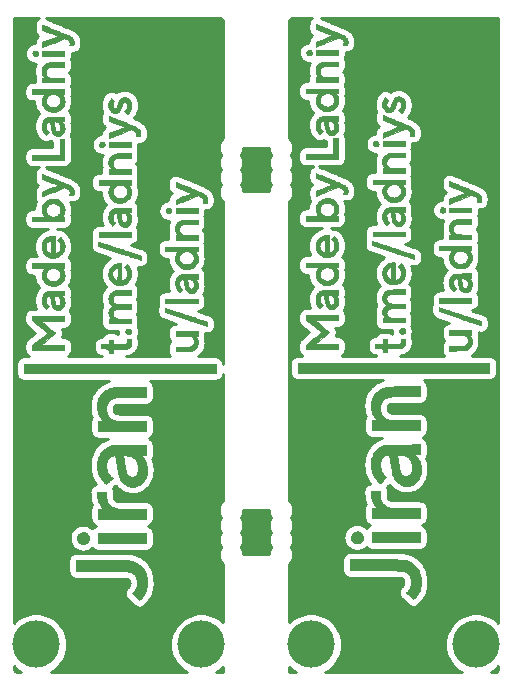
<source format=gtl>
G04 #@! TF.GenerationSoftware,KiCad,Pcbnew,(5.1.5)-3*
G04 #@! TF.CreationDate,2020-03-09T16:33:39+08:00*
G04 #@! TF.ProjectId,cover,636f7665-722e-46b6-9963-61645f706362,rev?*
G04 #@! TF.SameCoordinates,Original*
G04 #@! TF.FileFunction,Copper,L1,Top*
G04 #@! TF.FilePolarity,Positive*
%FSLAX46Y46*%
G04 Gerber Fmt 4.6, Leading zero omitted, Abs format (unit mm)*
G04 Created by KiCad (PCBNEW (5.1.5)-3) date 2020-03-09 16:33:39*
%MOMM*%
%LPD*%
G04 APERTURE LIST*
%ADD10C,0.010000*%
%ADD11C,4.000000*%
%ADD12C,0.254000*%
G04 APERTURE END LIST*
D10*
G36*
X245384611Y-103390490D02*
G01*
X245384611Y-104181298D01*
X229144804Y-104181298D01*
X229144804Y-103390490D01*
X245384611Y-103390490D01*
G37*
X245384611Y-103390490D02*
X245384611Y-104181298D01*
X229144804Y-104181298D01*
X229144804Y-103390490D01*
X245384611Y-103390490D01*
G36*
X229890303Y-77035497D02*
G01*
X229911239Y-76983007D01*
X229945218Y-76936974D01*
X229992419Y-76900415D01*
X230003669Y-76894403D01*
X230064031Y-76873780D01*
X230126777Y-76869160D01*
X230187804Y-76880007D01*
X230243003Y-76905788D01*
X230272979Y-76929495D01*
X230313011Y-76980242D01*
X230336297Y-77039428D01*
X230342712Y-77106639D01*
X230339206Y-77145522D01*
X230321825Y-77203678D01*
X230289942Y-77252774D01*
X230246304Y-77291293D01*
X230193664Y-77317716D01*
X230134768Y-77330527D01*
X230072368Y-77328207D01*
X230028621Y-77316961D01*
X229975039Y-77289130D01*
X229933430Y-77249642D01*
X229903974Y-77201515D01*
X229886849Y-77147770D01*
X229882232Y-77091424D01*
X229890303Y-77035497D01*
G37*
X229890303Y-77035497D02*
X229911239Y-76983007D01*
X229945218Y-76936974D01*
X229992419Y-76900415D01*
X230003669Y-76894403D01*
X230064031Y-76873780D01*
X230126777Y-76869160D01*
X230187804Y-76880007D01*
X230243003Y-76905788D01*
X230272979Y-76929495D01*
X230313011Y-76980242D01*
X230336297Y-77039428D01*
X230342712Y-77106639D01*
X230339206Y-77145522D01*
X230321825Y-77203678D01*
X230289942Y-77252774D01*
X230246304Y-77291293D01*
X230193664Y-77317716D01*
X230134768Y-77330527D01*
X230072368Y-77328207D01*
X230028621Y-77316961D01*
X229975039Y-77289130D01*
X229933430Y-77249642D01*
X229903974Y-77201515D01*
X229886849Y-77147770D01*
X229882232Y-77091424D01*
X229890303Y-77035497D01*
G36*
X232562224Y-76907836D02*
G01*
X232562224Y-77293825D01*
X230698177Y-77293825D01*
X230698177Y-76907836D01*
X232562224Y-76907836D01*
G37*
X232562224Y-76907836D02*
X232562224Y-77293825D01*
X230698177Y-77293825D01*
X230698177Y-76907836D01*
X232562224Y-76907836D01*
G36*
X230666678Y-78531944D02*
G01*
X230670238Y-78470727D01*
X230677441Y-78418706D01*
X230689210Y-78371110D01*
X230706470Y-78323163D01*
X230730145Y-78270094D01*
X230731773Y-78266678D01*
X230786659Y-78173305D01*
X230856930Y-78089300D01*
X230940965Y-78015957D01*
X231037138Y-77954568D01*
X231143826Y-77906427D01*
X231211261Y-77884702D01*
X231226461Y-77880603D01*
X231241306Y-77877071D01*
X231257278Y-77874056D01*
X231275858Y-77871508D01*
X231298526Y-77869378D01*
X231326764Y-77867616D01*
X231362053Y-77866174D01*
X231405875Y-77865001D01*
X231459710Y-77864049D01*
X231525039Y-77863267D01*
X231603344Y-77862606D01*
X231696106Y-77862018D01*
X231804806Y-77861451D01*
X231924400Y-77860887D01*
X232562224Y-77857945D01*
X232562224Y-78244678D01*
X231980511Y-78244678D01*
X231857369Y-78244741D01*
X231751618Y-78244951D01*
X231661816Y-78245340D01*
X231586525Y-78245940D01*
X231524306Y-78246783D01*
X231473720Y-78247900D01*
X231433328Y-78249323D01*
X231401690Y-78251084D01*
X231377367Y-78253215D01*
X231358920Y-78255748D01*
X231344911Y-78258713D01*
X231344882Y-78258721D01*
X231257524Y-78290438D01*
X231181292Y-78336347D01*
X231117420Y-78394875D01*
X231067139Y-78464450D01*
X231031680Y-78543499D01*
X231012278Y-78630448D01*
X231008851Y-78687682D01*
X231014631Y-78779665D01*
X231032751Y-78859726D01*
X231064386Y-78931101D01*
X231110709Y-78997029D01*
X231128206Y-79016834D01*
X231182999Y-79067908D01*
X231244213Y-79108086D01*
X231317078Y-79140605D01*
X231343062Y-79149706D01*
X231356870Y-79154203D01*
X231370150Y-79158045D01*
X231384451Y-79161292D01*
X231401321Y-79164006D01*
X231422311Y-79166245D01*
X231448967Y-79168070D01*
X231482839Y-79169541D01*
X231525476Y-79170717D01*
X231578427Y-79171660D01*
X231643240Y-79172428D01*
X231721464Y-79173083D01*
X231814648Y-79173683D01*
X231924340Y-79174290D01*
X231985593Y-79174612D01*
X232562224Y-79177638D01*
X232562224Y-79562691D01*
X230698177Y-79562691D01*
X230698177Y-79176702D01*
X230886782Y-79176702D01*
X230840189Y-79117413D01*
X230779895Y-79028949D01*
X230728125Y-78929409D01*
X230692438Y-78837784D01*
X230682384Y-78805716D01*
X230675263Y-78777892D01*
X230670563Y-78749877D01*
X230667773Y-78717237D01*
X230666381Y-78675537D01*
X230665876Y-78620342D01*
X230665836Y-78607132D01*
X230666678Y-78531944D01*
G37*
X230666678Y-78531944D02*
X230670238Y-78470727D01*
X230677441Y-78418706D01*
X230689210Y-78371110D01*
X230706470Y-78323163D01*
X230730145Y-78270094D01*
X230731773Y-78266678D01*
X230786659Y-78173305D01*
X230856930Y-78089300D01*
X230940965Y-78015957D01*
X231037138Y-77954568D01*
X231143826Y-77906427D01*
X231211261Y-77884702D01*
X231226461Y-77880603D01*
X231241306Y-77877071D01*
X231257278Y-77874056D01*
X231275858Y-77871508D01*
X231298526Y-77869378D01*
X231326764Y-77867616D01*
X231362053Y-77866174D01*
X231405875Y-77865001D01*
X231459710Y-77864049D01*
X231525039Y-77863267D01*
X231603344Y-77862606D01*
X231696106Y-77862018D01*
X231804806Y-77861451D01*
X231924400Y-77860887D01*
X232562224Y-77857945D01*
X232562224Y-78244678D01*
X231980511Y-78244678D01*
X231857369Y-78244741D01*
X231751618Y-78244951D01*
X231661816Y-78245340D01*
X231586525Y-78245940D01*
X231524306Y-78246783D01*
X231473720Y-78247900D01*
X231433328Y-78249323D01*
X231401690Y-78251084D01*
X231377367Y-78253215D01*
X231358920Y-78255748D01*
X231344911Y-78258713D01*
X231344882Y-78258721D01*
X231257524Y-78290438D01*
X231181292Y-78336347D01*
X231117420Y-78394875D01*
X231067139Y-78464450D01*
X231031680Y-78543499D01*
X231012278Y-78630448D01*
X231008851Y-78687682D01*
X231014631Y-78779665D01*
X231032751Y-78859726D01*
X231064386Y-78931101D01*
X231110709Y-78997029D01*
X231128206Y-79016834D01*
X231182999Y-79067908D01*
X231244213Y-79108086D01*
X231317078Y-79140605D01*
X231343062Y-79149706D01*
X231356870Y-79154203D01*
X231370150Y-79158045D01*
X231384451Y-79161292D01*
X231401321Y-79164006D01*
X231422311Y-79166245D01*
X231448967Y-79168070D01*
X231482839Y-79169541D01*
X231525476Y-79170717D01*
X231578427Y-79171660D01*
X231643240Y-79172428D01*
X231721464Y-79173083D01*
X231814648Y-79173683D01*
X231924340Y-79174290D01*
X231985593Y-79174612D01*
X232562224Y-79177638D01*
X232562224Y-79562691D01*
X230698177Y-79562691D01*
X230698177Y-79176702D01*
X230886782Y-79176702D01*
X230840189Y-79117413D01*
X230779895Y-79028949D01*
X230728125Y-78929409D01*
X230692438Y-78837784D01*
X230682384Y-78805716D01*
X230675263Y-78777892D01*
X230670563Y-78749877D01*
X230667773Y-78717237D01*
X230666381Y-78675537D01*
X230665876Y-78620342D01*
X230665836Y-78607132D01*
X230666678Y-78531944D01*
G36*
X232176235Y-85663210D02*
G01*
X232176235Y-84345197D01*
X232562224Y-84345197D01*
X232562224Y-86096272D01*
X229841468Y-86096272D01*
X229841468Y-85663210D01*
X232176235Y-85663210D01*
G37*
X232176235Y-85663210D02*
X232176235Y-84345197D01*
X232562224Y-84345197D01*
X232562224Y-86096272D01*
X229841468Y-86096272D01*
X229841468Y-85663210D01*
X232176235Y-85663210D01*
G36*
X230500390Y-101290852D02*
G01*
X230597627Y-101213729D01*
X230690536Y-101139939D01*
X230778068Y-101070318D01*
X230859180Y-101005702D01*
X230932823Y-100946930D01*
X230997952Y-100894838D01*
X231053520Y-100850262D01*
X231098481Y-100814040D01*
X231131789Y-100787008D01*
X231152398Y-100770004D01*
X231159265Y-100763877D01*
X231152048Y-100757470D01*
X231131108Y-100740220D01*
X231097493Y-100712964D01*
X231052250Y-100676540D01*
X230996424Y-100631784D01*
X230931064Y-100579533D01*
X230857214Y-100520624D01*
X230775923Y-100455893D01*
X230688237Y-100386178D01*
X230595203Y-100312315D01*
X230500343Y-100237103D01*
X229841468Y-99715035D01*
X229841468Y-99342306D01*
X232562224Y-99342306D01*
X232562224Y-99765867D01*
X231571361Y-99768263D01*
X230580497Y-99770660D01*
X231197139Y-100263897D01*
X231291035Y-100339049D01*
X231380629Y-100410849D01*
X231464841Y-100478425D01*
X231542588Y-100540905D01*
X231612791Y-100597419D01*
X231674369Y-100647094D01*
X231726240Y-100689059D01*
X231767324Y-100722442D01*
X231796540Y-100746373D01*
X231812808Y-100759978D01*
X231815922Y-100762859D01*
X231809059Y-100769455D01*
X231788521Y-100786883D01*
X231755384Y-100814273D01*
X231710725Y-100850755D01*
X231655621Y-100895460D01*
X231591147Y-100947517D01*
X231518379Y-101006058D01*
X231438395Y-101070212D01*
X231352270Y-101139110D01*
X231261080Y-101211882D01*
X231203015Y-101258132D01*
X230587967Y-101747680D01*
X231575096Y-101750077D01*
X232562224Y-101752474D01*
X232562224Y-102185449D01*
X229841468Y-102185449D01*
X229841468Y-101813120D01*
X230500390Y-101290852D01*
G37*
X230500390Y-101290852D02*
X230597627Y-101213729D01*
X230690536Y-101139939D01*
X230778068Y-101070318D01*
X230859180Y-101005702D01*
X230932823Y-100946930D01*
X230997952Y-100894838D01*
X231053520Y-100850262D01*
X231098481Y-100814040D01*
X231131789Y-100787008D01*
X231152398Y-100770004D01*
X231159265Y-100763877D01*
X231152048Y-100757470D01*
X231131108Y-100740220D01*
X231097493Y-100712964D01*
X231052250Y-100676540D01*
X230996424Y-100631784D01*
X230931064Y-100579533D01*
X230857214Y-100520624D01*
X230775923Y-100455893D01*
X230688237Y-100386178D01*
X230595203Y-100312315D01*
X230500343Y-100237103D01*
X229841468Y-99715035D01*
X229841468Y-99342306D01*
X232562224Y-99342306D01*
X232562224Y-99765867D01*
X231571361Y-99768263D01*
X230580497Y-99770660D01*
X231197139Y-100263897D01*
X231291035Y-100339049D01*
X231380629Y-100410849D01*
X231464841Y-100478425D01*
X231542588Y-100540905D01*
X231612791Y-100597419D01*
X231674369Y-100647094D01*
X231726240Y-100689059D01*
X231767324Y-100722442D01*
X231796540Y-100746373D01*
X231812808Y-100759978D01*
X231815922Y-100762859D01*
X231809059Y-100769455D01*
X231788521Y-100786883D01*
X231755384Y-100814273D01*
X231710725Y-100850755D01*
X231655621Y-100895460D01*
X231591147Y-100947517D01*
X231518379Y-101006058D01*
X231438395Y-101070212D01*
X231352270Y-101139110D01*
X231261080Y-101211882D01*
X231203015Y-101258132D01*
X230587967Y-101747680D01*
X231575096Y-101750077D01*
X232562224Y-101752474D01*
X232562224Y-102185449D01*
X229841468Y-102185449D01*
X229841468Y-101813120D01*
X230500390Y-101290852D01*
G36*
X232562224Y-80146383D02*
G01*
X232562224Y-80532373D01*
X232458666Y-80532373D01*
X232417052Y-80532854D01*
X232383422Y-80534159D01*
X232361575Y-80536080D01*
X232355108Y-80538050D01*
X232360947Y-80547385D01*
X232376272Y-80566466D01*
X232397796Y-80591207D01*
X232398331Y-80591802D01*
X232425569Y-80627676D01*
X232456052Y-80676943D01*
X232487493Y-80735001D01*
X232517604Y-80797245D01*
X232544098Y-80859073D01*
X232564686Y-80915880D01*
X232572297Y-80941898D01*
X232584231Y-81002165D01*
X232592297Y-81072874D01*
X232596103Y-81146764D01*
X232595258Y-81216572D01*
X232590023Y-81271035D01*
X232561904Y-81392611D01*
X232516560Y-81507427D01*
X232453721Y-81616001D01*
X232373113Y-81718852D01*
X232332317Y-81762055D01*
X232229312Y-81852556D01*
X232116582Y-81926970D01*
X231994561Y-81985042D01*
X231888877Y-82020019D01*
X231835153Y-82031080D01*
X231768371Y-82039496D01*
X231694149Y-82045017D01*
X231653568Y-82046284D01*
X231653568Y-81661119D01*
X231718734Y-81657870D01*
X231774504Y-81650735D01*
X231788472Y-81647811D01*
X231884721Y-81615679D01*
X231975248Y-81565917D01*
X232060432Y-81498295D01*
X232104297Y-81454320D01*
X232168169Y-81373149D01*
X232213967Y-81287358D01*
X232241554Y-81197425D01*
X232250795Y-81103832D01*
X232241551Y-81007058D01*
X232237191Y-80986121D01*
X232208888Y-80902369D01*
X232164152Y-80822133D01*
X232105334Y-80747668D01*
X232034788Y-80681230D01*
X231954866Y-80625073D01*
X231867920Y-80581453D01*
X231787729Y-80555292D01*
X231699291Y-80541170D01*
X231604779Y-80539378D01*
X231509699Y-80549339D01*
X231419556Y-80570479D01*
X231340011Y-80602141D01*
X231266750Y-80646763D01*
X231196654Y-80703424D01*
X231133997Y-80767926D01*
X231083057Y-80836073D01*
X231059764Y-80877230D01*
X231025979Y-80966589D01*
X231009907Y-81059712D01*
X231011520Y-81154056D01*
X231030793Y-81247078D01*
X231064610Y-81330306D01*
X231116499Y-81412016D01*
X231183265Y-81486356D01*
X231261568Y-81550718D01*
X231348069Y-81602496D01*
X231439430Y-81639081D01*
X231470986Y-81647591D01*
X231522764Y-81655974D01*
X231585934Y-81660485D01*
X231653568Y-81661119D01*
X231653568Y-82046284D01*
X231618104Y-82047393D01*
X231545854Y-82046374D01*
X231483015Y-82041710D01*
X231463031Y-82038971D01*
X231331585Y-82008550D01*
X231206750Y-81960822D01*
X231089753Y-81896525D01*
X230981820Y-81816396D01*
X230884178Y-81721170D01*
X230834383Y-81661437D01*
X230766626Y-81558785D01*
X230715075Y-81448108D01*
X230680048Y-81331485D01*
X230661863Y-81210995D01*
X230660836Y-81088714D01*
X230677286Y-80966723D01*
X230710423Y-80850129D01*
X230739682Y-80781725D01*
X230777574Y-80711066D01*
X230819961Y-80645229D01*
X230859907Y-80594398D01*
X230882073Y-80568817D01*
X230898238Y-80548804D01*
X230905222Y-80538317D01*
X230905293Y-80537925D01*
X230896158Y-80536900D01*
X230869871Y-80535937D01*
X230828110Y-80535053D01*
X230772549Y-80534265D01*
X230704868Y-80533590D01*
X230626742Y-80533047D01*
X230539847Y-80532653D01*
X230445862Y-80532424D01*
X230373381Y-80532373D01*
X229841468Y-80532373D01*
X229841468Y-80146383D01*
X232562224Y-80146383D01*
G37*
X232562224Y-80146383D02*
X232562224Y-80532373D01*
X232458666Y-80532373D01*
X232417052Y-80532854D01*
X232383422Y-80534159D01*
X232361575Y-80536080D01*
X232355108Y-80538050D01*
X232360947Y-80547385D01*
X232376272Y-80566466D01*
X232397796Y-80591207D01*
X232398331Y-80591802D01*
X232425569Y-80627676D01*
X232456052Y-80676943D01*
X232487493Y-80735001D01*
X232517604Y-80797245D01*
X232544098Y-80859073D01*
X232564686Y-80915880D01*
X232572297Y-80941898D01*
X232584231Y-81002165D01*
X232592297Y-81072874D01*
X232596103Y-81146764D01*
X232595258Y-81216572D01*
X232590023Y-81271035D01*
X232561904Y-81392611D01*
X232516560Y-81507427D01*
X232453721Y-81616001D01*
X232373113Y-81718852D01*
X232332317Y-81762055D01*
X232229312Y-81852556D01*
X232116582Y-81926970D01*
X231994561Y-81985042D01*
X231888877Y-82020019D01*
X231835153Y-82031080D01*
X231768371Y-82039496D01*
X231694149Y-82045017D01*
X231653568Y-82046284D01*
X231653568Y-81661119D01*
X231718734Y-81657870D01*
X231774504Y-81650735D01*
X231788472Y-81647811D01*
X231884721Y-81615679D01*
X231975248Y-81565917D01*
X232060432Y-81498295D01*
X232104297Y-81454320D01*
X232168169Y-81373149D01*
X232213967Y-81287358D01*
X232241554Y-81197425D01*
X232250795Y-81103832D01*
X232241551Y-81007058D01*
X232237191Y-80986121D01*
X232208888Y-80902369D01*
X232164152Y-80822133D01*
X232105334Y-80747668D01*
X232034788Y-80681230D01*
X231954866Y-80625073D01*
X231867920Y-80581453D01*
X231787729Y-80555292D01*
X231699291Y-80541170D01*
X231604779Y-80539378D01*
X231509699Y-80549339D01*
X231419556Y-80570479D01*
X231340011Y-80602141D01*
X231266750Y-80646763D01*
X231196654Y-80703424D01*
X231133997Y-80767926D01*
X231083057Y-80836073D01*
X231059764Y-80877230D01*
X231025979Y-80966589D01*
X231009907Y-81059712D01*
X231011520Y-81154056D01*
X231030793Y-81247078D01*
X231064610Y-81330306D01*
X231116499Y-81412016D01*
X231183265Y-81486356D01*
X231261568Y-81550718D01*
X231348069Y-81602496D01*
X231439430Y-81639081D01*
X231470986Y-81647591D01*
X231522764Y-81655974D01*
X231585934Y-81660485D01*
X231653568Y-81661119D01*
X231653568Y-82046284D01*
X231618104Y-82047393D01*
X231545854Y-82046374D01*
X231483015Y-82041710D01*
X231463031Y-82038971D01*
X231331585Y-82008550D01*
X231206750Y-81960822D01*
X231089753Y-81896525D01*
X230981820Y-81816396D01*
X230884178Y-81721170D01*
X230834383Y-81661437D01*
X230766626Y-81558785D01*
X230715075Y-81448108D01*
X230680048Y-81331485D01*
X230661863Y-81210995D01*
X230660836Y-81088714D01*
X230677286Y-80966723D01*
X230710423Y-80850129D01*
X230739682Y-80781725D01*
X230777574Y-80711066D01*
X230819961Y-80645229D01*
X230859907Y-80594398D01*
X230882073Y-80568817D01*
X230898238Y-80548804D01*
X230905222Y-80538317D01*
X230905293Y-80537925D01*
X230896158Y-80536900D01*
X230869871Y-80535937D01*
X230828110Y-80535053D01*
X230772549Y-80534265D01*
X230704868Y-80533590D01*
X230626742Y-80533047D01*
X230539847Y-80532653D01*
X230445862Y-80532424D01*
X230373381Y-80532373D01*
X229841468Y-80532373D01*
X229841468Y-80146383D01*
X232562224Y-80146383D01*
G36*
X230664749Y-83145106D02*
G01*
X230677505Y-83053490D01*
X230700252Y-82968028D01*
X230734204Y-82883176D01*
X230746402Y-82857725D01*
X230770162Y-82811718D01*
X230791969Y-82775350D01*
X230815993Y-82742910D01*
X230846401Y-82708684D01*
X230880933Y-82673369D01*
X230923487Y-82632262D01*
X230959183Y-82601705D01*
X230993218Y-82577788D01*
X231030788Y-82556597D01*
X231046509Y-82548722D01*
X231073492Y-82535431D01*
X231097324Y-82523895D01*
X231119491Y-82513985D01*
X231141482Y-82505569D01*
X231164783Y-82498519D01*
X231190884Y-82492703D01*
X231221271Y-82487993D01*
X231257432Y-82484257D01*
X231300855Y-82481365D01*
X231353027Y-82479188D01*
X231415437Y-82477595D01*
X231489571Y-82476457D01*
X231576918Y-82475642D01*
X231678966Y-82475022D01*
X231797201Y-82474465D01*
X231900864Y-82473995D01*
X232562224Y-82470904D01*
X232562224Y-82857725D01*
X232468080Y-82857725D01*
X232428560Y-82858158D01*
X232397210Y-82859325D01*
X232378014Y-82861030D01*
X232373937Y-82862384D01*
X232379432Y-82871387D01*
X232394017Y-82891122D01*
X232414838Y-82917764D01*
X232420811Y-82925215D01*
X232487871Y-83023227D01*
X232539528Y-83130857D01*
X232574918Y-83245762D01*
X232593182Y-83365599D01*
X232595085Y-83399052D01*
X232595959Y-83447161D01*
X232595292Y-83493693D01*
X232593248Y-83532163D01*
X232591240Y-83549902D01*
X232565106Y-83659929D01*
X232524085Y-83761087D01*
X232469220Y-83851897D01*
X232401558Y-83930882D01*
X232322143Y-83996563D01*
X232243095Y-84042314D01*
X232209164Y-84057739D01*
X232180830Y-84067829D01*
X232151788Y-84073976D01*
X232115734Y-84077570D01*
X232073519Y-84079711D01*
X232010669Y-84080643D01*
X232008999Y-84080533D01*
X232008999Y-83695605D01*
X232070909Y-83686801D01*
X232125875Y-83660699D01*
X232173199Y-83617763D01*
X232210697Y-83561323D01*
X232232242Y-83505039D01*
X232245647Y-83436717D01*
X232250484Y-83361496D01*
X232246326Y-83284515D01*
X232238008Y-83233151D01*
X232210351Y-83144802D01*
X232167491Y-83066337D01*
X232110587Y-82999261D01*
X232040801Y-82945073D01*
X231996872Y-82921082D01*
X231956060Y-82903429D01*
X231914112Y-82888051D01*
X231879538Y-82878043D01*
X231877005Y-82877496D01*
X231843402Y-82871684D01*
X231804014Y-82866585D01*
X231763071Y-82862515D01*
X231724801Y-82859790D01*
X231693433Y-82858723D01*
X231673195Y-82859632D01*
X231667858Y-82861913D01*
X231669454Y-82878459D01*
X231673934Y-82910565D01*
X231680837Y-82955557D01*
X231689700Y-83010762D01*
X231700063Y-83073505D01*
X231711463Y-83141114D01*
X231723439Y-83210914D01*
X231735529Y-83280233D01*
X231747273Y-83346397D01*
X231758207Y-83406732D01*
X231767870Y-83458564D01*
X231775802Y-83499221D01*
X231781539Y-83526028D01*
X231784176Y-83535560D01*
X231819106Y-83597635D01*
X231864693Y-83645503D01*
X231919334Y-83678025D01*
X231981429Y-83694060D01*
X232008999Y-83695605D01*
X232008999Y-84080533D01*
X231960105Y-84077299D01*
X231915680Y-84069250D01*
X231912514Y-84068467D01*
X231818546Y-84035324D01*
X231732066Y-83985841D01*
X231655642Y-83921849D01*
X231591839Y-83845182D01*
X231584482Y-83834191D01*
X231565159Y-83803003D01*
X231548139Y-83771508D01*
X231532864Y-83737670D01*
X231518771Y-83699453D01*
X231505302Y-83654818D01*
X231491894Y-83601729D01*
X231477989Y-83538150D01*
X231463026Y-83462043D01*
X231446443Y-83371371D01*
X231427775Y-83264641D01*
X231413884Y-83184208D01*
X231400808Y-83108780D01*
X231388936Y-83040567D01*
X231378653Y-82981782D01*
X231370347Y-82934636D01*
X231364405Y-82901339D01*
X231361213Y-82884103D01*
X231361022Y-82883164D01*
X231356482Y-82867367D01*
X231347984Y-82860569D01*
X231329932Y-82860452D01*
X231311618Y-82862702D01*
X231251914Y-82878150D01*
X231191226Y-82906708D01*
X231136757Y-82944531D01*
X231109486Y-82970702D01*
X231065223Y-83028489D01*
X231034736Y-83089709D01*
X231016619Y-83158393D01*
X231009463Y-83238573D01*
X231009221Y-83257836D01*
X231017549Y-83363122D01*
X231042874Y-83460344D01*
X231085305Y-83549769D01*
X231144955Y-83631665D01*
X231179431Y-83668083D01*
X231252442Y-83739412D01*
X231128263Y-83863335D01*
X231004084Y-83987259D01*
X230965259Y-83952051D01*
X230874126Y-83857046D01*
X230798567Y-83751851D01*
X230739015Y-83637471D01*
X230695908Y-83514913D01*
X230669680Y-83385183D01*
X230660767Y-83249286D01*
X230660767Y-83248421D01*
X230664749Y-83145106D01*
G37*
X230664749Y-83145106D02*
X230677505Y-83053490D01*
X230700252Y-82968028D01*
X230734204Y-82883176D01*
X230746402Y-82857725D01*
X230770162Y-82811718D01*
X230791969Y-82775350D01*
X230815993Y-82742910D01*
X230846401Y-82708684D01*
X230880933Y-82673369D01*
X230923487Y-82632262D01*
X230959183Y-82601705D01*
X230993218Y-82577788D01*
X231030788Y-82556597D01*
X231046509Y-82548722D01*
X231073492Y-82535431D01*
X231097324Y-82523895D01*
X231119491Y-82513985D01*
X231141482Y-82505569D01*
X231164783Y-82498519D01*
X231190884Y-82492703D01*
X231221271Y-82487993D01*
X231257432Y-82484257D01*
X231300855Y-82481365D01*
X231353027Y-82479188D01*
X231415437Y-82477595D01*
X231489571Y-82476457D01*
X231576918Y-82475642D01*
X231678966Y-82475022D01*
X231797201Y-82474465D01*
X231900864Y-82473995D01*
X232562224Y-82470904D01*
X232562224Y-82857725D01*
X232468080Y-82857725D01*
X232428560Y-82858158D01*
X232397210Y-82859325D01*
X232378014Y-82861030D01*
X232373937Y-82862384D01*
X232379432Y-82871387D01*
X232394017Y-82891122D01*
X232414838Y-82917764D01*
X232420811Y-82925215D01*
X232487871Y-83023227D01*
X232539528Y-83130857D01*
X232574918Y-83245762D01*
X232593182Y-83365599D01*
X232595085Y-83399052D01*
X232595959Y-83447161D01*
X232595292Y-83493693D01*
X232593248Y-83532163D01*
X232591240Y-83549902D01*
X232565106Y-83659929D01*
X232524085Y-83761087D01*
X232469220Y-83851897D01*
X232401558Y-83930882D01*
X232322143Y-83996563D01*
X232243095Y-84042314D01*
X232209164Y-84057739D01*
X232180830Y-84067829D01*
X232151788Y-84073976D01*
X232115734Y-84077570D01*
X232073519Y-84079711D01*
X232010669Y-84080643D01*
X232008999Y-84080533D01*
X232008999Y-83695605D01*
X232070909Y-83686801D01*
X232125875Y-83660699D01*
X232173199Y-83617763D01*
X232210697Y-83561323D01*
X232232242Y-83505039D01*
X232245647Y-83436717D01*
X232250484Y-83361496D01*
X232246326Y-83284515D01*
X232238008Y-83233151D01*
X232210351Y-83144802D01*
X232167491Y-83066337D01*
X232110587Y-82999261D01*
X232040801Y-82945073D01*
X231996872Y-82921082D01*
X231956060Y-82903429D01*
X231914112Y-82888051D01*
X231879538Y-82878043D01*
X231877005Y-82877496D01*
X231843402Y-82871684D01*
X231804014Y-82866585D01*
X231763071Y-82862515D01*
X231724801Y-82859790D01*
X231693433Y-82858723D01*
X231673195Y-82859632D01*
X231667858Y-82861913D01*
X231669454Y-82878459D01*
X231673934Y-82910565D01*
X231680837Y-82955557D01*
X231689700Y-83010762D01*
X231700063Y-83073505D01*
X231711463Y-83141114D01*
X231723439Y-83210914D01*
X231735529Y-83280233D01*
X231747273Y-83346397D01*
X231758207Y-83406732D01*
X231767870Y-83458564D01*
X231775802Y-83499221D01*
X231781539Y-83526028D01*
X231784176Y-83535560D01*
X231819106Y-83597635D01*
X231864693Y-83645503D01*
X231919334Y-83678025D01*
X231981429Y-83694060D01*
X232008999Y-83695605D01*
X232008999Y-84080533D01*
X231960105Y-84077299D01*
X231915680Y-84069250D01*
X231912514Y-84068467D01*
X231818546Y-84035324D01*
X231732066Y-83985841D01*
X231655642Y-83921849D01*
X231591839Y-83845182D01*
X231584482Y-83834191D01*
X231565159Y-83803003D01*
X231548139Y-83771508D01*
X231532864Y-83737670D01*
X231518771Y-83699453D01*
X231505302Y-83654818D01*
X231491894Y-83601729D01*
X231477989Y-83538150D01*
X231463026Y-83462043D01*
X231446443Y-83371371D01*
X231427775Y-83264641D01*
X231413884Y-83184208D01*
X231400808Y-83108780D01*
X231388936Y-83040567D01*
X231378653Y-82981782D01*
X231370347Y-82934636D01*
X231364405Y-82901339D01*
X231361213Y-82884103D01*
X231361022Y-82883164D01*
X231356482Y-82867367D01*
X231347984Y-82860569D01*
X231329932Y-82860452D01*
X231311618Y-82862702D01*
X231251914Y-82878150D01*
X231191226Y-82906708D01*
X231136757Y-82944531D01*
X231109486Y-82970702D01*
X231065223Y-83028489D01*
X231034736Y-83089709D01*
X231016619Y-83158393D01*
X231009463Y-83238573D01*
X231009221Y-83257836D01*
X231017549Y-83363122D01*
X231042874Y-83460344D01*
X231085305Y-83549769D01*
X231144955Y-83631665D01*
X231179431Y-83668083D01*
X231252442Y-83739412D01*
X231128263Y-83863335D01*
X231004084Y-83987259D01*
X230965259Y-83952051D01*
X230874126Y-83857046D01*
X230798567Y-83751851D01*
X230739015Y-83637471D01*
X230695908Y-83514913D01*
X230669680Y-83385183D01*
X230660767Y-83249286D01*
X230660767Y-83248421D01*
X230664749Y-83145106D01*
G36*
X230374160Y-90923573D02*
G01*
X230906852Y-90921142D01*
X230860636Y-90868330D01*
X230822025Y-90817045D01*
X230782704Y-90751861D01*
X230745128Y-90677439D01*
X230711752Y-90598440D01*
X230697104Y-90557788D01*
X230683434Y-90514682D01*
X230674188Y-90477097D01*
X230668270Y-90438459D01*
X230664585Y-90392191D01*
X230662740Y-90351572D01*
X230665721Y-90223995D01*
X230684980Y-90104941D01*
X230721040Y-89993027D01*
X230774424Y-89886875D01*
X230845654Y-89785104D01*
X230901948Y-89720461D01*
X231001723Y-89626507D01*
X231108442Y-89549922D01*
X231222714Y-89490429D01*
X231345150Y-89447751D01*
X231476359Y-89421612D01*
X231579408Y-89412756D01*
X231721185Y-89414705D01*
X231853941Y-89433048D01*
X231978360Y-89468044D01*
X232095126Y-89519952D01*
X232204923Y-89589032D01*
X232308436Y-89675544D01*
X232331168Y-89697676D01*
X232418114Y-89795082D01*
X232486992Y-89895884D01*
X232538467Y-90001563D01*
X232573203Y-90113596D01*
X232591862Y-90233464D01*
X232595036Y-90285671D01*
X232595913Y-90334512D01*
X232595285Y-90381581D01*
X232593312Y-90420681D01*
X232591052Y-90441009D01*
X232576563Y-90511715D01*
X232557237Y-90582123D01*
X232535404Y-90644014D01*
X232529746Y-90657375D01*
X232509846Y-90697367D01*
X232483574Y-90743262D01*
X232454089Y-90790174D01*
X232424553Y-90833213D01*
X232398125Y-90867490D01*
X232383930Y-90882929D01*
X232366083Y-90901682D01*
X232355967Y-90915520D01*
X232355108Y-90918196D01*
X232363888Y-90921271D01*
X232387694Y-90923757D01*
X232422728Y-90925371D01*
X232458666Y-90925849D01*
X232562224Y-90925849D01*
X232562224Y-91311839D01*
X231635744Y-91311839D01*
X231635744Y-90924893D01*
X231741211Y-90915065D01*
X231843196Y-90888242D01*
X231939622Y-90844908D01*
X232028414Y-90785547D01*
X232082000Y-90737652D01*
X232137417Y-90674237D01*
X232184358Y-90604623D01*
X232220026Y-90533587D01*
X232241622Y-90465910D01*
X232241907Y-90464544D01*
X232247650Y-90415407D01*
X232248039Y-90356072D01*
X232243570Y-90293981D01*
X232234739Y-90236570D01*
X232224043Y-90196641D01*
X232185603Y-90114271D01*
X232131311Y-90035713D01*
X232064129Y-89964058D01*
X231987020Y-89902401D01*
X231902948Y-89853833D01*
X231889941Y-89847877D01*
X231808596Y-89820116D01*
X231717266Y-89802987D01*
X231621865Y-89797039D01*
X231528310Y-89802821D01*
X231484278Y-89810239D01*
X231395999Y-89837153D01*
X231311116Y-89879025D01*
X231232082Y-89933518D01*
X231161355Y-89998293D01*
X231101387Y-90071010D01*
X231054635Y-90149332D01*
X231023554Y-90230920D01*
X231017897Y-90254498D01*
X231010959Y-90312249D01*
X231010903Y-90378611D01*
X231017212Y-90445713D01*
X231029371Y-90505686D01*
X231035692Y-90525738D01*
X231075596Y-90610275D01*
X231131406Y-90689540D01*
X231200390Y-90760952D01*
X231279821Y-90821928D01*
X231366967Y-90869888D01*
X231422664Y-90891621D01*
X231528870Y-90917240D01*
X231635744Y-90924893D01*
X231635744Y-91311839D01*
X229841468Y-91311839D01*
X229841468Y-90926005D01*
X230374160Y-90923573D01*
G37*
X230374160Y-90923573D02*
X230906852Y-90921142D01*
X230860636Y-90868330D01*
X230822025Y-90817045D01*
X230782704Y-90751861D01*
X230745128Y-90677439D01*
X230711752Y-90598440D01*
X230697104Y-90557788D01*
X230683434Y-90514682D01*
X230674188Y-90477097D01*
X230668270Y-90438459D01*
X230664585Y-90392191D01*
X230662740Y-90351572D01*
X230665721Y-90223995D01*
X230684980Y-90104941D01*
X230721040Y-89993027D01*
X230774424Y-89886875D01*
X230845654Y-89785104D01*
X230901948Y-89720461D01*
X231001723Y-89626507D01*
X231108442Y-89549922D01*
X231222714Y-89490429D01*
X231345150Y-89447751D01*
X231476359Y-89421612D01*
X231579408Y-89412756D01*
X231721185Y-89414705D01*
X231853941Y-89433048D01*
X231978360Y-89468044D01*
X232095126Y-89519952D01*
X232204923Y-89589032D01*
X232308436Y-89675544D01*
X232331168Y-89697676D01*
X232418114Y-89795082D01*
X232486992Y-89895884D01*
X232538467Y-90001563D01*
X232573203Y-90113596D01*
X232591862Y-90233464D01*
X232595036Y-90285671D01*
X232595913Y-90334512D01*
X232595285Y-90381581D01*
X232593312Y-90420681D01*
X232591052Y-90441009D01*
X232576563Y-90511715D01*
X232557237Y-90582123D01*
X232535404Y-90644014D01*
X232529746Y-90657375D01*
X232509846Y-90697367D01*
X232483574Y-90743262D01*
X232454089Y-90790174D01*
X232424553Y-90833213D01*
X232398125Y-90867490D01*
X232383930Y-90882929D01*
X232366083Y-90901682D01*
X232355967Y-90915520D01*
X232355108Y-90918196D01*
X232363888Y-90921271D01*
X232387694Y-90923757D01*
X232422728Y-90925371D01*
X232458666Y-90925849D01*
X232562224Y-90925849D01*
X232562224Y-91311839D01*
X231635744Y-91311839D01*
X231635744Y-90924893D01*
X231741211Y-90915065D01*
X231843196Y-90888242D01*
X231939622Y-90844908D01*
X232028414Y-90785547D01*
X232082000Y-90737652D01*
X232137417Y-90674237D01*
X232184358Y-90604623D01*
X232220026Y-90533587D01*
X232241622Y-90465910D01*
X232241907Y-90464544D01*
X232247650Y-90415407D01*
X232248039Y-90356072D01*
X232243570Y-90293981D01*
X232234739Y-90236570D01*
X232224043Y-90196641D01*
X232185603Y-90114271D01*
X232131311Y-90035713D01*
X232064129Y-89964058D01*
X231987020Y-89902401D01*
X231902948Y-89853833D01*
X231889941Y-89847877D01*
X231808596Y-89820116D01*
X231717266Y-89802987D01*
X231621865Y-89797039D01*
X231528310Y-89802821D01*
X231484278Y-89810239D01*
X231395999Y-89837153D01*
X231311116Y-89879025D01*
X231232082Y-89933518D01*
X231161355Y-89998293D01*
X231101387Y-90071010D01*
X231054635Y-90149332D01*
X231023554Y-90230920D01*
X231017897Y-90254498D01*
X231010959Y-90312249D01*
X231010903Y-90378611D01*
X231017212Y-90445713D01*
X231029371Y-90505686D01*
X231035692Y-90525738D01*
X231075596Y-90610275D01*
X231131406Y-90689540D01*
X231200390Y-90760952D01*
X231279821Y-90821928D01*
X231366967Y-90869888D01*
X231422664Y-90891621D01*
X231528870Y-90917240D01*
X231635744Y-90924893D01*
X231635744Y-91311839D01*
X229841468Y-91311839D01*
X229841468Y-90926005D01*
X230374160Y-90923573D01*
G36*
X230667300Y-93375932D02*
G01*
X230670931Y-93307848D01*
X230678075Y-93249618D01*
X230689628Y-93196795D01*
X230706484Y-93144931D01*
X230729539Y-93089579D01*
X230748672Y-93048792D01*
X230812627Y-92937211D01*
X230889760Y-92838403D01*
X230978817Y-92753053D01*
X231078542Y-92681845D01*
X231187678Y-92625464D01*
X231304970Y-92584593D01*
X231429163Y-92559916D01*
X231558999Y-92552119D01*
X231651383Y-92556954D01*
X231762002Y-92567750D01*
X231762002Y-94025587D01*
X231802013Y-94019577D01*
X231847329Y-94007425D01*
X231900678Y-93984734D01*
X231956830Y-93954325D01*
X232010553Y-93919024D01*
X232055278Y-93882886D01*
X232127438Y-93804663D01*
X232183420Y-93717997D01*
X232222922Y-93624565D01*
X232245646Y-93526040D01*
X232251290Y-93424100D01*
X232239555Y-93320420D01*
X232210140Y-93216675D01*
X232185147Y-93157732D01*
X232136241Y-93067502D01*
X232082671Y-92991066D01*
X232026055Y-92930656D01*
X232012067Y-92918687D01*
X231961381Y-92877398D01*
X232086519Y-92752517D01*
X232211658Y-92627636D01*
X232241729Y-92649869D01*
X232266768Y-92672193D01*
X232299028Y-92706490D01*
X232335409Y-92748981D01*
X232372813Y-92795892D01*
X232408142Y-92843445D01*
X232438295Y-92887863D01*
X232442542Y-92894603D01*
X232503165Y-93009142D01*
X232549417Y-93133512D01*
X232580280Y-93264268D01*
X232594736Y-93397965D01*
X232595236Y-93411246D01*
X232595973Y-93462894D01*
X232595184Y-93513732D01*
X232593051Y-93557524D01*
X232590185Y-93585412D01*
X232583019Y-93622042D01*
X232571973Y-93667716D01*
X232559203Y-93713642D01*
X232556706Y-93721845D01*
X232520253Y-93821347D01*
X232474386Y-93912000D01*
X232416484Y-93998087D01*
X232343922Y-94083893D01*
X232318855Y-94110269D01*
X232218251Y-94202723D01*
X232113122Y-94277380D01*
X232002246Y-94334722D01*
X231884401Y-94375232D01*
X231758363Y-94399390D01*
X231622912Y-94407679D01*
X231567092Y-94406708D01*
X231475821Y-94400682D01*
X231417722Y-94392210D01*
X231417722Y-94004352D01*
X231420879Y-94002895D01*
X231423557Y-93997588D01*
X231425795Y-93987026D01*
X231427631Y-93969803D01*
X231429104Y-93944517D01*
X231430253Y-93909760D01*
X231431116Y-93864129D01*
X231431732Y-93806220D01*
X231432139Y-93734626D01*
X231432376Y-93647943D01*
X231432482Y-93544767D01*
X231432498Y-93466684D01*
X231432498Y-92929017D01*
X231397195Y-92935585D01*
X231327495Y-92956248D01*
X231255746Y-92991306D01*
X231187065Y-93037744D01*
X231126572Y-93092548D01*
X231121546Y-93097961D01*
X231065537Y-93171316D01*
X231025405Y-93252093D01*
X231000575Y-93341897D01*
X230990467Y-93442334D01*
X230990162Y-93463400D01*
X230998133Y-93567766D01*
X231022443Y-93662792D01*
X231063150Y-93748597D01*
X231120313Y-93825300D01*
X231193990Y-93893021D01*
X231204812Y-93901193D01*
X231240186Y-93924807D01*
X231281790Y-93948772D01*
X231325094Y-93970893D01*
X231365568Y-93988974D01*
X231398682Y-94000822D01*
X231417722Y-94004352D01*
X231417722Y-94392210D01*
X231396947Y-94389180D01*
X231324486Y-94370799D01*
X231252454Y-94344139D01*
X231201846Y-94321136D01*
X231088420Y-94256318D01*
X230984734Y-94176718D01*
X230892384Y-94084238D01*
X230812966Y-93980779D01*
X230748077Y-93868242D01*
X230699311Y-93748528D01*
X230687036Y-93707799D01*
X230679378Y-93677632D01*
X230673835Y-93648580D01*
X230670080Y-93616729D01*
X230667788Y-93578166D01*
X230666633Y-93528978D01*
X230666291Y-93465250D01*
X230666289Y-93458318D01*
X230667300Y-93375932D01*
G37*
X230667300Y-93375932D02*
X230670931Y-93307848D01*
X230678075Y-93249618D01*
X230689628Y-93196795D01*
X230706484Y-93144931D01*
X230729539Y-93089579D01*
X230748672Y-93048792D01*
X230812627Y-92937211D01*
X230889760Y-92838403D01*
X230978817Y-92753053D01*
X231078542Y-92681845D01*
X231187678Y-92625464D01*
X231304970Y-92584593D01*
X231429163Y-92559916D01*
X231558999Y-92552119D01*
X231651383Y-92556954D01*
X231762002Y-92567750D01*
X231762002Y-94025587D01*
X231802013Y-94019577D01*
X231847329Y-94007425D01*
X231900678Y-93984734D01*
X231956830Y-93954325D01*
X232010553Y-93919024D01*
X232055278Y-93882886D01*
X232127438Y-93804663D01*
X232183420Y-93717997D01*
X232222922Y-93624565D01*
X232245646Y-93526040D01*
X232251290Y-93424100D01*
X232239555Y-93320420D01*
X232210140Y-93216675D01*
X232185147Y-93157732D01*
X232136241Y-93067502D01*
X232082671Y-92991066D01*
X232026055Y-92930656D01*
X232012067Y-92918687D01*
X231961381Y-92877398D01*
X232086519Y-92752517D01*
X232211658Y-92627636D01*
X232241729Y-92649869D01*
X232266768Y-92672193D01*
X232299028Y-92706490D01*
X232335409Y-92748981D01*
X232372813Y-92795892D01*
X232408142Y-92843445D01*
X232438295Y-92887863D01*
X232442542Y-92894603D01*
X232503165Y-93009142D01*
X232549417Y-93133512D01*
X232580280Y-93264268D01*
X232594736Y-93397965D01*
X232595236Y-93411246D01*
X232595973Y-93462894D01*
X232595184Y-93513732D01*
X232593051Y-93557524D01*
X232590185Y-93585412D01*
X232583019Y-93622042D01*
X232571973Y-93667716D01*
X232559203Y-93713642D01*
X232556706Y-93721845D01*
X232520253Y-93821347D01*
X232474386Y-93912000D01*
X232416484Y-93998087D01*
X232343922Y-94083893D01*
X232318855Y-94110269D01*
X232218251Y-94202723D01*
X232113122Y-94277380D01*
X232002246Y-94334722D01*
X231884401Y-94375232D01*
X231758363Y-94399390D01*
X231622912Y-94407679D01*
X231567092Y-94406708D01*
X231475821Y-94400682D01*
X231417722Y-94392210D01*
X231417722Y-94004352D01*
X231420879Y-94002895D01*
X231423557Y-93997588D01*
X231425795Y-93987026D01*
X231427631Y-93969803D01*
X231429104Y-93944517D01*
X231430253Y-93909760D01*
X231431116Y-93864129D01*
X231431732Y-93806220D01*
X231432139Y-93734626D01*
X231432376Y-93647943D01*
X231432482Y-93544767D01*
X231432498Y-93466684D01*
X231432498Y-92929017D01*
X231397195Y-92935585D01*
X231327495Y-92956248D01*
X231255746Y-92991306D01*
X231187065Y-93037744D01*
X231126572Y-93092548D01*
X231121546Y-93097961D01*
X231065537Y-93171316D01*
X231025405Y-93252093D01*
X231000575Y-93341897D01*
X230990467Y-93442334D01*
X230990162Y-93463400D01*
X230998133Y-93567766D01*
X231022443Y-93662792D01*
X231063150Y-93748597D01*
X231120313Y-93825300D01*
X231193990Y-93893021D01*
X231204812Y-93901193D01*
X231240186Y-93924807D01*
X231281790Y-93948772D01*
X231325094Y-93970893D01*
X231365568Y-93988974D01*
X231398682Y-94000822D01*
X231417722Y-94004352D01*
X231417722Y-94392210D01*
X231396947Y-94389180D01*
X231324486Y-94370799D01*
X231252454Y-94344139D01*
X231201846Y-94321136D01*
X231088420Y-94256318D01*
X230984734Y-94176718D01*
X230892384Y-94084238D01*
X230812966Y-93980779D01*
X230748077Y-93868242D01*
X230699311Y-93748528D01*
X230687036Y-93707799D01*
X230679378Y-93677632D01*
X230673835Y-93648580D01*
X230670080Y-93616729D01*
X230667788Y-93578166D01*
X230666633Y-93528978D01*
X230666291Y-93465250D01*
X230666289Y-93458318D01*
X230667300Y-93375932D01*
G36*
X232562224Y-94879889D02*
G01*
X232562224Y-95265879D01*
X232458666Y-95265879D01*
X232417052Y-95266360D01*
X232383422Y-95267665D01*
X232361575Y-95269586D01*
X232355108Y-95271556D01*
X232360947Y-95280891D01*
X232376272Y-95299973D01*
X232397796Y-95324713D01*
X232398331Y-95325308D01*
X232425569Y-95361182D01*
X232456052Y-95410450D01*
X232487493Y-95468507D01*
X232517604Y-95530752D01*
X232544098Y-95592579D01*
X232564686Y-95649386D01*
X232572297Y-95675404D01*
X232584231Y-95735671D01*
X232592297Y-95806380D01*
X232596103Y-95880270D01*
X232595258Y-95950078D01*
X232590023Y-96004541D01*
X232561904Y-96126117D01*
X232516560Y-96240933D01*
X232453721Y-96349508D01*
X232373113Y-96452358D01*
X232332317Y-96495561D01*
X232229312Y-96586062D01*
X232116582Y-96660476D01*
X231994561Y-96718548D01*
X231888877Y-96753525D01*
X231835153Y-96764586D01*
X231768371Y-96773002D01*
X231694149Y-96778523D01*
X231653568Y-96779790D01*
X231653568Y-96394625D01*
X231718734Y-96391377D01*
X231774504Y-96384241D01*
X231788472Y-96381318D01*
X231884721Y-96349185D01*
X231975248Y-96299423D01*
X232060432Y-96231801D01*
X232104297Y-96187826D01*
X232168169Y-96106656D01*
X232213967Y-96020864D01*
X232241554Y-95930931D01*
X232250795Y-95837338D01*
X232241551Y-95740565D01*
X232237191Y-95719628D01*
X232208888Y-95635875D01*
X232164152Y-95555639D01*
X232105334Y-95481175D01*
X232034788Y-95414736D01*
X231954866Y-95358579D01*
X231867920Y-95314959D01*
X231787729Y-95288798D01*
X231699291Y-95274676D01*
X231604779Y-95272884D01*
X231509699Y-95282846D01*
X231419556Y-95303985D01*
X231340011Y-95335647D01*
X231266750Y-95380269D01*
X231196654Y-95436930D01*
X231133997Y-95501432D01*
X231083057Y-95569579D01*
X231059764Y-95610737D01*
X231025979Y-95700095D01*
X231009907Y-95793219D01*
X231011520Y-95887563D01*
X231030793Y-95980584D01*
X231064610Y-96063813D01*
X231116499Y-96145523D01*
X231183265Y-96219862D01*
X231261568Y-96284225D01*
X231348069Y-96336002D01*
X231439430Y-96372587D01*
X231470986Y-96381098D01*
X231522764Y-96389481D01*
X231585934Y-96393991D01*
X231653568Y-96394625D01*
X231653568Y-96779790D01*
X231618104Y-96780899D01*
X231545854Y-96779880D01*
X231483015Y-96775216D01*
X231463031Y-96772478D01*
X231331585Y-96742056D01*
X231206750Y-96694328D01*
X231089753Y-96630032D01*
X230981820Y-96549902D01*
X230884178Y-96454677D01*
X230834383Y-96394944D01*
X230766626Y-96292292D01*
X230715075Y-96181615D01*
X230680048Y-96064992D01*
X230661863Y-95944501D01*
X230660836Y-95822221D01*
X230677286Y-95700230D01*
X230710423Y-95583635D01*
X230739682Y-95515231D01*
X230777574Y-95444572D01*
X230819961Y-95378735D01*
X230859907Y-95327905D01*
X230882073Y-95302323D01*
X230898238Y-95282311D01*
X230905222Y-95271823D01*
X230905293Y-95271431D01*
X230896158Y-95270407D01*
X230869871Y-95269444D01*
X230828110Y-95268559D01*
X230772549Y-95267771D01*
X230704868Y-95267097D01*
X230626742Y-95266554D01*
X230539847Y-95266159D01*
X230445862Y-95265931D01*
X230373381Y-95265879D01*
X229841468Y-95265879D01*
X229841468Y-94879889D01*
X232562224Y-94879889D01*
G37*
X232562224Y-94879889D02*
X232562224Y-95265879D01*
X232458666Y-95265879D01*
X232417052Y-95266360D01*
X232383422Y-95267665D01*
X232361575Y-95269586D01*
X232355108Y-95271556D01*
X232360947Y-95280891D01*
X232376272Y-95299973D01*
X232397796Y-95324713D01*
X232398331Y-95325308D01*
X232425569Y-95361182D01*
X232456052Y-95410450D01*
X232487493Y-95468507D01*
X232517604Y-95530752D01*
X232544098Y-95592579D01*
X232564686Y-95649386D01*
X232572297Y-95675404D01*
X232584231Y-95735671D01*
X232592297Y-95806380D01*
X232596103Y-95880270D01*
X232595258Y-95950078D01*
X232590023Y-96004541D01*
X232561904Y-96126117D01*
X232516560Y-96240933D01*
X232453721Y-96349508D01*
X232373113Y-96452358D01*
X232332317Y-96495561D01*
X232229312Y-96586062D01*
X232116582Y-96660476D01*
X231994561Y-96718548D01*
X231888877Y-96753525D01*
X231835153Y-96764586D01*
X231768371Y-96773002D01*
X231694149Y-96778523D01*
X231653568Y-96779790D01*
X231653568Y-96394625D01*
X231718734Y-96391377D01*
X231774504Y-96384241D01*
X231788472Y-96381318D01*
X231884721Y-96349185D01*
X231975248Y-96299423D01*
X232060432Y-96231801D01*
X232104297Y-96187826D01*
X232168169Y-96106656D01*
X232213967Y-96020864D01*
X232241554Y-95930931D01*
X232250795Y-95837338D01*
X232241551Y-95740565D01*
X232237191Y-95719628D01*
X232208888Y-95635875D01*
X232164152Y-95555639D01*
X232105334Y-95481175D01*
X232034788Y-95414736D01*
X231954866Y-95358579D01*
X231867920Y-95314959D01*
X231787729Y-95288798D01*
X231699291Y-95274676D01*
X231604779Y-95272884D01*
X231509699Y-95282846D01*
X231419556Y-95303985D01*
X231340011Y-95335647D01*
X231266750Y-95380269D01*
X231196654Y-95436930D01*
X231133997Y-95501432D01*
X231083057Y-95569579D01*
X231059764Y-95610737D01*
X231025979Y-95700095D01*
X231009907Y-95793219D01*
X231011520Y-95887563D01*
X231030793Y-95980584D01*
X231064610Y-96063813D01*
X231116499Y-96145523D01*
X231183265Y-96219862D01*
X231261568Y-96284225D01*
X231348069Y-96336002D01*
X231439430Y-96372587D01*
X231470986Y-96381098D01*
X231522764Y-96389481D01*
X231585934Y-96393991D01*
X231653568Y-96394625D01*
X231653568Y-96779790D01*
X231618104Y-96780899D01*
X231545854Y-96779880D01*
X231483015Y-96775216D01*
X231463031Y-96772478D01*
X231331585Y-96742056D01*
X231206750Y-96694328D01*
X231089753Y-96630032D01*
X230981820Y-96549902D01*
X230884178Y-96454677D01*
X230834383Y-96394944D01*
X230766626Y-96292292D01*
X230715075Y-96181615D01*
X230680048Y-96064992D01*
X230661863Y-95944501D01*
X230660836Y-95822221D01*
X230677286Y-95700230D01*
X230710423Y-95583635D01*
X230739682Y-95515231D01*
X230777574Y-95444572D01*
X230819961Y-95378735D01*
X230859907Y-95327905D01*
X230882073Y-95302323D01*
X230898238Y-95282311D01*
X230905222Y-95271823D01*
X230905293Y-95271431D01*
X230896158Y-95270407D01*
X230869871Y-95269444D01*
X230828110Y-95268559D01*
X230772549Y-95267771D01*
X230704868Y-95267097D01*
X230626742Y-95266554D01*
X230539847Y-95266159D01*
X230445862Y-95265931D01*
X230373381Y-95265879D01*
X229841468Y-95265879D01*
X229841468Y-94879889D01*
X232562224Y-94879889D01*
G36*
X230664749Y-97878612D02*
G01*
X230677505Y-97786996D01*
X230700252Y-97701535D01*
X230734204Y-97616682D01*
X230746402Y-97591231D01*
X230770162Y-97545224D01*
X230791969Y-97508857D01*
X230815993Y-97476416D01*
X230846401Y-97442190D01*
X230880933Y-97406876D01*
X230923487Y-97365768D01*
X230959183Y-97335211D01*
X230993218Y-97311294D01*
X231030788Y-97290104D01*
X231046509Y-97282229D01*
X231073492Y-97268937D01*
X231097324Y-97257401D01*
X231119491Y-97247491D01*
X231141482Y-97239075D01*
X231164783Y-97232025D01*
X231190884Y-97226210D01*
X231221271Y-97221499D01*
X231257432Y-97217763D01*
X231300855Y-97214871D01*
X231353027Y-97212694D01*
X231415437Y-97211102D01*
X231489571Y-97209963D01*
X231576918Y-97209148D01*
X231678966Y-97208528D01*
X231797201Y-97207971D01*
X231900864Y-97207501D01*
X232562224Y-97204411D01*
X232562224Y-97591231D01*
X232468080Y-97591231D01*
X232428560Y-97591664D01*
X232397210Y-97592832D01*
X232378014Y-97594537D01*
X232373937Y-97595891D01*
X232379432Y-97604893D01*
X232394017Y-97624628D01*
X232414838Y-97651271D01*
X232420811Y-97658721D01*
X232487871Y-97756733D01*
X232539528Y-97864363D01*
X232574918Y-97979268D01*
X232593182Y-98099105D01*
X232595085Y-98132558D01*
X232595959Y-98180668D01*
X232595292Y-98227199D01*
X232593248Y-98265669D01*
X232591240Y-98283409D01*
X232565106Y-98393436D01*
X232524085Y-98494593D01*
X232469220Y-98585404D01*
X232401558Y-98664388D01*
X232322143Y-98730070D01*
X232243095Y-98775821D01*
X232209164Y-98791245D01*
X232180830Y-98801335D01*
X232151788Y-98807482D01*
X232115734Y-98811076D01*
X232073519Y-98813218D01*
X232010669Y-98814150D01*
X232008999Y-98814040D01*
X232008999Y-98429111D01*
X232070909Y-98420307D01*
X232125875Y-98394206D01*
X232173199Y-98351270D01*
X232210697Y-98294829D01*
X232232242Y-98238545D01*
X232245647Y-98170224D01*
X232250484Y-98095003D01*
X232246326Y-98018021D01*
X232238008Y-97966658D01*
X232210351Y-97878308D01*
X232167491Y-97799844D01*
X232110587Y-97732767D01*
X232040801Y-97678579D01*
X231996872Y-97654588D01*
X231956060Y-97636935D01*
X231914112Y-97621558D01*
X231879538Y-97611550D01*
X231877005Y-97611003D01*
X231843402Y-97605190D01*
X231804014Y-97600091D01*
X231763071Y-97596021D01*
X231724801Y-97593296D01*
X231693433Y-97592230D01*
X231673195Y-97593138D01*
X231667858Y-97595419D01*
X231669454Y-97611966D01*
X231673934Y-97644072D01*
X231680837Y-97689064D01*
X231689700Y-97744268D01*
X231700063Y-97807011D01*
X231711463Y-97874620D01*
X231723439Y-97944421D01*
X231735529Y-98013740D01*
X231747273Y-98079903D01*
X231758207Y-98140238D01*
X231767870Y-98192071D01*
X231775802Y-98232727D01*
X231781539Y-98259535D01*
X231784176Y-98269066D01*
X231819106Y-98331141D01*
X231864693Y-98379010D01*
X231919334Y-98411532D01*
X231981429Y-98427567D01*
X232008999Y-98429111D01*
X232008999Y-98814040D01*
X231960105Y-98810805D01*
X231915680Y-98802756D01*
X231912514Y-98801973D01*
X231818546Y-98768831D01*
X231732066Y-98719347D01*
X231655642Y-98655355D01*
X231591839Y-98578689D01*
X231584482Y-98567697D01*
X231565159Y-98536509D01*
X231548139Y-98505014D01*
X231532864Y-98471177D01*
X231518771Y-98432959D01*
X231505302Y-98388324D01*
X231491894Y-98335236D01*
X231477989Y-98271656D01*
X231463026Y-98195549D01*
X231446443Y-98104878D01*
X231427775Y-97998148D01*
X231413884Y-97917714D01*
X231400808Y-97842286D01*
X231388936Y-97774074D01*
X231378653Y-97715289D01*
X231370347Y-97668142D01*
X231364405Y-97634845D01*
X231361213Y-97617609D01*
X231361022Y-97616671D01*
X231356482Y-97600873D01*
X231347984Y-97594075D01*
X231329932Y-97593959D01*
X231311618Y-97596208D01*
X231251914Y-97611656D01*
X231191226Y-97640215D01*
X231136757Y-97678037D01*
X231109486Y-97704209D01*
X231065223Y-97761996D01*
X231034736Y-97823215D01*
X231016619Y-97891899D01*
X231009463Y-97972079D01*
X231009221Y-97991342D01*
X231017549Y-98096629D01*
X231042874Y-98193851D01*
X231085305Y-98283276D01*
X231144955Y-98365171D01*
X231179431Y-98401589D01*
X231252442Y-98472918D01*
X231128263Y-98596842D01*
X231004084Y-98720765D01*
X230965259Y-98685557D01*
X230874126Y-98590553D01*
X230798567Y-98485357D01*
X230739015Y-98370978D01*
X230695908Y-98248419D01*
X230669680Y-98118689D01*
X230660767Y-97982792D01*
X230660767Y-97981928D01*
X230664749Y-97878612D01*
G37*
X230664749Y-97878612D02*
X230677505Y-97786996D01*
X230700252Y-97701535D01*
X230734204Y-97616682D01*
X230746402Y-97591231D01*
X230770162Y-97545224D01*
X230791969Y-97508857D01*
X230815993Y-97476416D01*
X230846401Y-97442190D01*
X230880933Y-97406876D01*
X230923487Y-97365768D01*
X230959183Y-97335211D01*
X230993218Y-97311294D01*
X231030788Y-97290104D01*
X231046509Y-97282229D01*
X231073492Y-97268937D01*
X231097324Y-97257401D01*
X231119491Y-97247491D01*
X231141482Y-97239075D01*
X231164783Y-97232025D01*
X231190884Y-97226210D01*
X231221271Y-97221499D01*
X231257432Y-97217763D01*
X231300855Y-97214871D01*
X231353027Y-97212694D01*
X231415437Y-97211102D01*
X231489571Y-97209963D01*
X231576918Y-97209148D01*
X231678966Y-97208528D01*
X231797201Y-97207971D01*
X231900864Y-97207501D01*
X232562224Y-97204411D01*
X232562224Y-97591231D01*
X232468080Y-97591231D01*
X232428560Y-97591664D01*
X232397210Y-97592832D01*
X232378014Y-97594537D01*
X232373937Y-97595891D01*
X232379432Y-97604893D01*
X232394017Y-97624628D01*
X232414838Y-97651271D01*
X232420811Y-97658721D01*
X232487871Y-97756733D01*
X232539528Y-97864363D01*
X232574918Y-97979268D01*
X232593182Y-98099105D01*
X232595085Y-98132558D01*
X232595959Y-98180668D01*
X232595292Y-98227199D01*
X232593248Y-98265669D01*
X232591240Y-98283409D01*
X232565106Y-98393436D01*
X232524085Y-98494593D01*
X232469220Y-98585404D01*
X232401558Y-98664388D01*
X232322143Y-98730070D01*
X232243095Y-98775821D01*
X232209164Y-98791245D01*
X232180830Y-98801335D01*
X232151788Y-98807482D01*
X232115734Y-98811076D01*
X232073519Y-98813218D01*
X232010669Y-98814150D01*
X232008999Y-98814040D01*
X232008999Y-98429111D01*
X232070909Y-98420307D01*
X232125875Y-98394206D01*
X232173199Y-98351270D01*
X232210697Y-98294829D01*
X232232242Y-98238545D01*
X232245647Y-98170224D01*
X232250484Y-98095003D01*
X232246326Y-98018021D01*
X232238008Y-97966658D01*
X232210351Y-97878308D01*
X232167491Y-97799844D01*
X232110587Y-97732767D01*
X232040801Y-97678579D01*
X231996872Y-97654588D01*
X231956060Y-97636935D01*
X231914112Y-97621558D01*
X231879538Y-97611550D01*
X231877005Y-97611003D01*
X231843402Y-97605190D01*
X231804014Y-97600091D01*
X231763071Y-97596021D01*
X231724801Y-97593296D01*
X231693433Y-97592230D01*
X231673195Y-97593138D01*
X231667858Y-97595419D01*
X231669454Y-97611966D01*
X231673934Y-97644072D01*
X231680837Y-97689064D01*
X231689700Y-97744268D01*
X231700063Y-97807011D01*
X231711463Y-97874620D01*
X231723439Y-97944421D01*
X231735529Y-98013740D01*
X231747273Y-98079903D01*
X231758207Y-98140238D01*
X231767870Y-98192071D01*
X231775802Y-98232727D01*
X231781539Y-98259535D01*
X231784176Y-98269066D01*
X231819106Y-98331141D01*
X231864693Y-98379010D01*
X231919334Y-98411532D01*
X231981429Y-98427567D01*
X232008999Y-98429111D01*
X232008999Y-98814040D01*
X231960105Y-98810805D01*
X231915680Y-98802756D01*
X231912514Y-98801973D01*
X231818546Y-98768831D01*
X231732066Y-98719347D01*
X231655642Y-98655355D01*
X231591839Y-98578689D01*
X231584482Y-98567697D01*
X231565159Y-98536509D01*
X231548139Y-98505014D01*
X231532864Y-98471177D01*
X231518771Y-98432959D01*
X231505302Y-98388324D01*
X231491894Y-98335236D01*
X231477989Y-98271656D01*
X231463026Y-98195549D01*
X231446443Y-98104878D01*
X231427775Y-97998148D01*
X231413884Y-97917714D01*
X231400808Y-97842286D01*
X231388936Y-97774074D01*
X231378653Y-97715289D01*
X231370347Y-97668142D01*
X231364405Y-97634845D01*
X231361213Y-97617609D01*
X231361022Y-97616671D01*
X231356482Y-97600873D01*
X231347984Y-97594075D01*
X231329932Y-97593959D01*
X231311618Y-97596208D01*
X231251914Y-97611656D01*
X231191226Y-97640215D01*
X231136757Y-97678037D01*
X231109486Y-97704209D01*
X231065223Y-97761996D01*
X231034736Y-97823215D01*
X231016619Y-97891899D01*
X231009463Y-97972079D01*
X231009221Y-97991342D01*
X231017549Y-98096629D01*
X231042874Y-98193851D01*
X231085305Y-98283276D01*
X231144955Y-98365171D01*
X231179431Y-98401589D01*
X231252442Y-98472918D01*
X231128263Y-98596842D01*
X231004084Y-98720765D01*
X230965259Y-98685557D01*
X230874126Y-98590553D01*
X230798567Y-98485357D01*
X230739015Y-98370978D01*
X230695908Y-98248419D01*
X230669680Y-98118689D01*
X230660767Y-97982792D01*
X230660767Y-97981928D01*
X230664749Y-97878612D01*
G36*
X230698326Y-74818805D02*
G01*
X230698742Y-74766411D01*
X230699381Y-74723651D01*
X230700197Y-74693249D01*
X230701144Y-74677928D01*
X230701525Y-74676628D01*
X230711759Y-74680132D01*
X230738124Y-74690297D01*
X230779344Y-74706600D01*
X230834146Y-74728519D01*
X230901254Y-74755533D01*
X230979395Y-74787119D01*
X231067293Y-74822755D01*
X231163675Y-74861919D01*
X231267264Y-74904089D01*
X231376788Y-74948743D01*
X231490971Y-74995358D01*
X231608539Y-75043414D01*
X231728217Y-75092387D01*
X231848730Y-75141755D01*
X231968805Y-75190997D01*
X232087166Y-75239591D01*
X232202539Y-75287013D01*
X232313649Y-75332743D01*
X232419223Y-75376258D01*
X232517984Y-75417036D01*
X232608659Y-75454556D01*
X232689973Y-75488294D01*
X232760652Y-75517729D01*
X232819421Y-75542338D01*
X232865005Y-75561601D01*
X232896130Y-75574994D01*
X232910035Y-75581262D01*
X233021583Y-75638807D01*
X233115525Y-75696162D01*
X233193029Y-75754572D01*
X233255264Y-75815287D01*
X233303396Y-75879554D01*
X233338594Y-75948621D01*
X233362027Y-76023735D01*
X233371162Y-76073919D01*
X233375854Y-76108653D01*
X233378595Y-76135076D01*
X233379398Y-76158851D01*
X233378277Y-76185639D01*
X233375242Y-76221101D01*
X233371574Y-76258244D01*
X233366332Y-76300613D01*
X233359517Y-76342568D01*
X233352944Y-76373570D01*
X233341383Y-76418288D01*
X233167327Y-76418288D01*
X233105376Y-76418102D01*
X233059969Y-76417420D01*
X233028822Y-76416057D01*
X233009652Y-76413830D01*
X233000176Y-76410554D01*
X232998110Y-76406045D01*
X232998505Y-76404649D01*
X233002830Y-76389327D01*
X233009553Y-76361079D01*
X233017371Y-76325436D01*
X233019022Y-76317566D01*
X233028921Y-76246423D01*
X233026005Y-76183896D01*
X233009652Y-76124252D01*
X232994291Y-76089769D01*
X232970920Y-76049341D01*
X232942662Y-76013865D01*
X232907127Y-75981624D01*
X232861922Y-75950897D01*
X232804654Y-75919968D01*
X232732934Y-75887116D01*
X232683260Y-75866296D01*
X232563140Y-75817176D01*
X231665962Y-76182448D01*
X231541615Y-76233078D01*
X231421697Y-76281913D01*
X231307420Y-76328460D01*
X231199996Y-76372223D01*
X231100639Y-76412709D01*
X231010558Y-76449423D01*
X230930968Y-76481873D01*
X230863079Y-76509563D01*
X230808104Y-76531999D01*
X230767254Y-76548688D01*
X230741743Y-76559135D01*
X230733481Y-76562545D01*
X230698177Y-76577372D01*
X230698307Y-76373089D01*
X230698437Y-76168807D01*
X231369082Y-75901494D01*
X231475904Y-75858872D01*
X231577657Y-75818190D01*
X231672985Y-75779994D01*
X231760530Y-75744831D01*
X231838937Y-75713250D01*
X231906848Y-75685798D01*
X231962907Y-75663023D01*
X232005758Y-75645471D01*
X232034042Y-75633691D01*
X232046404Y-75628230D01*
X232046815Y-75627978D01*
X232039426Y-75623595D01*
X232015849Y-75612808D01*
X231977397Y-75596159D01*
X231925382Y-75574190D01*
X231861117Y-75547445D01*
X231785914Y-75516465D01*
X231701085Y-75481794D01*
X231607943Y-75443974D01*
X231507801Y-75403548D01*
X231401971Y-75361057D01*
X231376040Y-75350680D01*
X230698177Y-75079586D01*
X230698177Y-74878107D01*
X230698326Y-74818805D01*
G37*
X230698326Y-74818805D02*
X230698742Y-74766411D01*
X230699381Y-74723651D01*
X230700197Y-74693249D01*
X230701144Y-74677928D01*
X230701525Y-74676628D01*
X230711759Y-74680132D01*
X230738124Y-74690297D01*
X230779344Y-74706600D01*
X230834146Y-74728519D01*
X230901254Y-74755533D01*
X230979395Y-74787119D01*
X231067293Y-74822755D01*
X231163675Y-74861919D01*
X231267264Y-74904089D01*
X231376788Y-74948743D01*
X231490971Y-74995358D01*
X231608539Y-75043414D01*
X231728217Y-75092387D01*
X231848730Y-75141755D01*
X231968805Y-75190997D01*
X232087166Y-75239591D01*
X232202539Y-75287013D01*
X232313649Y-75332743D01*
X232419223Y-75376258D01*
X232517984Y-75417036D01*
X232608659Y-75454556D01*
X232689973Y-75488294D01*
X232760652Y-75517729D01*
X232819421Y-75542338D01*
X232865005Y-75561601D01*
X232896130Y-75574994D01*
X232910035Y-75581262D01*
X233021583Y-75638807D01*
X233115525Y-75696162D01*
X233193029Y-75754572D01*
X233255264Y-75815287D01*
X233303396Y-75879554D01*
X233338594Y-75948621D01*
X233362027Y-76023735D01*
X233371162Y-76073919D01*
X233375854Y-76108653D01*
X233378595Y-76135076D01*
X233379398Y-76158851D01*
X233378277Y-76185639D01*
X233375242Y-76221101D01*
X233371574Y-76258244D01*
X233366332Y-76300613D01*
X233359517Y-76342568D01*
X233352944Y-76373570D01*
X233341383Y-76418288D01*
X233167327Y-76418288D01*
X233105376Y-76418102D01*
X233059969Y-76417420D01*
X233028822Y-76416057D01*
X233009652Y-76413830D01*
X233000176Y-76410554D01*
X232998110Y-76406045D01*
X232998505Y-76404649D01*
X233002830Y-76389327D01*
X233009553Y-76361079D01*
X233017371Y-76325436D01*
X233019022Y-76317566D01*
X233028921Y-76246423D01*
X233026005Y-76183896D01*
X233009652Y-76124252D01*
X232994291Y-76089769D01*
X232970920Y-76049341D01*
X232942662Y-76013865D01*
X232907127Y-75981624D01*
X232861922Y-75950897D01*
X232804654Y-75919968D01*
X232732934Y-75887116D01*
X232683260Y-75866296D01*
X232563140Y-75817176D01*
X231665962Y-76182448D01*
X231541615Y-76233078D01*
X231421697Y-76281913D01*
X231307420Y-76328460D01*
X231199996Y-76372223D01*
X231100639Y-76412709D01*
X231010558Y-76449423D01*
X230930968Y-76481873D01*
X230863079Y-76509563D01*
X230808104Y-76531999D01*
X230767254Y-76548688D01*
X230741743Y-76559135D01*
X230733481Y-76562545D01*
X230698177Y-76577372D01*
X230698307Y-76373089D01*
X230698437Y-76168807D01*
X231369082Y-75901494D01*
X231475904Y-75858872D01*
X231577657Y-75818190D01*
X231672985Y-75779994D01*
X231760530Y-75744831D01*
X231838937Y-75713250D01*
X231906848Y-75685798D01*
X231962907Y-75663023D01*
X232005758Y-75645471D01*
X232034042Y-75633691D01*
X232046404Y-75628230D01*
X232046815Y-75627978D01*
X232039426Y-75623595D01*
X232015849Y-75612808D01*
X231977397Y-75596159D01*
X231925382Y-75574190D01*
X231861117Y-75547445D01*
X231785914Y-75516465D01*
X231701085Y-75481794D01*
X231607943Y-75443974D01*
X231507801Y-75403548D01*
X231401971Y-75361057D01*
X231376040Y-75350680D01*
X230698177Y-75079586D01*
X230698177Y-74878107D01*
X230698326Y-74818805D01*
G36*
X230698326Y-87452904D02*
G01*
X230698742Y-87400511D01*
X230699381Y-87357751D01*
X230700197Y-87327348D01*
X230701144Y-87312028D01*
X230701525Y-87310727D01*
X230711759Y-87314231D01*
X230738124Y-87324396D01*
X230779344Y-87340699D01*
X230834146Y-87362619D01*
X230901254Y-87389632D01*
X230979395Y-87421218D01*
X231067293Y-87456854D01*
X231163675Y-87496018D01*
X231267264Y-87538188D01*
X231376788Y-87582842D01*
X231490971Y-87629458D01*
X231608539Y-87677513D01*
X231728217Y-87726486D01*
X231848730Y-87775855D01*
X231968805Y-87825097D01*
X232087166Y-87873690D01*
X232202539Y-87921113D01*
X232313649Y-87966843D01*
X232419223Y-88010358D01*
X232517984Y-88051136D01*
X232608659Y-88088655D01*
X232689973Y-88122393D01*
X232760652Y-88151828D01*
X232819421Y-88176438D01*
X232865005Y-88195700D01*
X232896130Y-88209093D01*
X232910035Y-88215361D01*
X233021583Y-88272907D01*
X233115525Y-88330261D01*
X233193029Y-88388672D01*
X233255264Y-88449386D01*
X233303396Y-88513653D01*
X233338594Y-88582720D01*
X233362027Y-88657835D01*
X233371162Y-88708018D01*
X233375854Y-88742752D01*
X233378595Y-88769176D01*
X233379398Y-88792951D01*
X233378277Y-88819738D01*
X233375242Y-88855201D01*
X233371574Y-88892343D01*
X233366332Y-88934712D01*
X233359517Y-88976667D01*
X233352944Y-89007669D01*
X233341383Y-89052387D01*
X233167327Y-89052387D01*
X233105376Y-89052201D01*
X233059969Y-89051519D01*
X233028822Y-89050157D01*
X233009652Y-89047930D01*
X233000176Y-89044654D01*
X232998110Y-89040144D01*
X232998505Y-89038748D01*
X233002830Y-89023427D01*
X233009553Y-88995178D01*
X233017371Y-88959535D01*
X233019022Y-88951665D01*
X233028921Y-88880523D01*
X233026005Y-88817996D01*
X233009652Y-88758351D01*
X232994291Y-88723868D01*
X232970920Y-88683440D01*
X232942662Y-88647965D01*
X232907127Y-88615723D01*
X232861922Y-88584997D01*
X232804654Y-88554067D01*
X232732934Y-88521216D01*
X232683260Y-88500395D01*
X232563140Y-88451276D01*
X231665962Y-88816547D01*
X231541615Y-88867177D01*
X231421697Y-88916013D01*
X231307420Y-88962559D01*
X231199996Y-89006322D01*
X231100639Y-89046808D01*
X231010558Y-89083523D01*
X230930968Y-89115972D01*
X230863079Y-89143662D01*
X230808104Y-89166098D01*
X230767254Y-89182787D01*
X230741743Y-89193235D01*
X230733481Y-89196645D01*
X230698177Y-89211471D01*
X230698307Y-89007189D01*
X230698437Y-88802906D01*
X231369082Y-88535593D01*
X231475904Y-88492972D01*
X231577657Y-88452289D01*
X231672985Y-88414093D01*
X231760530Y-88378931D01*
X231838937Y-88347350D01*
X231906848Y-88319898D01*
X231962907Y-88297122D01*
X232005758Y-88279570D01*
X232034042Y-88267790D01*
X232046404Y-88262329D01*
X232046815Y-88262077D01*
X232039426Y-88257694D01*
X232015849Y-88246907D01*
X231977397Y-88230258D01*
X231925382Y-88208290D01*
X231861117Y-88181544D01*
X231785914Y-88150565D01*
X231701085Y-88115894D01*
X231607943Y-88078074D01*
X231507801Y-88037647D01*
X231401971Y-87995157D01*
X231376040Y-87984780D01*
X230698177Y-87713685D01*
X230698177Y-87512206D01*
X230698326Y-87452904D01*
G37*
X230698326Y-87452904D02*
X230698742Y-87400511D01*
X230699381Y-87357751D01*
X230700197Y-87327348D01*
X230701144Y-87312028D01*
X230701525Y-87310727D01*
X230711759Y-87314231D01*
X230738124Y-87324396D01*
X230779344Y-87340699D01*
X230834146Y-87362619D01*
X230901254Y-87389632D01*
X230979395Y-87421218D01*
X231067293Y-87456854D01*
X231163675Y-87496018D01*
X231267264Y-87538188D01*
X231376788Y-87582842D01*
X231490971Y-87629458D01*
X231608539Y-87677513D01*
X231728217Y-87726486D01*
X231848730Y-87775855D01*
X231968805Y-87825097D01*
X232087166Y-87873690D01*
X232202539Y-87921113D01*
X232313649Y-87966843D01*
X232419223Y-88010358D01*
X232517984Y-88051136D01*
X232608659Y-88088655D01*
X232689973Y-88122393D01*
X232760652Y-88151828D01*
X232819421Y-88176438D01*
X232865005Y-88195700D01*
X232896130Y-88209093D01*
X232910035Y-88215361D01*
X233021583Y-88272907D01*
X233115525Y-88330261D01*
X233193029Y-88388672D01*
X233255264Y-88449386D01*
X233303396Y-88513653D01*
X233338594Y-88582720D01*
X233362027Y-88657835D01*
X233371162Y-88708018D01*
X233375854Y-88742752D01*
X233378595Y-88769176D01*
X233379398Y-88792951D01*
X233378277Y-88819738D01*
X233375242Y-88855201D01*
X233371574Y-88892343D01*
X233366332Y-88934712D01*
X233359517Y-88976667D01*
X233352944Y-89007669D01*
X233341383Y-89052387D01*
X233167327Y-89052387D01*
X233105376Y-89052201D01*
X233059969Y-89051519D01*
X233028822Y-89050157D01*
X233009652Y-89047930D01*
X233000176Y-89044654D01*
X232998110Y-89040144D01*
X232998505Y-89038748D01*
X233002830Y-89023427D01*
X233009553Y-88995178D01*
X233017371Y-88959535D01*
X233019022Y-88951665D01*
X233028921Y-88880523D01*
X233026005Y-88817996D01*
X233009652Y-88758351D01*
X232994291Y-88723868D01*
X232970920Y-88683440D01*
X232942662Y-88647965D01*
X232907127Y-88615723D01*
X232861922Y-88584997D01*
X232804654Y-88554067D01*
X232732934Y-88521216D01*
X232683260Y-88500395D01*
X232563140Y-88451276D01*
X231665962Y-88816547D01*
X231541615Y-88867177D01*
X231421697Y-88916013D01*
X231307420Y-88962559D01*
X231199996Y-89006322D01*
X231100639Y-89046808D01*
X231010558Y-89083523D01*
X230930968Y-89115972D01*
X230863079Y-89143662D01*
X230808104Y-89166098D01*
X230767254Y-89182787D01*
X230741743Y-89193235D01*
X230733481Y-89196645D01*
X230698177Y-89211471D01*
X230698307Y-89007189D01*
X230698437Y-88802906D01*
X231369082Y-88535593D01*
X231475904Y-88492972D01*
X231577657Y-88452289D01*
X231672985Y-88414093D01*
X231760530Y-88378931D01*
X231838937Y-88347350D01*
X231906848Y-88319898D01*
X231962907Y-88297122D01*
X232005758Y-88279570D01*
X232034042Y-88267790D01*
X232046404Y-88262329D01*
X232046815Y-88262077D01*
X232039426Y-88257694D01*
X232015849Y-88246907D01*
X231977397Y-88230258D01*
X231925382Y-88208290D01*
X231861117Y-88181544D01*
X231785914Y-88150565D01*
X231701085Y-88115894D01*
X231607943Y-88078074D01*
X231507801Y-88037647D01*
X231401971Y-87995157D01*
X231376040Y-87984780D01*
X230698177Y-87713685D01*
X230698177Y-87512206D01*
X230698326Y-87452904D01*
G36*
X233659506Y-118077575D02*
G01*
X233678337Y-117984264D01*
X233712992Y-117898461D01*
X233762454Y-117821773D01*
X233825708Y-117755811D01*
X233901737Y-117702184D01*
X233980225Y-117665803D01*
X234052181Y-117646613D01*
X234132776Y-117636880D01*
X234214109Y-117637066D01*
X234288277Y-117647633D01*
X234288793Y-117647754D01*
X234377302Y-117677855D01*
X234457762Y-117723512D01*
X234528154Y-117782727D01*
X234586463Y-117853501D01*
X234630669Y-117933838D01*
X234656549Y-118011900D01*
X234665299Y-118066167D01*
X234669280Y-118129212D01*
X234668316Y-118192350D01*
X234662230Y-118246893D01*
X234661424Y-118251090D01*
X234635774Y-118336131D01*
X234595214Y-118415784D01*
X234542073Y-118487206D01*
X234478678Y-118547551D01*
X234407356Y-118593974D01*
X234365730Y-118612491D01*
X234268506Y-118640014D01*
X234172961Y-118650273D01*
X234080717Y-118644266D01*
X233993395Y-118622991D01*
X233912620Y-118587446D01*
X233840011Y-118538629D01*
X233777193Y-118477539D01*
X233725787Y-118405173D01*
X233687416Y-118322530D01*
X233663702Y-118230607D01*
X233657516Y-118176783D01*
X233659506Y-118077575D01*
G37*
X233659506Y-118077575D02*
X233678337Y-117984264D01*
X233712992Y-117898461D01*
X233762454Y-117821773D01*
X233825708Y-117755811D01*
X233901737Y-117702184D01*
X233980225Y-117665803D01*
X234052181Y-117646613D01*
X234132776Y-117636880D01*
X234214109Y-117637066D01*
X234288277Y-117647633D01*
X234288793Y-117647754D01*
X234377302Y-117677855D01*
X234457762Y-117723512D01*
X234528154Y-117782727D01*
X234586463Y-117853501D01*
X234630669Y-117933838D01*
X234656549Y-118011900D01*
X234665299Y-118066167D01*
X234669280Y-118129212D01*
X234668316Y-118192350D01*
X234662230Y-118246893D01*
X234661424Y-118251090D01*
X234635774Y-118336131D01*
X234595214Y-118415784D01*
X234542073Y-118487206D01*
X234478678Y-118547551D01*
X234407356Y-118593974D01*
X234365730Y-118612491D01*
X234268506Y-118640014D01*
X234172961Y-118650273D01*
X234080717Y-118644266D01*
X233993395Y-118622991D01*
X233912620Y-118587446D01*
X233840011Y-118538629D01*
X233777193Y-118477539D01*
X233725787Y-118405173D01*
X233687416Y-118322530D01*
X233663702Y-118230607D01*
X233657516Y-118176783D01*
X233659506Y-118077575D01*
G36*
X235538931Y-84745875D02*
G01*
X235559867Y-84693385D01*
X235593847Y-84647352D01*
X235641048Y-84610793D01*
X235652298Y-84604781D01*
X235712659Y-84584158D01*
X235775406Y-84579538D01*
X235836432Y-84590385D01*
X235891632Y-84616166D01*
X235921608Y-84639873D01*
X235961639Y-84690620D01*
X235984926Y-84749806D01*
X235991341Y-84817017D01*
X235987835Y-84855900D01*
X235970454Y-84914056D01*
X235938570Y-84963152D01*
X235894933Y-85001671D01*
X235842292Y-85028094D01*
X235783397Y-85040905D01*
X235720997Y-85038585D01*
X235677249Y-85027339D01*
X235623667Y-84999508D01*
X235582059Y-84960020D01*
X235552603Y-84911894D01*
X235535478Y-84858148D01*
X235530861Y-84801802D01*
X235538931Y-84745875D01*
G37*
X235538931Y-84745875D02*
X235559867Y-84693385D01*
X235593847Y-84647352D01*
X235641048Y-84610793D01*
X235652298Y-84604781D01*
X235712659Y-84584158D01*
X235775406Y-84579538D01*
X235836432Y-84590385D01*
X235891632Y-84616166D01*
X235921608Y-84639873D01*
X235961639Y-84690620D01*
X235984926Y-84749806D01*
X235991341Y-84817017D01*
X235987835Y-84855900D01*
X235970454Y-84914056D01*
X235938570Y-84963152D01*
X235894933Y-85001671D01*
X235842292Y-85028094D01*
X235783397Y-85040905D01*
X235720997Y-85038585D01*
X235677249Y-85027339D01*
X235623667Y-84999508D01*
X235582059Y-84960020D01*
X235552603Y-84911894D01*
X235535478Y-84858148D01*
X235530861Y-84801802D01*
X235538931Y-84745875D01*
G36*
X238210853Y-84618214D02*
G01*
X238210853Y-85004203D01*
X236346805Y-85004203D01*
X236346805Y-84618214D01*
X238210853Y-84618214D01*
G37*
X238210853Y-84618214D02*
X238210853Y-85004203D01*
X236346805Y-85004203D01*
X236346805Y-84618214D01*
X238210853Y-84618214D01*
G36*
X236315307Y-86242322D02*
G01*
X236318867Y-86181105D01*
X236326069Y-86129085D01*
X236337838Y-86081488D01*
X236355098Y-86033541D01*
X236378774Y-85980472D01*
X236380401Y-85977056D01*
X236435287Y-85883684D01*
X236505559Y-85799678D01*
X236589593Y-85726335D01*
X236685766Y-85664946D01*
X236792454Y-85616805D01*
X236859889Y-85595080D01*
X236875089Y-85590981D01*
X236889935Y-85587449D01*
X236905907Y-85584434D01*
X236924486Y-85581886D01*
X236947155Y-85579756D01*
X236975393Y-85577994D01*
X237010682Y-85576552D01*
X237054504Y-85575379D01*
X237108338Y-85574427D01*
X237173668Y-85573645D01*
X237251973Y-85572984D01*
X237344735Y-85572396D01*
X237453435Y-85571829D01*
X237573029Y-85571266D01*
X238210853Y-85568323D01*
X238210853Y-85955056D01*
X237629139Y-85955056D01*
X237505998Y-85955119D01*
X237400246Y-85955329D01*
X237310444Y-85955718D01*
X237235154Y-85956318D01*
X237172935Y-85957161D01*
X237122349Y-85958278D01*
X237081956Y-85959701D01*
X237050318Y-85961462D01*
X237025996Y-85963593D01*
X237007549Y-85966126D01*
X236993540Y-85969091D01*
X236993510Y-85969099D01*
X236906152Y-86000816D01*
X236829921Y-86046725D01*
X236766049Y-86105253D01*
X236715767Y-86174828D01*
X236680309Y-86253877D01*
X236660906Y-86340826D01*
X236657480Y-86398060D01*
X236663259Y-86490043D01*
X236681379Y-86570104D01*
X236713014Y-86641479D01*
X236759338Y-86707407D01*
X236776835Y-86727212D01*
X236831628Y-86778286D01*
X236892842Y-86818464D01*
X236965707Y-86850983D01*
X236991690Y-86860084D01*
X237005498Y-86864581D01*
X237018778Y-86868423D01*
X237033079Y-86871670D01*
X237049950Y-86874384D01*
X237070939Y-86876623D01*
X237097595Y-86878448D01*
X237131468Y-86879919D01*
X237174105Y-86881095D01*
X237227055Y-86882038D01*
X237291868Y-86882806D01*
X237370092Y-86883461D01*
X237463276Y-86884061D01*
X237572969Y-86884668D01*
X237634222Y-86884990D01*
X238210853Y-86888016D01*
X238210853Y-87273069D01*
X236346805Y-87273069D01*
X236346805Y-86887080D01*
X236535411Y-86887080D01*
X236488817Y-86827791D01*
X236428523Y-86739327D01*
X236376753Y-86639787D01*
X236341067Y-86548162D01*
X236331013Y-86516094D01*
X236323892Y-86488270D01*
X236319192Y-86460255D01*
X236316402Y-86427615D01*
X236315010Y-86385915D01*
X236314504Y-86330720D01*
X236314464Y-86317510D01*
X236315307Y-86242322D01*
G37*
X236315307Y-86242322D02*
X236318867Y-86181105D01*
X236326069Y-86129085D01*
X236337838Y-86081488D01*
X236355098Y-86033541D01*
X236378774Y-85980472D01*
X236380401Y-85977056D01*
X236435287Y-85883684D01*
X236505559Y-85799678D01*
X236589593Y-85726335D01*
X236685766Y-85664946D01*
X236792454Y-85616805D01*
X236859889Y-85595080D01*
X236875089Y-85590981D01*
X236889935Y-85587449D01*
X236905907Y-85584434D01*
X236924486Y-85581886D01*
X236947155Y-85579756D01*
X236975393Y-85577994D01*
X237010682Y-85576552D01*
X237054504Y-85575379D01*
X237108338Y-85574427D01*
X237173668Y-85573645D01*
X237251973Y-85572984D01*
X237344735Y-85572396D01*
X237453435Y-85571829D01*
X237573029Y-85571266D01*
X238210853Y-85568323D01*
X238210853Y-85955056D01*
X237629139Y-85955056D01*
X237505998Y-85955119D01*
X237400246Y-85955329D01*
X237310444Y-85955718D01*
X237235154Y-85956318D01*
X237172935Y-85957161D01*
X237122349Y-85958278D01*
X237081956Y-85959701D01*
X237050318Y-85961462D01*
X237025996Y-85963593D01*
X237007549Y-85966126D01*
X236993540Y-85969091D01*
X236993510Y-85969099D01*
X236906152Y-86000816D01*
X236829921Y-86046725D01*
X236766049Y-86105253D01*
X236715767Y-86174828D01*
X236680309Y-86253877D01*
X236660906Y-86340826D01*
X236657480Y-86398060D01*
X236663259Y-86490043D01*
X236681379Y-86570104D01*
X236713014Y-86641479D01*
X236759338Y-86707407D01*
X236776835Y-86727212D01*
X236831628Y-86778286D01*
X236892842Y-86818464D01*
X236965707Y-86850983D01*
X236991690Y-86860084D01*
X237005498Y-86864581D01*
X237018778Y-86868423D01*
X237033079Y-86871670D01*
X237049950Y-86874384D01*
X237070939Y-86876623D01*
X237097595Y-86878448D01*
X237131468Y-86879919D01*
X237174105Y-86881095D01*
X237227055Y-86882038D01*
X237291868Y-86882806D01*
X237370092Y-86883461D01*
X237463276Y-86884061D01*
X237572969Y-86884668D01*
X237634222Y-86884990D01*
X238210853Y-86888016D01*
X238210853Y-87273069D01*
X236346805Y-87273069D01*
X236346805Y-86887080D01*
X236535411Y-86887080D01*
X236488817Y-86827791D01*
X236428523Y-86739327D01*
X236376753Y-86639787D01*
X236341067Y-86548162D01*
X236331013Y-86516094D01*
X236323892Y-86488270D01*
X236319192Y-86460255D01*
X236316402Y-86427615D01*
X236315010Y-86385915D01*
X236314504Y-86330720D01*
X236314464Y-86317510D01*
X236315307Y-86242322D01*
G36*
X238210853Y-92262691D02*
G01*
X238210853Y-92648681D01*
X235490097Y-92648681D01*
X235490097Y-92262691D01*
X238210853Y-92262691D01*
G37*
X238210853Y-92262691D02*
X238210853Y-92648681D01*
X235490097Y-92648681D01*
X235490097Y-92262691D01*
X238210853Y-92262691D01*
G36*
X236310765Y-98996250D02*
G01*
X236324954Y-98894900D01*
X236352024Y-98798482D01*
X236376341Y-98740824D01*
X236397254Y-98706423D01*
X236428837Y-98664490D01*
X236467176Y-98619399D01*
X236508354Y-98575524D01*
X236548455Y-98537240D01*
X236583564Y-98508920D01*
X236584576Y-98508217D01*
X236610523Y-98490304D01*
X236541737Y-98419090D01*
X236461915Y-98325966D01*
X236399701Y-98229355D01*
X236354412Y-98127428D01*
X236325364Y-98018358D01*
X236311872Y-97900317D01*
X236311589Y-97803821D01*
X236320901Y-97697769D01*
X236340826Y-97604976D01*
X236372613Y-97522367D01*
X236417512Y-97446866D01*
X236476772Y-97375395D01*
X236491959Y-97359809D01*
X236573736Y-97290195D01*
X236664955Y-97236055D01*
X236759170Y-97198746D01*
X236790095Y-97189240D01*
X236819815Y-97181019D01*
X236849909Y-97173989D01*
X236881960Y-97168059D01*
X236917547Y-97163135D01*
X236958251Y-97159124D01*
X237005653Y-97155935D01*
X237061333Y-97153474D01*
X237126872Y-97151648D01*
X237203851Y-97150366D01*
X237293849Y-97149533D01*
X237398448Y-97149059D01*
X237519228Y-97148849D01*
X237610686Y-97148811D01*
X238210853Y-97148755D01*
X238210853Y-97534745D01*
X237624808Y-97534908D01*
X237496908Y-97534985D01*
X237386307Y-97535215D01*
X237291474Y-97535707D01*
X237210877Y-97536574D01*
X237142987Y-97537926D01*
X237086272Y-97539874D01*
X237039202Y-97542529D01*
X237000246Y-97546003D01*
X236967874Y-97550406D01*
X236940555Y-97555849D01*
X236916758Y-97562444D01*
X236894954Y-97570302D01*
X236873610Y-97579533D01*
X236851197Y-97590249D01*
X236849321Y-97591170D01*
X236784977Y-97632916D01*
X236730325Y-97689074D01*
X236688488Y-97756408D01*
X236687241Y-97759041D01*
X236676160Y-97784494D01*
X236668910Y-97807679D01*
X236664697Y-97833736D01*
X236662725Y-97867801D01*
X236662199Y-97915013D01*
X236662195Y-97920900D01*
X236662495Y-97968641D01*
X236664025Y-98002800D01*
X236667723Y-98028623D01*
X236674524Y-98051353D01*
X236685365Y-98076237D01*
X236692566Y-98091071D01*
X236737110Y-98160859D01*
X236797256Y-98222649D01*
X236870877Y-98274790D01*
X236955848Y-98315629D01*
X237001698Y-98331228D01*
X237014806Y-98334691D01*
X237030075Y-98337668D01*
X237049023Y-98340208D01*
X237073163Y-98342359D01*
X237104014Y-98344169D01*
X237143092Y-98345686D01*
X237191912Y-98346959D01*
X237251991Y-98348036D01*
X237324845Y-98348965D01*
X237411991Y-98349793D01*
X237514944Y-98350571D01*
X237634222Y-98351339D01*
X238210853Y-98354853D01*
X238210853Y-98738899D01*
X237596564Y-98741871D01*
X237473891Y-98742477D01*
X237368563Y-98743054D01*
X237279096Y-98743655D01*
X237204007Y-98744331D01*
X237141811Y-98745135D01*
X237091025Y-98746118D01*
X237050166Y-98747334D01*
X237017749Y-98748833D01*
X236992291Y-98750669D01*
X236972308Y-98752893D01*
X236956317Y-98755558D01*
X236942833Y-98758715D01*
X236930374Y-98762417D01*
X236920683Y-98765625D01*
X236838865Y-98801881D01*
X236771024Y-98850740D01*
X236717108Y-98912247D01*
X236683691Y-98971188D01*
X236674072Y-98994936D01*
X236667810Y-99019164D01*
X236664223Y-99048820D01*
X236662627Y-99088855D01*
X236662328Y-99125940D01*
X236662561Y-99173613D01*
X236664032Y-99207710D01*
X236667682Y-99233485D01*
X236674448Y-99256190D01*
X236685272Y-99281075D01*
X236692892Y-99296775D01*
X236727898Y-99352530D01*
X236775668Y-99407316D01*
X236830674Y-99455697D01*
X236887390Y-99492239D01*
X236896030Y-99496518D01*
X236919866Y-99507761D01*
X236941361Y-99517413D01*
X236962108Y-99525605D01*
X236983699Y-99532466D01*
X237007726Y-99538125D01*
X237035783Y-99542712D01*
X237069462Y-99546356D01*
X237110355Y-99549188D01*
X237160055Y-99551336D01*
X237220154Y-99552930D01*
X237292246Y-99554100D01*
X237377922Y-99554976D01*
X237478775Y-99555686D01*
X237596398Y-99556361D01*
X237634222Y-99556570D01*
X238210853Y-99559773D01*
X238210853Y-99944826D01*
X236346805Y-99944826D01*
X236346805Y-99558837D01*
X236537121Y-99558837D01*
X236485493Y-99503072D01*
X236449857Y-99457941D01*
X236413295Y-99400237D01*
X236378842Y-99335795D01*
X236349530Y-99270451D01*
X236328393Y-99210039D01*
X236323612Y-99191676D01*
X236310102Y-99097014D01*
X236310765Y-98996250D01*
G37*
X236310765Y-98996250D02*
X236324954Y-98894900D01*
X236352024Y-98798482D01*
X236376341Y-98740824D01*
X236397254Y-98706423D01*
X236428837Y-98664490D01*
X236467176Y-98619399D01*
X236508354Y-98575524D01*
X236548455Y-98537240D01*
X236583564Y-98508920D01*
X236584576Y-98508217D01*
X236610523Y-98490304D01*
X236541737Y-98419090D01*
X236461915Y-98325966D01*
X236399701Y-98229355D01*
X236354412Y-98127428D01*
X236325364Y-98018358D01*
X236311872Y-97900317D01*
X236311589Y-97803821D01*
X236320901Y-97697769D01*
X236340826Y-97604976D01*
X236372613Y-97522367D01*
X236417512Y-97446866D01*
X236476772Y-97375395D01*
X236491959Y-97359809D01*
X236573736Y-97290195D01*
X236664955Y-97236055D01*
X236759170Y-97198746D01*
X236790095Y-97189240D01*
X236819815Y-97181019D01*
X236849909Y-97173989D01*
X236881960Y-97168059D01*
X236917547Y-97163135D01*
X236958251Y-97159124D01*
X237005653Y-97155935D01*
X237061333Y-97153474D01*
X237126872Y-97151648D01*
X237203851Y-97150366D01*
X237293849Y-97149533D01*
X237398448Y-97149059D01*
X237519228Y-97148849D01*
X237610686Y-97148811D01*
X238210853Y-97148755D01*
X238210853Y-97534745D01*
X237624808Y-97534908D01*
X237496908Y-97534985D01*
X237386307Y-97535215D01*
X237291474Y-97535707D01*
X237210877Y-97536574D01*
X237142987Y-97537926D01*
X237086272Y-97539874D01*
X237039202Y-97542529D01*
X237000246Y-97546003D01*
X236967874Y-97550406D01*
X236940555Y-97555849D01*
X236916758Y-97562444D01*
X236894954Y-97570302D01*
X236873610Y-97579533D01*
X236851197Y-97590249D01*
X236849321Y-97591170D01*
X236784977Y-97632916D01*
X236730325Y-97689074D01*
X236688488Y-97756408D01*
X236687241Y-97759041D01*
X236676160Y-97784494D01*
X236668910Y-97807679D01*
X236664697Y-97833736D01*
X236662725Y-97867801D01*
X236662199Y-97915013D01*
X236662195Y-97920900D01*
X236662495Y-97968641D01*
X236664025Y-98002800D01*
X236667723Y-98028623D01*
X236674524Y-98051353D01*
X236685365Y-98076237D01*
X236692566Y-98091071D01*
X236737110Y-98160859D01*
X236797256Y-98222649D01*
X236870877Y-98274790D01*
X236955848Y-98315629D01*
X237001698Y-98331228D01*
X237014806Y-98334691D01*
X237030075Y-98337668D01*
X237049023Y-98340208D01*
X237073163Y-98342359D01*
X237104014Y-98344169D01*
X237143092Y-98345686D01*
X237191912Y-98346959D01*
X237251991Y-98348036D01*
X237324845Y-98348965D01*
X237411991Y-98349793D01*
X237514944Y-98350571D01*
X237634222Y-98351339D01*
X238210853Y-98354853D01*
X238210853Y-98738899D01*
X237596564Y-98741871D01*
X237473891Y-98742477D01*
X237368563Y-98743054D01*
X237279096Y-98743655D01*
X237204007Y-98744331D01*
X237141811Y-98745135D01*
X237091025Y-98746118D01*
X237050166Y-98747334D01*
X237017749Y-98748833D01*
X236992291Y-98750669D01*
X236972308Y-98752893D01*
X236956317Y-98755558D01*
X236942833Y-98758715D01*
X236930374Y-98762417D01*
X236920683Y-98765625D01*
X236838865Y-98801881D01*
X236771024Y-98850740D01*
X236717108Y-98912247D01*
X236683691Y-98971188D01*
X236674072Y-98994936D01*
X236667810Y-99019164D01*
X236664223Y-99048820D01*
X236662627Y-99088855D01*
X236662328Y-99125940D01*
X236662561Y-99173613D01*
X236664032Y-99207710D01*
X236667682Y-99233485D01*
X236674448Y-99256190D01*
X236685272Y-99281075D01*
X236692892Y-99296775D01*
X236727898Y-99352530D01*
X236775668Y-99407316D01*
X236830674Y-99455697D01*
X236887390Y-99492239D01*
X236896030Y-99496518D01*
X236919866Y-99507761D01*
X236941361Y-99517413D01*
X236962108Y-99525605D01*
X236983699Y-99532466D01*
X237007726Y-99538125D01*
X237035783Y-99542712D01*
X237069462Y-99546356D01*
X237110355Y-99549188D01*
X237160055Y-99551336D01*
X237220154Y-99552930D01*
X237292246Y-99554100D01*
X237377922Y-99554976D01*
X237478775Y-99555686D01*
X237596398Y-99556361D01*
X237634222Y-99556570D01*
X238210853Y-99559773D01*
X238210853Y-99944826D01*
X236346805Y-99944826D01*
X236346805Y-99558837D01*
X236537121Y-99558837D01*
X236485493Y-99503072D01*
X236449857Y-99457941D01*
X236413295Y-99400237D01*
X236378842Y-99335795D01*
X236349530Y-99270451D01*
X236328393Y-99210039D01*
X236323612Y-99191676D01*
X236310102Y-99097014D01*
X236310765Y-98996250D01*
G36*
X236314946Y-81421936D02*
G01*
X236315879Y-81375337D01*
X236317926Y-81339288D01*
X236321516Y-81309652D01*
X236327078Y-81282290D01*
X236335041Y-81253065D01*
X236340378Y-81235416D01*
X236378518Y-81132745D01*
X236427131Y-81041749D01*
X236489477Y-80956710D01*
X236517547Y-80924659D01*
X236558629Y-80879696D01*
X236685001Y-81006701D01*
X236811372Y-81133707D01*
X236777067Y-81171679D01*
X236730576Y-81235363D01*
X236693749Y-81310565D01*
X236668765Y-81391527D01*
X236657799Y-81472492D01*
X236657480Y-81487932D01*
X236663487Y-81564252D01*
X236681954Y-81628044D01*
X236713551Y-81681460D01*
X236720243Y-81689624D01*
X236764456Y-81729576D01*
X236812071Y-81751772D01*
X236861218Y-81756531D01*
X236910024Y-81744171D01*
X236956618Y-81715012D01*
X236999130Y-81669372D01*
X237019344Y-81638648D01*
X237030810Y-81614671D01*
X237045466Y-81577719D01*
X237061384Y-81532936D01*
X237075883Y-81487932D01*
X237115900Y-81362519D01*
X237155025Y-81251347D01*
X237192886Y-81155306D01*
X237229109Y-81075288D01*
X237263321Y-81012184D01*
X237292878Y-80969615D01*
X237353471Y-80910044D01*
X237425461Y-80863433D01*
X237506122Y-80830294D01*
X237592723Y-80811138D01*
X237682537Y-80806476D01*
X237772835Y-80816822D01*
X237860889Y-80842685D01*
X237893699Y-80856930D01*
X237975243Y-80905933D01*
X238049148Y-80970543D01*
X238113655Y-81048482D01*
X238167005Y-81137469D01*
X238207441Y-81235227D01*
X238220787Y-81280816D01*
X238231110Y-81333957D01*
X238238822Y-81399346D01*
X238243612Y-81470622D01*
X238245170Y-81541422D01*
X238243183Y-81605385D01*
X238238736Y-81647977D01*
X238209313Y-81779011D01*
X238163284Y-81903281D01*
X238101538Y-82018505D01*
X238085278Y-82043381D01*
X238063602Y-82072821D01*
X238036450Y-82106029D01*
X238006781Y-82139826D01*
X237977555Y-82171030D01*
X237951732Y-82196463D01*
X237932273Y-82212943D01*
X237923173Y-82217547D01*
X237913926Y-82211169D01*
X237893764Y-82193442D01*
X237864944Y-82166474D01*
X237829719Y-82132372D01*
X237791777Y-82094685D01*
X237669526Y-81971824D01*
X237708369Y-81936994D01*
X237735944Y-81910012D01*
X237761629Y-81881262D01*
X237771023Y-81869215D01*
X237798679Y-81825501D01*
X237827400Y-81771060D01*
X237854039Y-81712700D01*
X237875449Y-81657226D01*
X237886934Y-81618508D01*
X237896440Y-81557102D01*
X237898589Y-81490005D01*
X237893729Y-81423694D01*
X237882206Y-81364647D01*
X237871703Y-81334141D01*
X237840593Y-81281284D01*
X237799067Y-81239211D01*
X237750330Y-81209490D01*
X237697583Y-81193687D01*
X237644032Y-81193369D01*
X237605676Y-81204062D01*
X237575674Y-81222979D01*
X237542693Y-81253735D01*
X237511663Y-81291083D01*
X237487517Y-81329775D01*
X237487495Y-81329817D01*
X237477626Y-81352905D01*
X237464283Y-81389047D01*
X237449244Y-81433215D01*
X237434859Y-81478518D01*
X237390500Y-81616445D01*
X237347078Y-81736831D01*
X237304140Y-81840911D01*
X237292250Y-81867068D01*
X237243821Y-81952145D01*
X237184919Y-82021577D01*
X237115598Y-82075330D01*
X237035914Y-82113370D01*
X236945920Y-82135661D01*
X236854913Y-82142232D01*
X236768841Y-82136044D01*
X236691526Y-82116536D01*
X236619737Y-82082284D01*
X236550241Y-82031868D01*
X236502143Y-81987122D01*
X236433221Y-81906934D01*
X236379821Y-81819783D01*
X236339869Y-81723292D01*
X236330618Y-81694542D01*
X236323945Y-81669278D01*
X236319435Y-81643542D01*
X236316673Y-81613375D01*
X236315245Y-81574820D01*
X236314735Y-81523917D01*
X236314699Y-81483225D01*
X236314946Y-81421936D01*
G37*
X236314946Y-81421936D02*
X236315879Y-81375337D01*
X236317926Y-81339288D01*
X236321516Y-81309652D01*
X236327078Y-81282290D01*
X236335041Y-81253065D01*
X236340378Y-81235416D01*
X236378518Y-81132745D01*
X236427131Y-81041749D01*
X236489477Y-80956710D01*
X236517547Y-80924659D01*
X236558629Y-80879696D01*
X236685001Y-81006701D01*
X236811372Y-81133707D01*
X236777067Y-81171679D01*
X236730576Y-81235363D01*
X236693749Y-81310565D01*
X236668765Y-81391527D01*
X236657799Y-81472492D01*
X236657480Y-81487932D01*
X236663487Y-81564252D01*
X236681954Y-81628044D01*
X236713551Y-81681460D01*
X236720243Y-81689624D01*
X236764456Y-81729576D01*
X236812071Y-81751772D01*
X236861218Y-81756531D01*
X236910024Y-81744171D01*
X236956618Y-81715012D01*
X236999130Y-81669372D01*
X237019344Y-81638648D01*
X237030810Y-81614671D01*
X237045466Y-81577719D01*
X237061384Y-81532936D01*
X237075883Y-81487932D01*
X237115900Y-81362519D01*
X237155025Y-81251347D01*
X237192886Y-81155306D01*
X237229109Y-81075288D01*
X237263321Y-81012184D01*
X237292878Y-80969615D01*
X237353471Y-80910044D01*
X237425461Y-80863433D01*
X237506122Y-80830294D01*
X237592723Y-80811138D01*
X237682537Y-80806476D01*
X237772835Y-80816822D01*
X237860889Y-80842685D01*
X237893699Y-80856930D01*
X237975243Y-80905933D01*
X238049148Y-80970543D01*
X238113655Y-81048482D01*
X238167005Y-81137469D01*
X238207441Y-81235227D01*
X238220787Y-81280816D01*
X238231110Y-81333957D01*
X238238822Y-81399346D01*
X238243612Y-81470622D01*
X238245170Y-81541422D01*
X238243183Y-81605385D01*
X238238736Y-81647977D01*
X238209313Y-81779011D01*
X238163284Y-81903281D01*
X238101538Y-82018505D01*
X238085278Y-82043381D01*
X238063602Y-82072821D01*
X238036450Y-82106029D01*
X238006781Y-82139826D01*
X237977555Y-82171030D01*
X237951732Y-82196463D01*
X237932273Y-82212943D01*
X237923173Y-82217547D01*
X237913926Y-82211169D01*
X237893764Y-82193442D01*
X237864944Y-82166474D01*
X237829719Y-82132372D01*
X237791777Y-82094685D01*
X237669526Y-81971824D01*
X237708369Y-81936994D01*
X237735944Y-81910012D01*
X237761629Y-81881262D01*
X237771023Y-81869215D01*
X237798679Y-81825501D01*
X237827400Y-81771060D01*
X237854039Y-81712700D01*
X237875449Y-81657226D01*
X237886934Y-81618508D01*
X237896440Y-81557102D01*
X237898589Y-81490005D01*
X237893729Y-81423694D01*
X237882206Y-81364647D01*
X237871703Y-81334141D01*
X237840593Y-81281284D01*
X237799067Y-81239211D01*
X237750330Y-81209490D01*
X237697583Y-81193687D01*
X237644032Y-81193369D01*
X237605676Y-81204062D01*
X237575674Y-81222979D01*
X237542693Y-81253735D01*
X237511663Y-81291083D01*
X237487517Y-81329775D01*
X237487495Y-81329817D01*
X237477626Y-81352905D01*
X237464283Y-81389047D01*
X237449244Y-81433215D01*
X237434859Y-81478518D01*
X237390500Y-81616445D01*
X237347078Y-81736831D01*
X237304140Y-81840911D01*
X237292250Y-81867068D01*
X237243821Y-81952145D01*
X237184919Y-82021577D01*
X237115598Y-82075330D01*
X237035914Y-82113370D01*
X236945920Y-82135661D01*
X236854913Y-82142232D01*
X236768841Y-82136044D01*
X236691526Y-82116536D01*
X236619737Y-82082284D01*
X236550241Y-82031868D01*
X236502143Y-81987122D01*
X236433221Y-81906934D01*
X236379821Y-81819783D01*
X236339869Y-81723292D01*
X236330618Y-81694542D01*
X236323945Y-81669278D01*
X236319435Y-81643542D01*
X236316673Y-81613375D01*
X236315245Y-81574820D01*
X236314735Y-81523917D01*
X236314699Y-81483225D01*
X236314946Y-81421936D01*
G36*
X238210853Y-87847347D02*
G01*
X238210853Y-88233336D01*
X238107295Y-88233336D01*
X238065681Y-88233818D01*
X238032050Y-88235123D01*
X238010203Y-88237044D01*
X238003736Y-88239014D01*
X238009575Y-88248349D01*
X238024900Y-88267430D01*
X238046425Y-88292171D01*
X238046960Y-88292766D01*
X238074197Y-88328639D01*
X238104681Y-88377907D01*
X238136121Y-88435965D01*
X238166233Y-88498209D01*
X238192726Y-88560037D01*
X238213315Y-88616843D01*
X238220925Y-88642862D01*
X238232860Y-88703128D01*
X238240926Y-88773838D01*
X238244732Y-88847727D01*
X238243887Y-88917536D01*
X238238652Y-88971999D01*
X238210532Y-89093575D01*
X238165189Y-89208391D01*
X238102349Y-89316965D01*
X238021742Y-89419815D01*
X237980945Y-89463018D01*
X237877941Y-89553520D01*
X237765211Y-89627933D01*
X237643190Y-89686006D01*
X237537505Y-89720983D01*
X237483782Y-89732044D01*
X237417000Y-89740460D01*
X237342778Y-89745981D01*
X237302196Y-89747248D01*
X237302196Y-89362082D01*
X237367363Y-89358834D01*
X237423133Y-89351699D01*
X237437101Y-89348775D01*
X237533349Y-89316642D01*
X237623877Y-89266881D01*
X237709061Y-89199258D01*
X237752926Y-89155284D01*
X237816798Y-89074113D01*
X237862596Y-88988321D01*
X237890183Y-88898389D01*
X237899423Y-88804795D01*
X237890180Y-88708022D01*
X237885820Y-88687085D01*
X237857517Y-88603333D01*
X237812780Y-88523097D01*
X237753963Y-88448632D01*
X237683416Y-88382194D01*
X237603494Y-88326037D01*
X237516549Y-88282416D01*
X237436357Y-88256255D01*
X237347919Y-88242134D01*
X237253407Y-88240341D01*
X237158327Y-88250303D01*
X237068184Y-88271442D01*
X236988640Y-88303105D01*
X236915379Y-88347727D01*
X236845282Y-88404387D01*
X236782626Y-88468890D01*
X236731686Y-88537037D01*
X236708393Y-88578194D01*
X236674607Y-88667553D01*
X236658535Y-88760676D01*
X236660149Y-88855020D01*
X236679422Y-88948041D01*
X236713239Y-89031270D01*
X236765127Y-89112980D01*
X236831893Y-89187320D01*
X236910197Y-89251682D01*
X236996698Y-89303459D01*
X237088058Y-89340045D01*
X237119615Y-89348555D01*
X237171393Y-89356938D01*
X237234563Y-89361449D01*
X237302196Y-89362082D01*
X237302196Y-89747248D01*
X237266733Y-89748357D01*
X237194482Y-89747338D01*
X237131644Y-89742674D01*
X237111659Y-89739935D01*
X236980213Y-89709513D01*
X236855378Y-89661786D01*
X236738381Y-89597489D01*
X236630449Y-89517360D01*
X236532807Y-89422134D01*
X236483012Y-89362401D01*
X236415255Y-89259749D01*
X236363704Y-89149072D01*
X236328677Y-89032449D01*
X236310491Y-88911958D01*
X236309464Y-88789678D01*
X236325914Y-88667687D01*
X236359052Y-88551093D01*
X236388311Y-88482689D01*
X236426202Y-88412030D01*
X236468589Y-88346193D01*
X236508536Y-88295362D01*
X236530702Y-88269781D01*
X236546866Y-88249768D01*
X236553850Y-88239280D01*
X236553922Y-88238888D01*
X236544787Y-88237864D01*
X236518500Y-88236901D01*
X236476738Y-88236017D01*
X236421178Y-88235229D01*
X236353496Y-88234554D01*
X236275370Y-88234011D01*
X236188476Y-88233616D01*
X236094491Y-88233388D01*
X236022009Y-88233336D01*
X235490097Y-88233336D01*
X235490097Y-87847347D01*
X238210853Y-87847347D01*
G37*
X238210853Y-87847347D02*
X238210853Y-88233336D01*
X238107295Y-88233336D01*
X238065681Y-88233818D01*
X238032050Y-88235123D01*
X238010203Y-88237044D01*
X238003736Y-88239014D01*
X238009575Y-88248349D01*
X238024900Y-88267430D01*
X238046425Y-88292171D01*
X238046960Y-88292766D01*
X238074197Y-88328639D01*
X238104681Y-88377907D01*
X238136121Y-88435965D01*
X238166233Y-88498209D01*
X238192726Y-88560037D01*
X238213315Y-88616843D01*
X238220925Y-88642862D01*
X238232860Y-88703128D01*
X238240926Y-88773838D01*
X238244732Y-88847727D01*
X238243887Y-88917536D01*
X238238652Y-88971999D01*
X238210532Y-89093575D01*
X238165189Y-89208391D01*
X238102349Y-89316965D01*
X238021742Y-89419815D01*
X237980945Y-89463018D01*
X237877941Y-89553520D01*
X237765211Y-89627933D01*
X237643190Y-89686006D01*
X237537505Y-89720983D01*
X237483782Y-89732044D01*
X237417000Y-89740460D01*
X237342778Y-89745981D01*
X237302196Y-89747248D01*
X237302196Y-89362082D01*
X237367363Y-89358834D01*
X237423133Y-89351699D01*
X237437101Y-89348775D01*
X237533349Y-89316642D01*
X237623877Y-89266881D01*
X237709061Y-89199258D01*
X237752926Y-89155284D01*
X237816798Y-89074113D01*
X237862596Y-88988321D01*
X237890183Y-88898389D01*
X237899423Y-88804795D01*
X237890180Y-88708022D01*
X237885820Y-88687085D01*
X237857517Y-88603333D01*
X237812780Y-88523097D01*
X237753963Y-88448632D01*
X237683416Y-88382194D01*
X237603494Y-88326037D01*
X237516549Y-88282416D01*
X237436357Y-88256255D01*
X237347919Y-88242134D01*
X237253407Y-88240341D01*
X237158327Y-88250303D01*
X237068184Y-88271442D01*
X236988640Y-88303105D01*
X236915379Y-88347727D01*
X236845282Y-88404387D01*
X236782626Y-88468890D01*
X236731686Y-88537037D01*
X236708393Y-88578194D01*
X236674607Y-88667553D01*
X236658535Y-88760676D01*
X236660149Y-88855020D01*
X236679422Y-88948041D01*
X236713239Y-89031270D01*
X236765127Y-89112980D01*
X236831893Y-89187320D01*
X236910197Y-89251682D01*
X236996698Y-89303459D01*
X237088058Y-89340045D01*
X237119615Y-89348555D01*
X237171393Y-89356938D01*
X237234563Y-89361449D01*
X237302196Y-89362082D01*
X237302196Y-89747248D01*
X237266733Y-89748357D01*
X237194482Y-89747338D01*
X237131644Y-89742674D01*
X237111659Y-89739935D01*
X236980213Y-89709513D01*
X236855378Y-89661786D01*
X236738381Y-89597489D01*
X236630449Y-89517360D01*
X236532807Y-89422134D01*
X236483012Y-89362401D01*
X236415255Y-89259749D01*
X236363704Y-89149072D01*
X236328677Y-89032449D01*
X236310491Y-88911958D01*
X236309464Y-88789678D01*
X236325914Y-88667687D01*
X236359052Y-88551093D01*
X236388311Y-88482689D01*
X236426202Y-88412030D01*
X236468589Y-88346193D01*
X236508536Y-88295362D01*
X236530702Y-88269781D01*
X236546866Y-88249768D01*
X236553850Y-88239280D01*
X236553922Y-88238888D01*
X236544787Y-88237864D01*
X236518500Y-88236901D01*
X236476738Y-88236017D01*
X236421178Y-88235229D01*
X236353496Y-88234554D01*
X236275370Y-88234011D01*
X236188476Y-88233616D01*
X236094491Y-88233388D01*
X236022009Y-88233336D01*
X235490097Y-88233336D01*
X235490097Y-87847347D01*
X238210853Y-87847347D01*
G36*
X236313377Y-90855484D02*
G01*
X236326134Y-90763868D01*
X236348881Y-90678407D01*
X236382833Y-90593554D01*
X236395031Y-90568103D01*
X236418791Y-90522096D01*
X236440598Y-90485729D01*
X236464621Y-90453288D01*
X236495030Y-90419062D01*
X236529561Y-90383747D01*
X236572115Y-90342640D01*
X236607811Y-90312083D01*
X236641846Y-90288166D01*
X236679417Y-90266976D01*
X236695137Y-90259100D01*
X236722121Y-90245809D01*
X236745952Y-90234273D01*
X236768120Y-90224363D01*
X236790110Y-90215947D01*
X236813412Y-90208897D01*
X236839513Y-90203081D01*
X236869900Y-90198371D01*
X236906061Y-90194635D01*
X236949484Y-90191743D01*
X237001656Y-90189566D01*
X237064066Y-90187973D01*
X237138200Y-90186835D01*
X237225547Y-90186020D01*
X237327594Y-90185400D01*
X237445829Y-90184843D01*
X237549493Y-90184373D01*
X238210853Y-90181282D01*
X238210853Y-90568103D01*
X238116709Y-90568103D01*
X238077189Y-90568536D01*
X238045838Y-90569703D01*
X238026642Y-90571409D01*
X238022565Y-90572762D01*
X238028061Y-90581765D01*
X238042646Y-90601500D01*
X238063467Y-90628143D01*
X238069440Y-90635593D01*
X238136500Y-90733605D01*
X238188156Y-90841235D01*
X238223547Y-90956140D01*
X238241810Y-91075977D01*
X238243714Y-91109430D01*
X238244588Y-91157539D01*
X238243920Y-91204071D01*
X238241877Y-91242541D01*
X238239869Y-91260280D01*
X238213735Y-91370307D01*
X238172713Y-91471465D01*
X238117849Y-91562275D01*
X238050187Y-91641260D01*
X237970772Y-91706942D01*
X237891724Y-91752692D01*
X237857792Y-91768117D01*
X237829458Y-91778207D01*
X237800417Y-91784354D01*
X237764363Y-91787948D01*
X237722147Y-91790089D01*
X237659297Y-91791021D01*
X237657628Y-91790911D01*
X237657628Y-91405983D01*
X237719538Y-91397179D01*
X237774503Y-91371077D01*
X237821827Y-91328141D01*
X237859326Y-91271701D01*
X237880870Y-91215417D01*
X237894275Y-91147095D01*
X237899113Y-91071874D01*
X237894954Y-90994893D01*
X237886637Y-90943529D01*
X237858980Y-90855180D01*
X237816119Y-90776715D01*
X237759216Y-90709639D01*
X237689430Y-90655451D01*
X237645501Y-90631460D01*
X237604689Y-90613807D01*
X237562741Y-90598430D01*
X237528167Y-90588421D01*
X237525634Y-90587874D01*
X237492031Y-90582062D01*
X237452643Y-90576963D01*
X237411700Y-90572893D01*
X237373429Y-90570168D01*
X237342061Y-90569102D01*
X237321824Y-90570010D01*
X237316487Y-90572291D01*
X237318083Y-90588837D01*
X237322563Y-90620943D01*
X237329465Y-90665935D01*
X237338329Y-90721140D01*
X237348691Y-90783883D01*
X237360091Y-90851492D01*
X237372068Y-90921292D01*
X237384158Y-90990611D01*
X237395901Y-91056775D01*
X237406835Y-91117110D01*
X237416499Y-91168942D01*
X237424430Y-91209599D01*
X237430168Y-91236406D01*
X237432804Y-91245938D01*
X237467735Y-91308013D01*
X237513322Y-91355882D01*
X237567963Y-91388403D01*
X237630057Y-91404438D01*
X237657628Y-91405983D01*
X237657628Y-91790911D01*
X237608733Y-91787677D01*
X237564309Y-91779628D01*
X237561143Y-91778845D01*
X237467175Y-91745702D01*
X237380695Y-91696219D01*
X237304271Y-91632227D01*
X237240468Y-91555560D01*
X237233111Y-91544569D01*
X237213787Y-91513381D01*
X237196768Y-91481886D01*
X237181492Y-91448048D01*
X237167400Y-91409831D01*
X237153930Y-91365196D01*
X237140523Y-91312107D01*
X237126618Y-91248528D01*
X237111654Y-91172421D01*
X237095072Y-91081749D01*
X237076403Y-90975019D01*
X237062512Y-90894586D01*
X237049437Y-90819158D01*
X237037565Y-90750946D01*
X237027282Y-90692160D01*
X237018976Y-90645014D01*
X237013033Y-90611717D01*
X237009841Y-90594481D01*
X237009650Y-90593542D01*
X237005111Y-90577745D01*
X236996613Y-90570947D01*
X236978561Y-90570830D01*
X236960247Y-90573080D01*
X236900542Y-90588528D01*
X236839855Y-90617086D01*
X236785386Y-90654909D01*
X236758114Y-90681080D01*
X236713851Y-90738867D01*
X236683365Y-90800087D01*
X236665248Y-90868771D01*
X236658092Y-90948951D01*
X236657849Y-90968214D01*
X236666178Y-91073500D01*
X236691503Y-91170722D01*
X236733934Y-91260147D01*
X236793583Y-91342043D01*
X236828060Y-91378461D01*
X236901070Y-91449790D01*
X236776891Y-91573713D01*
X236652712Y-91697637D01*
X236613888Y-91662429D01*
X236522755Y-91567424D01*
X236447195Y-91462229D01*
X236387644Y-91347849D01*
X236344537Y-91225291D01*
X236318309Y-91095561D01*
X236309396Y-90959664D01*
X236309395Y-90958799D01*
X236313377Y-90855484D01*
G37*
X236313377Y-90855484D02*
X236326134Y-90763868D01*
X236348881Y-90678407D01*
X236382833Y-90593554D01*
X236395031Y-90568103D01*
X236418791Y-90522096D01*
X236440598Y-90485729D01*
X236464621Y-90453288D01*
X236495030Y-90419062D01*
X236529561Y-90383747D01*
X236572115Y-90342640D01*
X236607811Y-90312083D01*
X236641846Y-90288166D01*
X236679417Y-90266976D01*
X236695137Y-90259100D01*
X236722121Y-90245809D01*
X236745952Y-90234273D01*
X236768120Y-90224363D01*
X236790110Y-90215947D01*
X236813412Y-90208897D01*
X236839513Y-90203081D01*
X236869900Y-90198371D01*
X236906061Y-90194635D01*
X236949484Y-90191743D01*
X237001656Y-90189566D01*
X237064066Y-90187973D01*
X237138200Y-90186835D01*
X237225547Y-90186020D01*
X237327594Y-90185400D01*
X237445829Y-90184843D01*
X237549493Y-90184373D01*
X238210853Y-90181282D01*
X238210853Y-90568103D01*
X238116709Y-90568103D01*
X238077189Y-90568536D01*
X238045838Y-90569703D01*
X238026642Y-90571409D01*
X238022565Y-90572762D01*
X238028061Y-90581765D01*
X238042646Y-90601500D01*
X238063467Y-90628143D01*
X238069440Y-90635593D01*
X238136500Y-90733605D01*
X238188156Y-90841235D01*
X238223547Y-90956140D01*
X238241810Y-91075977D01*
X238243714Y-91109430D01*
X238244588Y-91157539D01*
X238243920Y-91204071D01*
X238241877Y-91242541D01*
X238239869Y-91260280D01*
X238213735Y-91370307D01*
X238172713Y-91471465D01*
X238117849Y-91562275D01*
X238050187Y-91641260D01*
X237970772Y-91706942D01*
X237891724Y-91752692D01*
X237857792Y-91768117D01*
X237829458Y-91778207D01*
X237800417Y-91784354D01*
X237764363Y-91787948D01*
X237722147Y-91790089D01*
X237659297Y-91791021D01*
X237657628Y-91790911D01*
X237657628Y-91405983D01*
X237719538Y-91397179D01*
X237774503Y-91371077D01*
X237821827Y-91328141D01*
X237859326Y-91271701D01*
X237880870Y-91215417D01*
X237894275Y-91147095D01*
X237899113Y-91071874D01*
X237894954Y-90994893D01*
X237886637Y-90943529D01*
X237858980Y-90855180D01*
X237816119Y-90776715D01*
X237759216Y-90709639D01*
X237689430Y-90655451D01*
X237645501Y-90631460D01*
X237604689Y-90613807D01*
X237562741Y-90598430D01*
X237528167Y-90588421D01*
X237525634Y-90587874D01*
X237492031Y-90582062D01*
X237452643Y-90576963D01*
X237411700Y-90572893D01*
X237373429Y-90570168D01*
X237342061Y-90569102D01*
X237321824Y-90570010D01*
X237316487Y-90572291D01*
X237318083Y-90588837D01*
X237322563Y-90620943D01*
X237329465Y-90665935D01*
X237338329Y-90721140D01*
X237348691Y-90783883D01*
X237360091Y-90851492D01*
X237372068Y-90921292D01*
X237384158Y-90990611D01*
X237395901Y-91056775D01*
X237406835Y-91117110D01*
X237416499Y-91168942D01*
X237424430Y-91209599D01*
X237430168Y-91236406D01*
X237432804Y-91245938D01*
X237467735Y-91308013D01*
X237513322Y-91355882D01*
X237567963Y-91388403D01*
X237630057Y-91404438D01*
X237657628Y-91405983D01*
X237657628Y-91790911D01*
X237608733Y-91787677D01*
X237564309Y-91779628D01*
X237561143Y-91778845D01*
X237467175Y-91745702D01*
X237380695Y-91696219D01*
X237304271Y-91632227D01*
X237240468Y-91555560D01*
X237233111Y-91544569D01*
X237213787Y-91513381D01*
X237196768Y-91481886D01*
X237181492Y-91448048D01*
X237167400Y-91409831D01*
X237153930Y-91365196D01*
X237140523Y-91312107D01*
X237126618Y-91248528D01*
X237111654Y-91172421D01*
X237095072Y-91081749D01*
X237076403Y-90975019D01*
X237062512Y-90894586D01*
X237049437Y-90819158D01*
X237037565Y-90750946D01*
X237027282Y-90692160D01*
X237018976Y-90645014D01*
X237013033Y-90611717D01*
X237009841Y-90594481D01*
X237009650Y-90593542D01*
X237005111Y-90577745D01*
X236996613Y-90570947D01*
X236978561Y-90570830D01*
X236960247Y-90573080D01*
X236900542Y-90588528D01*
X236839855Y-90617086D01*
X236785386Y-90654909D01*
X236758114Y-90681080D01*
X236713851Y-90738867D01*
X236683365Y-90800087D01*
X236665248Y-90868771D01*
X236658092Y-90948951D01*
X236657849Y-90968214D01*
X236666178Y-91073500D01*
X236691503Y-91170722D01*
X236733934Y-91260147D01*
X236793583Y-91342043D01*
X236828060Y-91378461D01*
X236901070Y-91449790D01*
X236776891Y-91573713D01*
X236652712Y-91697637D01*
X236613888Y-91662429D01*
X236522755Y-91567424D01*
X236447195Y-91462229D01*
X236387644Y-91347849D01*
X236344537Y-91225291D01*
X236318309Y-91095561D01*
X236309396Y-90959664D01*
X236309395Y-90958799D01*
X236313377Y-90855484D01*
G36*
X236315929Y-95682455D02*
G01*
X236319559Y-95614371D01*
X236326704Y-95556142D01*
X236338256Y-95503319D01*
X236355113Y-95451455D01*
X236378167Y-95396102D01*
X236397301Y-95355315D01*
X236461256Y-95243734D01*
X236538389Y-95144926D01*
X236627446Y-95059576D01*
X236727171Y-94988368D01*
X236836307Y-94931987D01*
X236953599Y-94891116D01*
X237077791Y-94866440D01*
X237207628Y-94858642D01*
X237300011Y-94863477D01*
X237410630Y-94874273D01*
X237410630Y-96332110D01*
X237450642Y-96326101D01*
X237495957Y-96313949D01*
X237549306Y-96291257D01*
X237605458Y-96260849D01*
X237659182Y-96225547D01*
X237703907Y-96189409D01*
X237776067Y-96111186D01*
X237832048Y-96024521D01*
X237871551Y-95931088D01*
X237894274Y-95832564D01*
X237899918Y-95730623D01*
X237888183Y-95626943D01*
X237858769Y-95523199D01*
X237833775Y-95464255D01*
X237784869Y-95374025D01*
X237731300Y-95297589D01*
X237674684Y-95237179D01*
X237660695Y-95225210D01*
X237610009Y-95183921D01*
X237735148Y-95059041D01*
X237860286Y-94934160D01*
X237890357Y-94956392D01*
X237915396Y-94978717D01*
X237947656Y-95013013D01*
X237984038Y-95055505D01*
X238021442Y-95102415D01*
X238056770Y-95149968D01*
X238086923Y-95194386D01*
X238091170Y-95201126D01*
X238151794Y-95315666D01*
X238198046Y-95440035D01*
X238228909Y-95570791D01*
X238243365Y-95704489D01*
X238243865Y-95717769D01*
X238244602Y-95769417D01*
X238243813Y-95820255D01*
X238241679Y-95864047D01*
X238238813Y-95891935D01*
X238231647Y-95928566D01*
X238220601Y-95974240D01*
X238207832Y-96020166D01*
X238205335Y-96028368D01*
X238168882Y-96127870D01*
X238123015Y-96218524D01*
X238065113Y-96304611D01*
X237992551Y-96390416D01*
X237967483Y-96416793D01*
X237866880Y-96509247D01*
X237761751Y-96583904D01*
X237650875Y-96641246D01*
X237533029Y-96681755D01*
X237406992Y-96705913D01*
X237271541Y-96714202D01*
X237215721Y-96713231D01*
X237124449Y-96707205D01*
X237066351Y-96698733D01*
X237066351Y-96310875D01*
X237069508Y-96309418D01*
X237072186Y-96304111D01*
X237074424Y-96293549D01*
X237076260Y-96276327D01*
X237077733Y-96251040D01*
X237078882Y-96216284D01*
X237079745Y-96170653D01*
X237080360Y-96112743D01*
X237080768Y-96041149D01*
X237081005Y-95954466D01*
X237081110Y-95851290D01*
X237081127Y-95773208D01*
X237081127Y-95235540D01*
X237045823Y-95242109D01*
X236976124Y-95262771D01*
X236904374Y-95297829D01*
X236835694Y-95344268D01*
X236775200Y-95399072D01*
X236770174Y-95404484D01*
X236714165Y-95477839D01*
X236674034Y-95558616D01*
X236649203Y-95648420D01*
X236639095Y-95748857D01*
X236638790Y-95769924D01*
X236646762Y-95874290D01*
X236671072Y-95969315D01*
X236711779Y-96055120D01*
X236768941Y-96131824D01*
X236842618Y-96199545D01*
X236853441Y-96207716D01*
X236888814Y-96231330D01*
X236930418Y-96255295D01*
X236973723Y-96277416D01*
X237014197Y-96295498D01*
X237047310Y-96307345D01*
X237066351Y-96310875D01*
X237066351Y-96698733D01*
X237045576Y-96695703D01*
X236973115Y-96677323D01*
X236901082Y-96650662D01*
X236850475Y-96627659D01*
X236737049Y-96562841D01*
X236633363Y-96483242D01*
X236541013Y-96390761D01*
X236461595Y-96287302D01*
X236396705Y-96174765D01*
X236347939Y-96055052D01*
X236335664Y-96014322D01*
X236328007Y-95984155D01*
X236322463Y-95955103D01*
X236318708Y-95923252D01*
X236316416Y-95884689D01*
X236315262Y-95835501D01*
X236314919Y-95771774D01*
X236314917Y-95764841D01*
X236315929Y-95682455D01*
G37*
X236315929Y-95682455D02*
X236319559Y-95614371D01*
X236326704Y-95556142D01*
X236338256Y-95503319D01*
X236355113Y-95451455D01*
X236378167Y-95396102D01*
X236397301Y-95355315D01*
X236461256Y-95243734D01*
X236538389Y-95144926D01*
X236627446Y-95059576D01*
X236727171Y-94988368D01*
X236836307Y-94931987D01*
X236953599Y-94891116D01*
X237077791Y-94866440D01*
X237207628Y-94858642D01*
X237300011Y-94863477D01*
X237410630Y-94874273D01*
X237410630Y-96332110D01*
X237450642Y-96326101D01*
X237495957Y-96313949D01*
X237549306Y-96291257D01*
X237605458Y-96260849D01*
X237659182Y-96225547D01*
X237703907Y-96189409D01*
X237776067Y-96111186D01*
X237832048Y-96024521D01*
X237871551Y-95931088D01*
X237894274Y-95832564D01*
X237899918Y-95730623D01*
X237888183Y-95626943D01*
X237858769Y-95523199D01*
X237833775Y-95464255D01*
X237784869Y-95374025D01*
X237731300Y-95297589D01*
X237674684Y-95237179D01*
X237660695Y-95225210D01*
X237610009Y-95183921D01*
X237735148Y-95059041D01*
X237860286Y-94934160D01*
X237890357Y-94956392D01*
X237915396Y-94978717D01*
X237947656Y-95013013D01*
X237984038Y-95055505D01*
X238021442Y-95102415D01*
X238056770Y-95149968D01*
X238086923Y-95194386D01*
X238091170Y-95201126D01*
X238151794Y-95315666D01*
X238198046Y-95440035D01*
X238228909Y-95570791D01*
X238243365Y-95704489D01*
X238243865Y-95717769D01*
X238244602Y-95769417D01*
X238243813Y-95820255D01*
X238241679Y-95864047D01*
X238238813Y-95891935D01*
X238231647Y-95928566D01*
X238220601Y-95974240D01*
X238207832Y-96020166D01*
X238205335Y-96028368D01*
X238168882Y-96127870D01*
X238123015Y-96218524D01*
X238065113Y-96304611D01*
X237992551Y-96390416D01*
X237967483Y-96416793D01*
X237866880Y-96509247D01*
X237761751Y-96583904D01*
X237650875Y-96641246D01*
X237533029Y-96681755D01*
X237406992Y-96705913D01*
X237271541Y-96714202D01*
X237215721Y-96713231D01*
X237124449Y-96707205D01*
X237066351Y-96698733D01*
X237066351Y-96310875D01*
X237069508Y-96309418D01*
X237072186Y-96304111D01*
X237074424Y-96293549D01*
X237076260Y-96276327D01*
X237077733Y-96251040D01*
X237078882Y-96216284D01*
X237079745Y-96170653D01*
X237080360Y-96112743D01*
X237080768Y-96041149D01*
X237081005Y-95954466D01*
X237081110Y-95851290D01*
X237081127Y-95773208D01*
X237081127Y-95235540D01*
X237045823Y-95242109D01*
X236976124Y-95262771D01*
X236904374Y-95297829D01*
X236835694Y-95344268D01*
X236775200Y-95399072D01*
X236770174Y-95404484D01*
X236714165Y-95477839D01*
X236674034Y-95558616D01*
X236649203Y-95648420D01*
X236639095Y-95748857D01*
X236638790Y-95769924D01*
X236646762Y-95874290D01*
X236671072Y-95969315D01*
X236711779Y-96055120D01*
X236768941Y-96131824D01*
X236842618Y-96199545D01*
X236853441Y-96207716D01*
X236888814Y-96231330D01*
X236930418Y-96255295D01*
X236973723Y-96277416D01*
X237014197Y-96295498D01*
X237047310Y-96307345D01*
X237066351Y-96310875D01*
X237066351Y-96698733D01*
X237045576Y-96695703D01*
X236973115Y-96677323D01*
X236901082Y-96650662D01*
X236850475Y-96627659D01*
X236737049Y-96562841D01*
X236633363Y-96483242D01*
X236541013Y-96390761D01*
X236461595Y-96287302D01*
X236396705Y-96174765D01*
X236347939Y-96055052D01*
X236335664Y-96014322D01*
X236328007Y-95984155D01*
X236322463Y-95955103D01*
X236318708Y-95923252D01*
X236316416Y-95884689D01*
X236315262Y-95835501D01*
X236314919Y-95771774D01*
X236314917Y-95764841D01*
X236315929Y-95682455D01*
G36*
X237751145Y-100613843D02*
G01*
X237756840Y-100572304D01*
X237762755Y-100552791D01*
X237787542Y-100510931D01*
X237824380Y-100469642D01*
X237867301Y-100434951D01*
X237895471Y-100418867D01*
X237957231Y-100399249D01*
X238018074Y-100396590D01*
X238075897Y-100409060D01*
X238128603Y-100434827D01*
X238174089Y-100472059D01*
X238210258Y-100518923D01*
X238235008Y-100573590D01*
X238246239Y-100634226D01*
X238241852Y-100699001D01*
X238237627Y-100717300D01*
X238226846Y-100743512D01*
X238208556Y-100775563D01*
X238193844Y-100796849D01*
X238146963Y-100844643D01*
X238092205Y-100876928D01*
X238032530Y-100893593D01*
X237970901Y-100894524D01*
X237910280Y-100879608D01*
X237853630Y-100848733D01*
X237812180Y-100811387D01*
X237789111Y-100782738D01*
X237769910Y-100753621D01*
X237762755Y-100739604D01*
X237754102Y-100705379D01*
X237750232Y-100660830D01*
X237751145Y-100613843D01*
G37*
X237751145Y-100613843D02*
X237756840Y-100572304D01*
X237762755Y-100552791D01*
X237787542Y-100510931D01*
X237824380Y-100469642D01*
X237867301Y-100434951D01*
X237895471Y-100418867D01*
X237957231Y-100399249D01*
X238018074Y-100396590D01*
X238075897Y-100409060D01*
X238128603Y-100434827D01*
X238174089Y-100472059D01*
X238210258Y-100518923D01*
X238235008Y-100573590D01*
X238246239Y-100634226D01*
X238241852Y-100699001D01*
X238237627Y-100717300D01*
X238226846Y-100743512D01*
X238208556Y-100775563D01*
X238193844Y-100796849D01*
X238146963Y-100844643D01*
X238092205Y-100876928D01*
X238032530Y-100893593D01*
X237970901Y-100894524D01*
X237910280Y-100879608D01*
X237853630Y-100848733D01*
X237812180Y-100811387D01*
X237789111Y-100782738D01*
X237769910Y-100753621D01*
X237762755Y-100739604D01*
X237754102Y-100705379D01*
X237750232Y-100660830D01*
X237751145Y-100613843D01*
G36*
X236346805Y-101733559D02*
G01*
X236346805Y-101347569D01*
X236695137Y-101347569D01*
X236695137Y-101734017D01*
X237220737Y-101731434D01*
X237746336Y-101728851D01*
X237792411Y-101700359D01*
X237841893Y-101660013D01*
X237875763Y-101609516D01*
X237894440Y-101548148D01*
X237897823Y-101519406D01*
X237896344Y-101453079D01*
X237884267Y-101382355D01*
X237866927Y-101326387D01*
X237865845Y-101320601D01*
X237869365Y-101316351D01*
X237879885Y-101313400D01*
X237899800Y-101311516D01*
X237931507Y-101310463D01*
X237977404Y-101310006D01*
X238035317Y-101309911D01*
X238210127Y-101309911D01*
X238219621Y-101345215D01*
X238230153Y-101394467D01*
X238238565Y-101453316D01*
X238244486Y-101516342D01*
X238247546Y-101578124D01*
X238247375Y-101633241D01*
X238243602Y-101676272D01*
X238242618Y-101681779D01*
X238231545Y-101736082D01*
X238222099Y-101776816D01*
X238212865Y-101808994D01*
X238202427Y-101837630D01*
X238191384Y-101863304D01*
X238158082Y-101919614D01*
X238111714Y-101974221D01*
X238057663Y-102021645D01*
X238002127Y-102056014D01*
X237978112Y-102067556D01*
X237956488Y-102077461D01*
X237935653Y-102085861D01*
X237914009Y-102092890D01*
X237889956Y-102098681D01*
X237861894Y-102103368D01*
X237828222Y-102107084D01*
X237787343Y-102109962D01*
X237737655Y-102112136D01*
X237677560Y-102113738D01*
X237605457Y-102114904D01*
X237519746Y-102115764D01*
X237418829Y-102116454D01*
X237301105Y-102117107D01*
X237267061Y-102117289D01*
X236695137Y-102120367D01*
X236695137Y-102477295D01*
X236348571Y-102477295D01*
X236345335Y-102342427D01*
X236343862Y-102288895D01*
X236342023Y-102250433D01*
X236339197Y-102223281D01*
X236334766Y-102203682D01*
X236328111Y-102187877D01*
X236318612Y-102172108D01*
X236316830Y-102169401D01*
X236282863Y-102132598D01*
X236246222Y-102108921D01*
X236231455Y-102102032D01*
X236216842Y-102096681D01*
X236199780Y-102092633D01*
X236177669Y-102089654D01*
X236147905Y-102087509D01*
X236107887Y-102085963D01*
X236055014Y-102084782D01*
X235986683Y-102083733D01*
X235963169Y-102083413D01*
X235725456Y-102080229D01*
X235725456Y-101733559D01*
X236346805Y-101733559D01*
G37*
X236346805Y-101733559D02*
X236346805Y-101347569D01*
X236695137Y-101347569D01*
X236695137Y-101734017D01*
X237220737Y-101731434D01*
X237746336Y-101728851D01*
X237792411Y-101700359D01*
X237841893Y-101660013D01*
X237875763Y-101609516D01*
X237894440Y-101548148D01*
X237897823Y-101519406D01*
X237896344Y-101453079D01*
X237884267Y-101382355D01*
X237866927Y-101326387D01*
X237865845Y-101320601D01*
X237869365Y-101316351D01*
X237879885Y-101313400D01*
X237899800Y-101311516D01*
X237931507Y-101310463D01*
X237977404Y-101310006D01*
X238035317Y-101309911D01*
X238210127Y-101309911D01*
X238219621Y-101345215D01*
X238230153Y-101394467D01*
X238238565Y-101453316D01*
X238244486Y-101516342D01*
X238247546Y-101578124D01*
X238247375Y-101633241D01*
X238243602Y-101676272D01*
X238242618Y-101681779D01*
X238231545Y-101736082D01*
X238222099Y-101776816D01*
X238212865Y-101808994D01*
X238202427Y-101837630D01*
X238191384Y-101863304D01*
X238158082Y-101919614D01*
X238111714Y-101974221D01*
X238057663Y-102021645D01*
X238002127Y-102056014D01*
X237978112Y-102067556D01*
X237956488Y-102077461D01*
X237935653Y-102085861D01*
X237914009Y-102092890D01*
X237889956Y-102098681D01*
X237861894Y-102103368D01*
X237828222Y-102107084D01*
X237787343Y-102109962D01*
X237737655Y-102112136D01*
X237677560Y-102113738D01*
X237605457Y-102114904D01*
X237519746Y-102115764D01*
X237418829Y-102116454D01*
X237301105Y-102117107D01*
X237267061Y-102117289D01*
X236695137Y-102120367D01*
X236695137Y-102477295D01*
X236348571Y-102477295D01*
X236345335Y-102342427D01*
X236343862Y-102288895D01*
X236342023Y-102250433D01*
X236339197Y-102223281D01*
X236334766Y-102203682D01*
X236328111Y-102187877D01*
X236318612Y-102172108D01*
X236316830Y-102169401D01*
X236282863Y-102132598D01*
X236246222Y-102108921D01*
X236231455Y-102102032D01*
X236216842Y-102096681D01*
X236199780Y-102092633D01*
X236177669Y-102089654D01*
X236147905Y-102087509D01*
X236107887Y-102085963D01*
X236055014Y-102084782D01*
X235986683Y-102083733D01*
X235963169Y-102083413D01*
X235725456Y-102080229D01*
X235725456Y-101733559D01*
X236346805Y-101733559D01*
G36*
X236346954Y-82529183D02*
G01*
X236347371Y-82476789D01*
X236348010Y-82434029D01*
X236348825Y-82403627D01*
X236349773Y-82388306D01*
X236350153Y-82387006D01*
X236360387Y-82390510D01*
X236386752Y-82400675D01*
X236427973Y-82416978D01*
X236482775Y-82438897D01*
X236549883Y-82465911D01*
X236628024Y-82497497D01*
X236715922Y-82533133D01*
X236812303Y-82572297D01*
X236915893Y-82614467D01*
X237025417Y-82659121D01*
X237139600Y-82705736D01*
X237257167Y-82753792D01*
X237376845Y-82802765D01*
X237497359Y-82852133D01*
X237617433Y-82901375D01*
X237735795Y-82949969D01*
X237851168Y-82997391D01*
X237962278Y-83043121D01*
X238067851Y-83086636D01*
X238166613Y-83127415D01*
X238257288Y-83164934D01*
X238338602Y-83198672D01*
X238409281Y-83228107D01*
X238468050Y-83252716D01*
X238513634Y-83271979D01*
X238544759Y-83285372D01*
X238558664Y-83291640D01*
X238670212Y-83349185D01*
X238764154Y-83406540D01*
X238841658Y-83464950D01*
X238903892Y-83525665D01*
X238952025Y-83589932D01*
X238987223Y-83658999D01*
X239010655Y-83734114D01*
X239019790Y-83784297D01*
X239024482Y-83819031D01*
X239027224Y-83845455D01*
X239028027Y-83869229D01*
X239026905Y-83896017D01*
X239023871Y-83931480D01*
X239020203Y-83968622D01*
X239014961Y-84010991D01*
X239008146Y-84052946D01*
X239001573Y-84083948D01*
X238990011Y-84128666D01*
X238815956Y-84128666D01*
X238754005Y-84128480D01*
X238708598Y-84127798D01*
X238677451Y-84126435D01*
X238658280Y-84124208D01*
X238648804Y-84120932D01*
X238646739Y-84116423D01*
X238647134Y-84115027D01*
X238651459Y-84099705D01*
X238658182Y-84071457D01*
X238665999Y-84035814D01*
X238667651Y-84027944D01*
X238677549Y-83956801D01*
X238674633Y-83894274D01*
X238658281Y-83834630D01*
X238642920Y-83800147D01*
X238619549Y-83759719D01*
X238591291Y-83724243D01*
X238555755Y-83692002D01*
X238510550Y-83661275D01*
X238453283Y-83630346D01*
X238381562Y-83597494D01*
X238331888Y-83576674D01*
X238211769Y-83527554D01*
X237314591Y-83892826D01*
X237190243Y-83943456D01*
X237070325Y-83992292D01*
X236956048Y-84038838D01*
X236848625Y-84082601D01*
X236749267Y-84123087D01*
X236659187Y-84159801D01*
X236579596Y-84192251D01*
X236511708Y-84219941D01*
X236456732Y-84242377D01*
X236415883Y-84259066D01*
X236390371Y-84269513D01*
X236382109Y-84272923D01*
X236346805Y-84287750D01*
X236346936Y-84083467D01*
X236347066Y-83879185D01*
X237017710Y-83611872D01*
X237124532Y-83569251D01*
X237226286Y-83528568D01*
X237321613Y-83490372D01*
X237409159Y-83455209D01*
X237487566Y-83423628D01*
X237555477Y-83396176D01*
X237611536Y-83373401D01*
X237654386Y-83355849D01*
X237682671Y-83344069D01*
X237695033Y-83338608D01*
X237695444Y-83338356D01*
X237688055Y-83333973D01*
X237664478Y-83323186D01*
X237626026Y-83306537D01*
X237574011Y-83284568D01*
X237509745Y-83257823D01*
X237434542Y-83226844D01*
X237349714Y-83192172D01*
X237256572Y-83154352D01*
X237156430Y-83113926D01*
X237050600Y-83071435D01*
X237024669Y-83061059D01*
X236346805Y-82789964D01*
X236346805Y-82588485D01*
X236346954Y-82529183D01*
G37*
X236346954Y-82529183D02*
X236347371Y-82476789D01*
X236348010Y-82434029D01*
X236348825Y-82403627D01*
X236349773Y-82388306D01*
X236350153Y-82387006D01*
X236360387Y-82390510D01*
X236386752Y-82400675D01*
X236427973Y-82416978D01*
X236482775Y-82438897D01*
X236549883Y-82465911D01*
X236628024Y-82497497D01*
X236715922Y-82533133D01*
X236812303Y-82572297D01*
X236915893Y-82614467D01*
X237025417Y-82659121D01*
X237139600Y-82705736D01*
X237257167Y-82753792D01*
X237376845Y-82802765D01*
X237497359Y-82852133D01*
X237617433Y-82901375D01*
X237735795Y-82949969D01*
X237851168Y-82997391D01*
X237962278Y-83043121D01*
X238067851Y-83086636D01*
X238166613Y-83127415D01*
X238257288Y-83164934D01*
X238338602Y-83198672D01*
X238409281Y-83228107D01*
X238468050Y-83252716D01*
X238513634Y-83271979D01*
X238544759Y-83285372D01*
X238558664Y-83291640D01*
X238670212Y-83349185D01*
X238764154Y-83406540D01*
X238841658Y-83464950D01*
X238903892Y-83525665D01*
X238952025Y-83589932D01*
X238987223Y-83658999D01*
X239010655Y-83734114D01*
X239019790Y-83784297D01*
X239024482Y-83819031D01*
X239027224Y-83845455D01*
X239028027Y-83869229D01*
X239026905Y-83896017D01*
X239023871Y-83931480D01*
X239020203Y-83968622D01*
X239014961Y-84010991D01*
X239008146Y-84052946D01*
X239001573Y-84083948D01*
X238990011Y-84128666D01*
X238815956Y-84128666D01*
X238754005Y-84128480D01*
X238708598Y-84127798D01*
X238677451Y-84126435D01*
X238658280Y-84124208D01*
X238648804Y-84120932D01*
X238646739Y-84116423D01*
X238647134Y-84115027D01*
X238651459Y-84099705D01*
X238658182Y-84071457D01*
X238665999Y-84035814D01*
X238667651Y-84027944D01*
X238677549Y-83956801D01*
X238674633Y-83894274D01*
X238658281Y-83834630D01*
X238642920Y-83800147D01*
X238619549Y-83759719D01*
X238591291Y-83724243D01*
X238555755Y-83692002D01*
X238510550Y-83661275D01*
X238453283Y-83630346D01*
X238381562Y-83597494D01*
X238331888Y-83576674D01*
X238211769Y-83527554D01*
X237314591Y-83892826D01*
X237190243Y-83943456D01*
X237070325Y-83992292D01*
X236956048Y-84038838D01*
X236848625Y-84082601D01*
X236749267Y-84123087D01*
X236659187Y-84159801D01*
X236579596Y-84192251D01*
X236511708Y-84219941D01*
X236456732Y-84242377D01*
X236415883Y-84259066D01*
X236390371Y-84269513D01*
X236382109Y-84272923D01*
X236346805Y-84287750D01*
X236346936Y-84083467D01*
X236347066Y-83879185D01*
X237017710Y-83611872D01*
X237124532Y-83569251D01*
X237226286Y-83528568D01*
X237321613Y-83490372D01*
X237409159Y-83455209D01*
X237487566Y-83423628D01*
X237555477Y-83396176D01*
X237611536Y-83373401D01*
X237654386Y-83355849D01*
X237682671Y-83344069D01*
X237695033Y-83338608D01*
X237695444Y-83338356D01*
X237688055Y-83333973D01*
X237664478Y-83323186D01*
X237626026Y-83306537D01*
X237574011Y-83284568D01*
X237509745Y-83257823D01*
X237434542Y-83226844D01*
X237349714Y-83192172D01*
X237256572Y-83154352D01*
X237156430Y-83113926D01*
X237050600Y-83071435D01*
X237024669Y-83061059D01*
X236346805Y-82789964D01*
X236346805Y-82588485D01*
X236346954Y-82529183D01*
G36*
X235473622Y-93058782D02*
G01*
X235491825Y-93064563D01*
X235526352Y-93075681D01*
X235576161Y-93091797D01*
X235640210Y-93112570D01*
X235717460Y-93137662D01*
X235806870Y-93166732D01*
X235907398Y-93199441D01*
X236018003Y-93235449D01*
X236137646Y-93274417D01*
X236265285Y-93316004D01*
X236399879Y-93359871D01*
X236540388Y-93405678D01*
X236685771Y-93453085D01*
X236834986Y-93501753D01*
X236986993Y-93551343D01*
X237140752Y-93601514D01*
X237295221Y-93651926D01*
X237449359Y-93702240D01*
X237602126Y-93752117D01*
X237752481Y-93801216D01*
X237899384Y-93849197D01*
X238041792Y-93895722D01*
X238178666Y-93940450D01*
X238308964Y-93983042D01*
X238431647Y-94023158D01*
X238545672Y-94060458D01*
X238649999Y-94094603D01*
X238743588Y-94125252D01*
X238825397Y-94152066D01*
X238894385Y-94174706D01*
X238949513Y-94192832D01*
X238989738Y-94206103D01*
X239014021Y-94214181D01*
X239021377Y-94216724D01*
X239024106Y-94227390D01*
X239026473Y-94253794D01*
X239028328Y-94292846D01*
X239029521Y-94341457D01*
X239029904Y-94391994D01*
X239029904Y-94561995D01*
X239008722Y-94557608D01*
X238997775Y-94554285D01*
X238969797Y-94545392D01*
X238925656Y-94531210D01*
X238866217Y-94512022D01*
X238792345Y-94488108D01*
X238704908Y-94459750D01*
X238604770Y-94427231D01*
X238492798Y-94390832D01*
X238369859Y-94350834D01*
X238236818Y-94307520D01*
X238094541Y-94261170D01*
X237943894Y-94212067D01*
X237785744Y-94160492D01*
X237620956Y-94106728D01*
X237450396Y-94051055D01*
X237274931Y-93993755D01*
X237219989Y-93975808D01*
X235452439Y-93398396D01*
X235452439Y-93052230D01*
X235473622Y-93058782D01*
G37*
X235473622Y-93058782D02*
X235491825Y-93064563D01*
X235526352Y-93075681D01*
X235576161Y-93091797D01*
X235640210Y-93112570D01*
X235717460Y-93137662D01*
X235806870Y-93166732D01*
X235907398Y-93199441D01*
X236018003Y-93235449D01*
X236137646Y-93274417D01*
X236265285Y-93316004D01*
X236399879Y-93359871D01*
X236540388Y-93405678D01*
X236685771Y-93453085D01*
X236834986Y-93501753D01*
X236986993Y-93551343D01*
X237140752Y-93601514D01*
X237295221Y-93651926D01*
X237449359Y-93702240D01*
X237602126Y-93752117D01*
X237752481Y-93801216D01*
X237899384Y-93849197D01*
X238041792Y-93895722D01*
X238178666Y-93940450D01*
X238308964Y-93983042D01*
X238431647Y-94023158D01*
X238545672Y-94060458D01*
X238649999Y-94094603D01*
X238743588Y-94125252D01*
X238825397Y-94152066D01*
X238894385Y-94174706D01*
X238949513Y-94192832D01*
X238989738Y-94206103D01*
X239014021Y-94214181D01*
X239021377Y-94216724D01*
X239024106Y-94227390D01*
X239026473Y-94253794D01*
X239028328Y-94292846D01*
X239029521Y-94341457D01*
X239029904Y-94391994D01*
X239029904Y-94561995D01*
X239008722Y-94557608D01*
X238997775Y-94554285D01*
X238969797Y-94545392D01*
X238925656Y-94531210D01*
X238866217Y-94512022D01*
X238792345Y-94488108D01*
X238704908Y-94459750D01*
X238604770Y-94427231D01*
X238492798Y-94390832D01*
X238369859Y-94350834D01*
X238236818Y-94307520D01*
X238094541Y-94261170D01*
X237943894Y-94212067D01*
X237785744Y-94160492D01*
X237620956Y-94106728D01*
X237450396Y-94051055D01*
X237274931Y-93993755D01*
X237219989Y-93975808D01*
X235452439Y-93398396D01*
X235452439Y-93052230D01*
X235473622Y-93058782D01*
G36*
X235353013Y-106879105D02*
G01*
X235371218Y-106702990D01*
X235406083Y-106534364D01*
X235457307Y-106373838D01*
X235524586Y-106222024D01*
X235607618Y-106079530D01*
X235706102Y-105946970D01*
X235819733Y-105824952D01*
X235948211Y-105714089D01*
X236057656Y-105636324D01*
X236179522Y-105564916D01*
X236310459Y-105504051D01*
X236452647Y-105452923D01*
X236608263Y-105410721D01*
X236737502Y-105384003D01*
X236753427Y-105381136D01*
X236768868Y-105378546D01*
X236784821Y-105376215D01*
X236802281Y-105374129D01*
X236822242Y-105372271D01*
X236845701Y-105370623D01*
X236873652Y-105369171D01*
X236907090Y-105367897D01*
X236947012Y-105366785D01*
X236994411Y-105365820D01*
X237050284Y-105364984D01*
X237115625Y-105364261D01*
X237191430Y-105363636D01*
X237278693Y-105363091D01*
X237378411Y-105362611D01*
X237491578Y-105362178D01*
X237619189Y-105361778D01*
X237762240Y-105361393D01*
X237921726Y-105361007D01*
X238098642Y-105360604D01*
X238175549Y-105360433D01*
X239500623Y-105357476D01*
X239500623Y-106205390D01*
X238249550Y-106205390D01*
X238067622Y-106205411D01*
X237903546Y-106205482D01*
X237756346Y-106205613D01*
X237625045Y-106205815D01*
X237508667Y-106206100D01*
X237406235Y-106206476D01*
X237316774Y-106206956D01*
X237239305Y-106207549D01*
X237172854Y-106208267D01*
X237116443Y-106209120D01*
X237069096Y-106210118D01*
X237029836Y-106211274D01*
X236997688Y-106212596D01*
X236971674Y-106214097D01*
X236950819Y-106215785D01*
X236934145Y-106217674D01*
X236920676Y-106219772D01*
X236919769Y-106219937D01*
X236786332Y-106252894D01*
X236663893Y-106300751D01*
X236550983Y-106364299D01*
X236446131Y-106444329D01*
X236373574Y-106513884D01*
X236324103Y-106567805D01*
X236285127Y-106616146D01*
X236252400Y-106665044D01*
X236221676Y-106720634D01*
X236200287Y-106764277D01*
X236159898Y-106864237D01*
X236132661Y-106967582D01*
X236117275Y-107079690D01*
X236114627Y-107118585D01*
X236115237Y-107266645D01*
X236133041Y-107408507D01*
X236167883Y-107543358D01*
X236219609Y-107670382D01*
X236219685Y-107670538D01*
X236260424Y-107746072D01*
X236305471Y-107813050D01*
X236359034Y-107877061D01*
X236425322Y-107943697D01*
X236425391Y-107943762D01*
X236516277Y-108019368D01*
X236616458Y-108083028D01*
X236727703Y-108135550D01*
X236851784Y-108177740D01*
X236990471Y-108210403D01*
X237024641Y-108216657D01*
X237039472Y-108218969D01*
X237056738Y-108221058D01*
X237077463Y-108222938D01*
X237102669Y-108224626D01*
X237133381Y-108226136D01*
X237170621Y-108227485D01*
X237215413Y-108228687D01*
X237268780Y-108229759D01*
X237331747Y-108230715D01*
X237405335Y-108231572D01*
X237490569Y-108232344D01*
X237588472Y-108233047D01*
X237700068Y-108233698D01*
X237826379Y-108234310D01*
X237968429Y-108234900D01*
X238127243Y-108235484D01*
X238303842Y-108236076D01*
X238307350Y-108236087D01*
X239500623Y-108239947D01*
X239500623Y-109076776D01*
X235433610Y-109076776D01*
X235433610Y-108238896D01*
X235640727Y-108238896D01*
X235700894Y-108238647D01*
X235754190Y-108237951D01*
X235797927Y-108236883D01*
X235829420Y-108235515D01*
X235845979Y-108233924D01*
X235847843Y-108233155D01*
X235841935Y-108223925D01*
X235826329Y-108204813D01*
X235804198Y-108179678D01*
X235800420Y-108175526D01*
X235758041Y-108125457D01*
X235710562Y-108063047D01*
X235661245Y-107992826D01*
X235613355Y-107919324D01*
X235598512Y-107895271D01*
X235517390Y-107744114D01*
X235451495Y-107583285D01*
X235401500Y-107415064D01*
X235368080Y-107241726D01*
X235351911Y-107065550D01*
X235351771Y-107062098D01*
X235353013Y-106879105D01*
G37*
X235353013Y-106879105D02*
X235371218Y-106702990D01*
X235406083Y-106534364D01*
X235457307Y-106373838D01*
X235524586Y-106222024D01*
X235607618Y-106079530D01*
X235706102Y-105946970D01*
X235819733Y-105824952D01*
X235948211Y-105714089D01*
X236057656Y-105636324D01*
X236179522Y-105564916D01*
X236310459Y-105504051D01*
X236452647Y-105452923D01*
X236608263Y-105410721D01*
X236737502Y-105384003D01*
X236753427Y-105381136D01*
X236768868Y-105378546D01*
X236784821Y-105376215D01*
X236802281Y-105374129D01*
X236822242Y-105372271D01*
X236845701Y-105370623D01*
X236873652Y-105369171D01*
X236907090Y-105367897D01*
X236947012Y-105366785D01*
X236994411Y-105365820D01*
X237050284Y-105364984D01*
X237115625Y-105364261D01*
X237191430Y-105363636D01*
X237278693Y-105363091D01*
X237378411Y-105362611D01*
X237491578Y-105362178D01*
X237619189Y-105361778D01*
X237762240Y-105361393D01*
X237921726Y-105361007D01*
X238098642Y-105360604D01*
X238175549Y-105360433D01*
X239500623Y-105357476D01*
X239500623Y-106205390D01*
X238249550Y-106205390D01*
X238067622Y-106205411D01*
X237903546Y-106205482D01*
X237756346Y-106205613D01*
X237625045Y-106205815D01*
X237508667Y-106206100D01*
X237406235Y-106206476D01*
X237316774Y-106206956D01*
X237239305Y-106207549D01*
X237172854Y-106208267D01*
X237116443Y-106209120D01*
X237069096Y-106210118D01*
X237029836Y-106211274D01*
X236997688Y-106212596D01*
X236971674Y-106214097D01*
X236950819Y-106215785D01*
X236934145Y-106217674D01*
X236920676Y-106219772D01*
X236919769Y-106219937D01*
X236786332Y-106252894D01*
X236663893Y-106300751D01*
X236550983Y-106364299D01*
X236446131Y-106444329D01*
X236373574Y-106513884D01*
X236324103Y-106567805D01*
X236285127Y-106616146D01*
X236252400Y-106665044D01*
X236221676Y-106720634D01*
X236200287Y-106764277D01*
X236159898Y-106864237D01*
X236132661Y-106967582D01*
X236117275Y-107079690D01*
X236114627Y-107118585D01*
X236115237Y-107266645D01*
X236133041Y-107408507D01*
X236167883Y-107543358D01*
X236219609Y-107670382D01*
X236219685Y-107670538D01*
X236260424Y-107746072D01*
X236305471Y-107813050D01*
X236359034Y-107877061D01*
X236425322Y-107943697D01*
X236425391Y-107943762D01*
X236516277Y-108019368D01*
X236616458Y-108083028D01*
X236727703Y-108135550D01*
X236851784Y-108177740D01*
X236990471Y-108210403D01*
X237024641Y-108216657D01*
X237039472Y-108218969D01*
X237056738Y-108221058D01*
X237077463Y-108222938D01*
X237102669Y-108224626D01*
X237133381Y-108226136D01*
X237170621Y-108227485D01*
X237215413Y-108228687D01*
X237268780Y-108229759D01*
X237331747Y-108230715D01*
X237405335Y-108231572D01*
X237490569Y-108232344D01*
X237588472Y-108233047D01*
X237700068Y-108233698D01*
X237826379Y-108234310D01*
X237968429Y-108234900D01*
X238127243Y-108235484D01*
X238303842Y-108236076D01*
X238307350Y-108236087D01*
X239500623Y-108239947D01*
X239500623Y-109076776D01*
X235433610Y-109076776D01*
X235433610Y-108238896D01*
X235640727Y-108238896D01*
X235700894Y-108238647D01*
X235754190Y-108237951D01*
X235797927Y-108236883D01*
X235829420Y-108235515D01*
X235845979Y-108233924D01*
X235847843Y-108233155D01*
X235841935Y-108223925D01*
X235826329Y-108204813D01*
X235804198Y-108179678D01*
X235800420Y-108175526D01*
X235758041Y-108125457D01*
X235710562Y-108063047D01*
X235661245Y-107992826D01*
X235613355Y-107919324D01*
X235598512Y-107895271D01*
X235517390Y-107744114D01*
X235451495Y-107583285D01*
X235401500Y-107415064D01*
X235368080Y-107241726D01*
X235351911Y-107065550D01*
X235351771Y-107062098D01*
X235353013Y-106879105D01*
G36*
X235747838Y-114207613D02*
G01*
X235832706Y-114207667D01*
X235911460Y-114207819D01*
X235982167Y-114208059D01*
X236042898Y-114208376D01*
X236091722Y-114208758D01*
X236126709Y-114209194D01*
X236145929Y-114209672D01*
X236149091Y-114209967D01*
X236147529Y-114219639D01*
X236143369Y-114243451D01*
X236137383Y-114277015D01*
X236134621Y-114292343D01*
X236128627Y-114333284D01*
X236122867Y-114386324D01*
X236117979Y-114444736D01*
X236114604Y-114501793D01*
X236114500Y-114504166D01*
X236114087Y-114645824D01*
X236125948Y-114775479D01*
X236150571Y-114895815D01*
X236188449Y-115009514D01*
X236219685Y-115079655D01*
X236260424Y-115155190D01*
X236305471Y-115222168D01*
X236359034Y-115286179D01*
X236425322Y-115352815D01*
X236425391Y-115352880D01*
X236516277Y-115428485D01*
X236616458Y-115492146D01*
X236727703Y-115544668D01*
X236851784Y-115586858D01*
X236990471Y-115619521D01*
X237024641Y-115625775D01*
X237039472Y-115628087D01*
X237056738Y-115630176D01*
X237077463Y-115632056D01*
X237102669Y-115633744D01*
X237133381Y-115635254D01*
X237170621Y-115636603D01*
X237215413Y-115637805D01*
X237268780Y-115638877D01*
X237331747Y-115639833D01*
X237405335Y-115640689D01*
X237490569Y-115641462D01*
X237588472Y-115642165D01*
X237700068Y-115642815D01*
X237826379Y-115643428D01*
X237968429Y-115644018D01*
X238127243Y-115644602D01*
X238303842Y-115645194D01*
X238307350Y-115645205D01*
X239500623Y-115649065D01*
X239500623Y-116485894D01*
X235433610Y-116485894D01*
X235433610Y-115648014D01*
X235640727Y-115648014D01*
X235700894Y-115647765D01*
X235754190Y-115647069D01*
X235797927Y-115646000D01*
X235829420Y-115644633D01*
X235845979Y-115643042D01*
X235847843Y-115642273D01*
X235841935Y-115633042D01*
X235826329Y-115613931D01*
X235804198Y-115588795D01*
X235800420Y-115584644D01*
X235724143Y-115492558D01*
X235649900Y-115386671D01*
X235580589Y-115271988D01*
X235519108Y-115153517D01*
X235468355Y-115036263D01*
X235444778Y-114970178D01*
X235416515Y-114879379D01*
X235394598Y-114798518D01*
X235378178Y-114722487D01*
X235366410Y-114646180D01*
X235358444Y-114564491D01*
X235353433Y-114472312D01*
X235351440Y-114407669D01*
X235346573Y-114207613D01*
X235747838Y-114207613D01*
G37*
X235747838Y-114207613D02*
X235832706Y-114207667D01*
X235911460Y-114207819D01*
X235982167Y-114208059D01*
X236042898Y-114208376D01*
X236091722Y-114208758D01*
X236126709Y-114209194D01*
X236145929Y-114209672D01*
X236149091Y-114209967D01*
X236147529Y-114219639D01*
X236143369Y-114243451D01*
X236137383Y-114277015D01*
X236134621Y-114292343D01*
X236128627Y-114333284D01*
X236122867Y-114386324D01*
X236117979Y-114444736D01*
X236114604Y-114501793D01*
X236114500Y-114504166D01*
X236114087Y-114645824D01*
X236125948Y-114775479D01*
X236150571Y-114895815D01*
X236188449Y-115009514D01*
X236219685Y-115079655D01*
X236260424Y-115155190D01*
X236305471Y-115222168D01*
X236359034Y-115286179D01*
X236425322Y-115352815D01*
X236425391Y-115352880D01*
X236516277Y-115428485D01*
X236616458Y-115492146D01*
X236727703Y-115544668D01*
X236851784Y-115586858D01*
X236990471Y-115619521D01*
X237024641Y-115625775D01*
X237039472Y-115628087D01*
X237056738Y-115630176D01*
X237077463Y-115632056D01*
X237102669Y-115633744D01*
X237133381Y-115635254D01*
X237170621Y-115636603D01*
X237215413Y-115637805D01*
X237268780Y-115638877D01*
X237331747Y-115639833D01*
X237405335Y-115640689D01*
X237490569Y-115641462D01*
X237588472Y-115642165D01*
X237700068Y-115642815D01*
X237826379Y-115643428D01*
X237968429Y-115644018D01*
X238127243Y-115644602D01*
X238303842Y-115645194D01*
X238307350Y-115645205D01*
X239500623Y-115649065D01*
X239500623Y-116485894D01*
X235433610Y-116485894D01*
X235433610Y-115648014D01*
X235640727Y-115648014D01*
X235700894Y-115647765D01*
X235754190Y-115647069D01*
X235797927Y-115646000D01*
X235829420Y-115644633D01*
X235845979Y-115643042D01*
X235847843Y-115642273D01*
X235841935Y-115633042D01*
X235826329Y-115613931D01*
X235804198Y-115588795D01*
X235800420Y-115584644D01*
X235724143Y-115492558D01*
X235649900Y-115386671D01*
X235580589Y-115271988D01*
X235519108Y-115153517D01*
X235468355Y-115036263D01*
X235444778Y-114970178D01*
X235416515Y-114879379D01*
X235394598Y-114798518D01*
X235378178Y-114722487D01*
X235366410Y-114646180D01*
X235358444Y-114564491D01*
X235353433Y-114472312D01*
X235351440Y-114407669D01*
X235346573Y-114207613D01*
X235747838Y-114207613D01*
G36*
X239500623Y-117719178D02*
G01*
X239500623Y-118566472D01*
X235433610Y-118566472D01*
X235433610Y-117719178D01*
X239500623Y-117719178D01*
G37*
X239500623Y-117719178D02*
X239500623Y-118566472D01*
X235433610Y-118566472D01*
X235433610Y-117719178D01*
X239500623Y-117719178D01*
G36*
X235351919Y-111886969D02*
G01*
X235365183Y-111702481D01*
X235391932Y-111530049D01*
X235432635Y-111368127D01*
X235487757Y-111215168D01*
X235557767Y-111069625D01*
X235639263Y-110935672D01*
X235742631Y-110798263D01*
X235857570Y-110675647D01*
X235983626Y-110568127D01*
X236120344Y-110476007D01*
X236267272Y-110399592D01*
X236423955Y-110339187D01*
X236589940Y-110295095D01*
X236596286Y-110293774D01*
X236607907Y-110291657D01*
X236621885Y-110289731D01*
X236639142Y-110287985D01*
X236660601Y-110286407D01*
X236687183Y-110284985D01*
X236719810Y-110283707D01*
X236759405Y-110282563D01*
X236806889Y-110281540D01*
X236863184Y-110280627D01*
X236929213Y-110279813D01*
X237005897Y-110279085D01*
X237094159Y-110278433D01*
X237194920Y-110277844D01*
X237309102Y-110277307D01*
X237437628Y-110276811D01*
X237581420Y-110276344D01*
X237741399Y-110275894D01*
X237918487Y-110275449D01*
X238086112Y-110275061D01*
X239500623Y-110271875D01*
X239500623Y-111119696D01*
X239083952Y-111119696D01*
X239118496Y-111159708D01*
X239237136Y-111309596D01*
X239337416Y-111463211D01*
X239419482Y-111620803D01*
X239483478Y-111782621D01*
X239486863Y-111792825D01*
X239532388Y-111950283D01*
X239562986Y-112101437D01*
X239579205Y-112250709D01*
X239581595Y-112402520D01*
X239575654Y-112508801D01*
X239552656Y-112681036D01*
X239512738Y-112845969D01*
X239456133Y-113002910D01*
X239383074Y-113151168D01*
X239329942Y-113237932D01*
X239291723Y-113290279D01*
X239242989Y-113348865D01*
X239187356Y-113409993D01*
X239128436Y-113469968D01*
X239069845Y-113525093D01*
X239015196Y-113571672D01*
X238973418Y-113602537D01*
X238858154Y-113671438D01*
X238744247Y-113723038D01*
X238628545Y-113758320D01*
X238507898Y-113778264D01*
X238391040Y-113783911D01*
X238307532Y-113779388D01*
X238307532Y-112944705D01*
X238391803Y-112934725D01*
X238472947Y-112907794D01*
X238495208Y-112896909D01*
X238575455Y-112844095D01*
X238645791Y-112775922D01*
X238705579Y-112693415D01*
X238754182Y-112597602D01*
X238790961Y-112489509D01*
X238813026Y-112385133D01*
X238817373Y-112341174D01*
X238819363Y-112283393D01*
X238819176Y-112216624D01*
X238816993Y-112145702D01*
X238812996Y-112075462D01*
X238807365Y-112010737D01*
X238800282Y-111956364D01*
X238796140Y-111934040D01*
X238758323Y-111797126D01*
X238705996Y-111672156D01*
X238639084Y-111558985D01*
X238557513Y-111457470D01*
X238540356Y-111439493D01*
X238447156Y-111355152D01*
X238345913Y-111284568D01*
X238235378Y-111227265D01*
X238114304Y-111182767D01*
X237981442Y-111150599D01*
X237835546Y-111130284D01*
X237708223Y-111122234D01*
X237549218Y-111116856D01*
X237555108Y-111148873D01*
X237557560Y-111163376D01*
X237562731Y-111194882D01*
X237570364Y-111241802D01*
X237580204Y-111302547D01*
X237591994Y-111375527D01*
X237605477Y-111459155D01*
X237620396Y-111551840D01*
X237636495Y-111651994D01*
X237653518Y-111758027D01*
X237665042Y-111829877D01*
X237686793Y-111965200D01*
X237705964Y-112083336D01*
X237722874Y-112185703D01*
X237737842Y-112273718D01*
X237751189Y-112348800D01*
X237763232Y-112412364D01*
X237774292Y-112465829D01*
X237784687Y-112510612D01*
X237794738Y-112548131D01*
X237804764Y-112579803D01*
X237815084Y-112607046D01*
X237826017Y-112631276D01*
X237837882Y-112653913D01*
X237851000Y-112676372D01*
X237858521Y-112688611D01*
X237915699Y-112765337D01*
X237982850Y-112829399D01*
X238057793Y-112880080D01*
X238138344Y-112916668D01*
X238222318Y-112938448D01*
X238307532Y-112944705D01*
X238307532Y-113779388D01*
X238234347Y-113775424D01*
X238086064Y-113750101D01*
X237946091Y-113707899D01*
X237814329Y-113648776D01*
X237690676Y-113572693D01*
X237575034Y-113479606D01*
X237514943Y-113421285D01*
X237417426Y-113308515D01*
X237334133Y-113186100D01*
X237264329Y-113052658D01*
X237207281Y-112906807D01*
X237167073Y-112767213D01*
X237160883Y-112739205D01*
X237151868Y-112694328D01*
X237140336Y-112634278D01*
X237126597Y-112560752D01*
X237110958Y-112475448D01*
X237093727Y-112380062D01*
X237075213Y-112276292D01*
X237055724Y-112165834D01*
X237035568Y-112050385D01*
X237015053Y-111931642D01*
X237010617Y-111905797D01*
X236990664Y-111789497D01*
X236971554Y-111678256D01*
X236953534Y-111573515D01*
X236936855Y-111476716D01*
X236921765Y-111389298D01*
X236908513Y-111312704D01*
X236897349Y-111248373D01*
X236888521Y-111197748D01*
X236882279Y-111162267D01*
X236878872Y-111143374D01*
X236878380Y-111140879D01*
X236872662Y-111127582D01*
X236859709Y-111121347D01*
X236834007Y-111119704D01*
X236831070Y-111119696D01*
X236752848Y-111126848D01*
X236667512Y-111147481D01*
X236579694Y-111180367D01*
X236549215Y-111194550D01*
X236450703Y-111253150D01*
X236362370Y-111326765D01*
X236285354Y-111413893D01*
X236220795Y-111513032D01*
X236169832Y-111622678D01*
X236133604Y-111741331D01*
X236133193Y-111743109D01*
X236125252Y-111791506D01*
X236119780Y-111853692D01*
X236116779Y-111924789D01*
X236116248Y-111999919D01*
X236118186Y-112074206D01*
X236122595Y-112142772D01*
X236129474Y-112200739D01*
X236133189Y-112221179D01*
X236173879Y-112372898D01*
X236231687Y-112519181D01*
X236307329Y-112661748D01*
X236334612Y-112705616D01*
X236379526Y-112770846D01*
X236425192Y-112826586D01*
X236476526Y-112878106D01*
X236538445Y-112930679D01*
X236560959Y-112948324D01*
X236659259Y-113024209D01*
X236387767Y-113295822D01*
X236328744Y-113354623D01*
X236273635Y-113409048D01*
X236223900Y-113457691D01*
X236180994Y-113499147D01*
X236146378Y-113532013D01*
X236121508Y-113554884D01*
X236107844Y-113566354D01*
X236105830Y-113567436D01*
X236092582Y-113560719D01*
X236069111Y-113542021D01*
X236037605Y-113513517D01*
X236000253Y-113477383D01*
X235959246Y-113435796D01*
X235916771Y-113390931D01*
X235875017Y-113344963D01*
X235836175Y-113300071D01*
X235832784Y-113296022D01*
X235743301Y-113183965D01*
X235667593Y-113077769D01*
X235603385Y-112973450D01*
X235548403Y-112867021D01*
X235500373Y-112754499D01*
X235461408Y-112645327D01*
X235411696Y-112475072D01*
X235377107Y-112309876D01*
X235356905Y-112144645D01*
X235350354Y-111974286D01*
X235351919Y-111886969D01*
G37*
X235351919Y-111886969D02*
X235365183Y-111702481D01*
X235391932Y-111530049D01*
X235432635Y-111368127D01*
X235487757Y-111215168D01*
X235557767Y-111069625D01*
X235639263Y-110935672D01*
X235742631Y-110798263D01*
X235857570Y-110675647D01*
X235983626Y-110568127D01*
X236120344Y-110476007D01*
X236267272Y-110399592D01*
X236423955Y-110339187D01*
X236589940Y-110295095D01*
X236596286Y-110293774D01*
X236607907Y-110291657D01*
X236621885Y-110289731D01*
X236639142Y-110287985D01*
X236660601Y-110286407D01*
X236687183Y-110284985D01*
X236719810Y-110283707D01*
X236759405Y-110282563D01*
X236806889Y-110281540D01*
X236863184Y-110280627D01*
X236929213Y-110279813D01*
X237005897Y-110279085D01*
X237094159Y-110278433D01*
X237194920Y-110277844D01*
X237309102Y-110277307D01*
X237437628Y-110276811D01*
X237581420Y-110276344D01*
X237741399Y-110275894D01*
X237918487Y-110275449D01*
X238086112Y-110275061D01*
X239500623Y-110271875D01*
X239500623Y-111119696D01*
X239083952Y-111119696D01*
X239118496Y-111159708D01*
X239237136Y-111309596D01*
X239337416Y-111463211D01*
X239419482Y-111620803D01*
X239483478Y-111782621D01*
X239486863Y-111792825D01*
X239532388Y-111950283D01*
X239562986Y-112101437D01*
X239579205Y-112250709D01*
X239581595Y-112402520D01*
X239575654Y-112508801D01*
X239552656Y-112681036D01*
X239512738Y-112845969D01*
X239456133Y-113002910D01*
X239383074Y-113151168D01*
X239329942Y-113237932D01*
X239291723Y-113290279D01*
X239242989Y-113348865D01*
X239187356Y-113409993D01*
X239128436Y-113469968D01*
X239069845Y-113525093D01*
X239015196Y-113571672D01*
X238973418Y-113602537D01*
X238858154Y-113671438D01*
X238744247Y-113723038D01*
X238628545Y-113758320D01*
X238507898Y-113778264D01*
X238391040Y-113783911D01*
X238307532Y-113779388D01*
X238307532Y-112944705D01*
X238391803Y-112934725D01*
X238472947Y-112907794D01*
X238495208Y-112896909D01*
X238575455Y-112844095D01*
X238645791Y-112775922D01*
X238705579Y-112693415D01*
X238754182Y-112597602D01*
X238790961Y-112489509D01*
X238813026Y-112385133D01*
X238817373Y-112341174D01*
X238819363Y-112283393D01*
X238819176Y-112216624D01*
X238816993Y-112145702D01*
X238812996Y-112075462D01*
X238807365Y-112010737D01*
X238800282Y-111956364D01*
X238796140Y-111934040D01*
X238758323Y-111797126D01*
X238705996Y-111672156D01*
X238639084Y-111558985D01*
X238557513Y-111457470D01*
X238540356Y-111439493D01*
X238447156Y-111355152D01*
X238345913Y-111284568D01*
X238235378Y-111227265D01*
X238114304Y-111182767D01*
X237981442Y-111150599D01*
X237835546Y-111130284D01*
X237708223Y-111122234D01*
X237549218Y-111116856D01*
X237555108Y-111148873D01*
X237557560Y-111163376D01*
X237562731Y-111194882D01*
X237570364Y-111241802D01*
X237580204Y-111302547D01*
X237591994Y-111375527D01*
X237605477Y-111459155D01*
X237620396Y-111551840D01*
X237636495Y-111651994D01*
X237653518Y-111758027D01*
X237665042Y-111829877D01*
X237686793Y-111965200D01*
X237705964Y-112083336D01*
X237722874Y-112185703D01*
X237737842Y-112273718D01*
X237751189Y-112348800D01*
X237763232Y-112412364D01*
X237774292Y-112465829D01*
X237784687Y-112510612D01*
X237794738Y-112548131D01*
X237804764Y-112579803D01*
X237815084Y-112607046D01*
X237826017Y-112631276D01*
X237837882Y-112653913D01*
X237851000Y-112676372D01*
X237858521Y-112688611D01*
X237915699Y-112765337D01*
X237982850Y-112829399D01*
X238057793Y-112880080D01*
X238138344Y-112916668D01*
X238222318Y-112938448D01*
X238307532Y-112944705D01*
X238307532Y-113779388D01*
X238234347Y-113775424D01*
X238086064Y-113750101D01*
X237946091Y-113707899D01*
X237814329Y-113648776D01*
X237690676Y-113572693D01*
X237575034Y-113479606D01*
X237514943Y-113421285D01*
X237417426Y-113308515D01*
X237334133Y-113186100D01*
X237264329Y-113052658D01*
X237207281Y-112906807D01*
X237167073Y-112767213D01*
X237160883Y-112739205D01*
X237151868Y-112694328D01*
X237140336Y-112634278D01*
X237126597Y-112560752D01*
X237110958Y-112475448D01*
X237093727Y-112380062D01*
X237075213Y-112276292D01*
X237055724Y-112165834D01*
X237035568Y-112050385D01*
X237015053Y-111931642D01*
X237010617Y-111905797D01*
X236990664Y-111789497D01*
X236971554Y-111678256D01*
X236953534Y-111573515D01*
X236936855Y-111476716D01*
X236921765Y-111389298D01*
X236908513Y-111312704D01*
X236897349Y-111248373D01*
X236888521Y-111197748D01*
X236882279Y-111162267D01*
X236878872Y-111143374D01*
X236878380Y-111140879D01*
X236872662Y-111127582D01*
X236859709Y-111121347D01*
X236834007Y-111119704D01*
X236831070Y-111119696D01*
X236752848Y-111126848D01*
X236667512Y-111147481D01*
X236579694Y-111180367D01*
X236549215Y-111194550D01*
X236450703Y-111253150D01*
X236362370Y-111326765D01*
X236285354Y-111413893D01*
X236220795Y-111513032D01*
X236169832Y-111622678D01*
X236133604Y-111741331D01*
X236133193Y-111743109D01*
X236125252Y-111791506D01*
X236119780Y-111853692D01*
X236116779Y-111924789D01*
X236116248Y-111999919D01*
X236118186Y-112074206D01*
X236122595Y-112142772D01*
X236129474Y-112200739D01*
X236133189Y-112221179D01*
X236173879Y-112372898D01*
X236231687Y-112519181D01*
X236307329Y-112661748D01*
X236334612Y-112705616D01*
X236379526Y-112770846D01*
X236425192Y-112826586D01*
X236476526Y-112878106D01*
X236538445Y-112930679D01*
X236560959Y-112948324D01*
X236659259Y-113024209D01*
X236387767Y-113295822D01*
X236328744Y-113354623D01*
X236273635Y-113409048D01*
X236223900Y-113457691D01*
X236180994Y-113499147D01*
X236146378Y-113532013D01*
X236121508Y-113554884D01*
X236107844Y-113566354D01*
X236105830Y-113567436D01*
X236092582Y-113560719D01*
X236069111Y-113542021D01*
X236037605Y-113513517D01*
X236000253Y-113477383D01*
X235959246Y-113435796D01*
X235916771Y-113390931D01*
X235875017Y-113344963D01*
X235836175Y-113300071D01*
X235832784Y-113296022D01*
X235743301Y-113183965D01*
X235667593Y-113077769D01*
X235603385Y-112973450D01*
X235548403Y-112867021D01*
X235500373Y-112754499D01*
X235461408Y-112645327D01*
X235411696Y-112475072D01*
X235377107Y-112309876D01*
X235356905Y-112144645D01*
X235350354Y-111974286D01*
X235351919Y-111886969D01*
G36*
X235704992Y-120006872D02*
G01*
X235983181Y-120006916D01*
X236242617Y-120007047D01*
X236483377Y-120007267D01*
X236705535Y-120007575D01*
X236909170Y-120007971D01*
X237094355Y-120008457D01*
X237261168Y-120009032D01*
X237409684Y-120009696D01*
X237539979Y-120010451D01*
X237652130Y-120011296D01*
X237746212Y-120012232D01*
X237822301Y-120013259D01*
X237880473Y-120014378D01*
X237920804Y-120015588D01*
X237943261Y-120016879D01*
X238132310Y-120043876D01*
X238312504Y-120087081D01*
X238483403Y-120146259D01*
X238644571Y-120221174D01*
X238795569Y-120311589D01*
X238935958Y-120417268D01*
X239065301Y-120537975D01*
X239183159Y-120673472D01*
X239199108Y-120694122D01*
X239299592Y-120841697D01*
X239385049Y-121000413D01*
X239455314Y-121169854D01*
X239510225Y-121349602D01*
X239549618Y-121539242D01*
X239560861Y-121616731D01*
X239568724Y-121691877D01*
X239574698Y-121776942D01*
X239578626Y-121866495D01*
X239580354Y-121955105D01*
X239579726Y-122037341D01*
X239576587Y-122107771D01*
X239575355Y-122123306D01*
X239559872Y-122245611D01*
X239535310Y-122372067D01*
X239503058Y-122497526D01*
X239464511Y-122616839D01*
X239421060Y-122724857D01*
X239401751Y-122765481D01*
X239332920Y-122888813D01*
X239249692Y-123014335D01*
X239155316Y-123137657D01*
X239053035Y-123254388D01*
X238999950Y-123308906D01*
X238911992Y-123395929D01*
X238615555Y-123099014D01*
X238544258Y-123027474D01*
X238485349Y-122968018D01*
X238437797Y-122919519D01*
X238400574Y-122880851D01*
X238372652Y-122850885D01*
X238353001Y-122828495D01*
X238340593Y-122812553D01*
X238334399Y-122801933D01*
X238333390Y-122795507D01*
X238335817Y-122792514D01*
X238378031Y-122762782D01*
X238424206Y-122721139D01*
X238469586Y-122672362D01*
X238509416Y-122621230D01*
X238516116Y-122611413D01*
X238587337Y-122496802D01*
X238643450Y-122388693D01*
X238685505Y-122283921D01*
X238714551Y-122179321D01*
X238731638Y-122071727D01*
X238737815Y-121957976D01*
X238737872Y-121942648D01*
X238731312Y-121800305D01*
X238711772Y-121670162D01*
X238678729Y-121550297D01*
X238631659Y-121438790D01*
X238573362Y-121338685D01*
X238525974Y-121275899D01*
X238468026Y-121212154D01*
X238405599Y-121153651D01*
X238347759Y-121108628D01*
X238297968Y-121078417D01*
X238236598Y-121047272D01*
X238170458Y-121018299D01*
X238106361Y-120994598D01*
X238079051Y-120986212D01*
X238061101Y-120981120D01*
X238044229Y-120976410D01*
X238027679Y-120972066D01*
X238010693Y-120968075D01*
X237992513Y-120964422D01*
X237972381Y-120961090D01*
X237949538Y-120958066D01*
X237923228Y-120955334D01*
X237892692Y-120952879D01*
X237857172Y-120950687D01*
X237815910Y-120948743D01*
X237768148Y-120947031D01*
X237713130Y-120945536D01*
X237650095Y-120944244D01*
X237578288Y-120943140D01*
X237496949Y-120942209D01*
X237405320Y-120941435D01*
X237302645Y-120940804D01*
X237188165Y-120940301D01*
X237061122Y-120939911D01*
X236920758Y-120939619D01*
X236766315Y-120939409D01*
X236597036Y-120939268D01*
X236412162Y-120939180D01*
X236210935Y-120939130D01*
X235992599Y-120939104D01*
X235756394Y-120939085D01*
X235690152Y-120939080D01*
X233569563Y-120938896D01*
X233569563Y-120006872D01*
X235704992Y-120006872D01*
G37*
X235704992Y-120006872D02*
X235983181Y-120006916D01*
X236242617Y-120007047D01*
X236483377Y-120007267D01*
X236705535Y-120007575D01*
X236909170Y-120007971D01*
X237094355Y-120008457D01*
X237261168Y-120009032D01*
X237409684Y-120009696D01*
X237539979Y-120010451D01*
X237652130Y-120011296D01*
X237746212Y-120012232D01*
X237822301Y-120013259D01*
X237880473Y-120014378D01*
X237920804Y-120015588D01*
X237943261Y-120016879D01*
X238132310Y-120043876D01*
X238312504Y-120087081D01*
X238483403Y-120146259D01*
X238644571Y-120221174D01*
X238795569Y-120311589D01*
X238935958Y-120417268D01*
X239065301Y-120537975D01*
X239183159Y-120673472D01*
X239199108Y-120694122D01*
X239299592Y-120841697D01*
X239385049Y-121000413D01*
X239455314Y-121169854D01*
X239510225Y-121349602D01*
X239549618Y-121539242D01*
X239560861Y-121616731D01*
X239568724Y-121691877D01*
X239574698Y-121776942D01*
X239578626Y-121866495D01*
X239580354Y-121955105D01*
X239579726Y-122037341D01*
X239576587Y-122107771D01*
X239575355Y-122123306D01*
X239559872Y-122245611D01*
X239535310Y-122372067D01*
X239503058Y-122497526D01*
X239464511Y-122616839D01*
X239421060Y-122724857D01*
X239401751Y-122765481D01*
X239332920Y-122888813D01*
X239249692Y-123014335D01*
X239155316Y-123137657D01*
X239053035Y-123254388D01*
X238999950Y-123308906D01*
X238911992Y-123395929D01*
X238615555Y-123099014D01*
X238544258Y-123027474D01*
X238485349Y-122968018D01*
X238437797Y-122919519D01*
X238400574Y-122880851D01*
X238372652Y-122850885D01*
X238353001Y-122828495D01*
X238340593Y-122812553D01*
X238334399Y-122801933D01*
X238333390Y-122795507D01*
X238335817Y-122792514D01*
X238378031Y-122762782D01*
X238424206Y-122721139D01*
X238469586Y-122672362D01*
X238509416Y-122621230D01*
X238516116Y-122611413D01*
X238587337Y-122496802D01*
X238643450Y-122388693D01*
X238685505Y-122283921D01*
X238714551Y-122179321D01*
X238731638Y-122071727D01*
X238737815Y-121957976D01*
X238737872Y-121942648D01*
X238731312Y-121800305D01*
X238711772Y-121670162D01*
X238678729Y-121550297D01*
X238631659Y-121438790D01*
X238573362Y-121338685D01*
X238525974Y-121275899D01*
X238468026Y-121212154D01*
X238405599Y-121153651D01*
X238347759Y-121108628D01*
X238297968Y-121078417D01*
X238236598Y-121047272D01*
X238170458Y-121018299D01*
X238106361Y-120994598D01*
X238079051Y-120986212D01*
X238061101Y-120981120D01*
X238044229Y-120976410D01*
X238027679Y-120972066D01*
X238010693Y-120968075D01*
X237992513Y-120964422D01*
X237972381Y-120961090D01*
X237949538Y-120958066D01*
X237923228Y-120955334D01*
X237892692Y-120952879D01*
X237857172Y-120950687D01*
X237815910Y-120948743D01*
X237768148Y-120947031D01*
X237713130Y-120945536D01*
X237650095Y-120944244D01*
X237578288Y-120943140D01*
X237496949Y-120942209D01*
X237405320Y-120941435D01*
X237302645Y-120940804D01*
X237188165Y-120940301D01*
X237061122Y-120939911D01*
X236920758Y-120939619D01*
X236766315Y-120939409D01*
X236597036Y-120939268D01*
X236412162Y-120939180D01*
X236210935Y-120939130D01*
X235992599Y-120939104D01*
X235756394Y-120939085D01*
X235690152Y-120939080D01*
X233569563Y-120938896D01*
X233569563Y-120006872D01*
X235704992Y-120006872D01*
G36*
X241187560Y-90347432D02*
G01*
X241208496Y-90294942D01*
X241242475Y-90248908D01*
X241289676Y-90212350D01*
X241300926Y-90206338D01*
X241361288Y-90185714D01*
X241424035Y-90181094D01*
X241485061Y-90191942D01*
X241540260Y-90217723D01*
X241570236Y-90241430D01*
X241610268Y-90292177D01*
X241633554Y-90351363D01*
X241639970Y-90418573D01*
X241636464Y-90457457D01*
X241619083Y-90515613D01*
X241587199Y-90564709D01*
X241543562Y-90603228D01*
X241490921Y-90629651D01*
X241432026Y-90642462D01*
X241369626Y-90640142D01*
X241325878Y-90628896D01*
X241272296Y-90601065D01*
X241230688Y-90561577D01*
X241201232Y-90513450D01*
X241184106Y-90459705D01*
X241179490Y-90403359D01*
X241187560Y-90347432D01*
G37*
X241187560Y-90347432D02*
X241208496Y-90294942D01*
X241242475Y-90248908D01*
X241289676Y-90212350D01*
X241300926Y-90206338D01*
X241361288Y-90185714D01*
X241424035Y-90181094D01*
X241485061Y-90191942D01*
X241540260Y-90217723D01*
X241570236Y-90241430D01*
X241610268Y-90292177D01*
X241633554Y-90351363D01*
X241639970Y-90418573D01*
X241636464Y-90457457D01*
X241619083Y-90515613D01*
X241587199Y-90564709D01*
X241543562Y-90603228D01*
X241490921Y-90629651D01*
X241432026Y-90642462D01*
X241369626Y-90640142D01*
X241325878Y-90628896D01*
X241272296Y-90601065D01*
X241230688Y-90561577D01*
X241201232Y-90513450D01*
X241184106Y-90459705D01*
X241179490Y-90403359D01*
X241187560Y-90347432D01*
G36*
X243859481Y-90219771D02*
G01*
X243859481Y-90605760D01*
X241995434Y-90605760D01*
X241995434Y-90219771D01*
X243859481Y-90219771D01*
G37*
X243859481Y-90219771D02*
X243859481Y-90605760D01*
X241995434Y-90605760D01*
X241995434Y-90219771D01*
X243859481Y-90219771D01*
G36*
X241963935Y-91853293D02*
G01*
X241967496Y-91792076D01*
X241974698Y-91740056D01*
X241986467Y-91692459D01*
X242003727Y-91644512D01*
X242027402Y-91591443D01*
X242029030Y-91588027D01*
X242083916Y-91494655D01*
X242154188Y-91410650D01*
X242238222Y-91337306D01*
X242334395Y-91275917D01*
X242441083Y-91227776D01*
X242508518Y-91206051D01*
X242523718Y-91201952D01*
X242538563Y-91198420D01*
X242554535Y-91195405D01*
X242573115Y-91192857D01*
X242595783Y-91190727D01*
X242624021Y-91188965D01*
X242659311Y-91187523D01*
X242703132Y-91186350D01*
X242756967Y-91185398D01*
X242822296Y-91184616D01*
X242900602Y-91183956D01*
X242993363Y-91183367D01*
X243102063Y-91182800D01*
X243221657Y-91182237D01*
X243859481Y-91179294D01*
X243859481Y-91566027D01*
X243277768Y-91566027D01*
X243154627Y-91566090D01*
X243048875Y-91566300D01*
X242959073Y-91566689D01*
X242883782Y-91567289D01*
X242821564Y-91568132D01*
X242770977Y-91569249D01*
X242730585Y-91570672D01*
X242698947Y-91572433D01*
X242674624Y-91574564D01*
X242656178Y-91577097D01*
X242642168Y-91580063D01*
X242642139Y-91580070D01*
X242554781Y-91611787D01*
X242478550Y-91657696D01*
X242414677Y-91716224D01*
X242364396Y-91785799D01*
X242328938Y-91864848D01*
X242309535Y-91951797D01*
X242306109Y-92009031D01*
X242311888Y-92101014D01*
X242330008Y-92181075D01*
X242361643Y-92252450D01*
X242407967Y-92318378D01*
X242425463Y-92338184D01*
X242480256Y-92389257D01*
X242541470Y-92429435D01*
X242614335Y-92461954D01*
X242640319Y-92471055D01*
X242654127Y-92475552D01*
X242667407Y-92479394D01*
X242681708Y-92482641D01*
X242698579Y-92485355D01*
X242719568Y-92487594D01*
X242746224Y-92489419D01*
X242780096Y-92490890D01*
X242822733Y-92492066D01*
X242875684Y-92493009D01*
X242940497Y-92493777D01*
X243018721Y-92494432D01*
X243111905Y-92495032D01*
X243221597Y-92495639D01*
X243282851Y-92495962D01*
X243859481Y-92498987D01*
X243859481Y-92884040D01*
X241995434Y-92884040D01*
X241995434Y-92498051D01*
X242184039Y-92498051D01*
X242137446Y-92438762D01*
X242077152Y-92350298D01*
X242025382Y-92250758D01*
X241989695Y-92159133D01*
X241979642Y-92127065D01*
X241972520Y-92099241D01*
X241967820Y-92071226D01*
X241965030Y-92038586D01*
X241963638Y-91996886D01*
X241963133Y-91941691D01*
X241963093Y-91928481D01*
X241963935Y-91853293D01*
G37*
X241963935Y-91853293D02*
X241967496Y-91792076D01*
X241974698Y-91740056D01*
X241986467Y-91692459D01*
X242003727Y-91644512D01*
X242027402Y-91591443D01*
X242029030Y-91588027D01*
X242083916Y-91494655D01*
X242154188Y-91410650D01*
X242238222Y-91337306D01*
X242334395Y-91275917D01*
X242441083Y-91227776D01*
X242508518Y-91206051D01*
X242523718Y-91201952D01*
X242538563Y-91198420D01*
X242554535Y-91195405D01*
X242573115Y-91192857D01*
X242595783Y-91190727D01*
X242624021Y-91188965D01*
X242659311Y-91187523D01*
X242703132Y-91186350D01*
X242756967Y-91185398D01*
X242822296Y-91184616D01*
X242900602Y-91183956D01*
X242993363Y-91183367D01*
X243102063Y-91182800D01*
X243221657Y-91182237D01*
X243859481Y-91179294D01*
X243859481Y-91566027D01*
X243277768Y-91566027D01*
X243154627Y-91566090D01*
X243048875Y-91566300D01*
X242959073Y-91566689D01*
X242883782Y-91567289D01*
X242821564Y-91568132D01*
X242770977Y-91569249D01*
X242730585Y-91570672D01*
X242698947Y-91572433D01*
X242674624Y-91574564D01*
X242656178Y-91577097D01*
X242642168Y-91580063D01*
X242642139Y-91580070D01*
X242554781Y-91611787D01*
X242478550Y-91657696D01*
X242414677Y-91716224D01*
X242364396Y-91785799D01*
X242328938Y-91864848D01*
X242309535Y-91951797D01*
X242306109Y-92009031D01*
X242311888Y-92101014D01*
X242330008Y-92181075D01*
X242361643Y-92252450D01*
X242407967Y-92318378D01*
X242425463Y-92338184D01*
X242480256Y-92389257D01*
X242541470Y-92429435D01*
X242614335Y-92461954D01*
X242640319Y-92471055D01*
X242654127Y-92475552D01*
X242667407Y-92479394D01*
X242681708Y-92482641D01*
X242698579Y-92485355D01*
X242719568Y-92487594D01*
X242746224Y-92489419D01*
X242780096Y-92490890D01*
X242822733Y-92492066D01*
X242875684Y-92493009D01*
X242940497Y-92493777D01*
X243018721Y-92494432D01*
X243111905Y-92495032D01*
X243221597Y-92495639D01*
X243282851Y-92495962D01*
X243859481Y-92498987D01*
X243859481Y-92884040D01*
X241995434Y-92884040D01*
X241995434Y-92498051D01*
X242184039Y-92498051D01*
X242137446Y-92438762D01*
X242077152Y-92350298D01*
X242025382Y-92250758D01*
X241989695Y-92159133D01*
X241979642Y-92127065D01*
X241972520Y-92099241D01*
X241967820Y-92071226D01*
X241965030Y-92038586D01*
X241963638Y-91996886D01*
X241963133Y-91941691D01*
X241963093Y-91928481D01*
X241963935Y-91853293D01*
G36*
X243859481Y-97873662D02*
G01*
X243859481Y-98259652D01*
X241138725Y-98259652D01*
X241138725Y-97873662D01*
X243859481Y-97873662D01*
G37*
X243859481Y-97873662D02*
X243859481Y-98259652D01*
X241138725Y-98259652D01*
X241138725Y-97873662D01*
X243859481Y-97873662D01*
G36*
X243859481Y-93458318D02*
G01*
X243859481Y-93844307D01*
X243755923Y-93844307D01*
X243714309Y-93844789D01*
X243680679Y-93846094D01*
X243658832Y-93848015D01*
X243652365Y-93849985D01*
X243658204Y-93859320D01*
X243673529Y-93878401D01*
X243695053Y-93903142D01*
X243695588Y-93903737D01*
X243722826Y-93939611D01*
X243753309Y-93988878D01*
X243784750Y-94046936D01*
X243814861Y-94109180D01*
X243841355Y-94171008D01*
X243861943Y-94227815D01*
X243869554Y-94253833D01*
X243881489Y-94314099D01*
X243889554Y-94384809D01*
X243893360Y-94458698D01*
X243892515Y-94528507D01*
X243887280Y-94582970D01*
X243859161Y-94704546D01*
X243813818Y-94819362D01*
X243750978Y-94927936D01*
X243670370Y-95030786D01*
X243629574Y-95073989D01*
X243526569Y-95164491D01*
X243413839Y-95238904D01*
X243291818Y-95296977D01*
X243186134Y-95331954D01*
X243132410Y-95343015D01*
X243065629Y-95351431D01*
X242991406Y-95356952D01*
X242950825Y-95358219D01*
X242950825Y-94973053D01*
X243015991Y-94969805D01*
X243071762Y-94962670D01*
X243085730Y-94959746D01*
X243181978Y-94927614D01*
X243272505Y-94877852D01*
X243357689Y-94810229D01*
X243401554Y-94766255D01*
X243465427Y-94685084D01*
X243511224Y-94599292D01*
X243538812Y-94509360D01*
X243548052Y-94415767D01*
X243538809Y-94318993D01*
X243534448Y-94298056D01*
X243506146Y-94214304D01*
X243461409Y-94134068D01*
X243402591Y-94059603D01*
X243332045Y-93993165D01*
X243252123Y-93937008D01*
X243165178Y-93893387D01*
X243084986Y-93867227D01*
X242996548Y-93853105D01*
X242902036Y-93851313D01*
X242806956Y-93861274D01*
X242716813Y-93882413D01*
X242637268Y-93914076D01*
X242564007Y-93958698D01*
X242493911Y-94015359D01*
X242431255Y-94079861D01*
X242380314Y-94148008D01*
X242357021Y-94189165D01*
X242323236Y-94278524D01*
X242307164Y-94371647D01*
X242308778Y-94465991D01*
X242328050Y-94559013D01*
X242361867Y-94642241D01*
X242413756Y-94723951D01*
X242480522Y-94798291D01*
X242558825Y-94862653D01*
X242645327Y-94914430D01*
X242736687Y-94951016D01*
X242768244Y-94959526D01*
X242820021Y-94967909D01*
X242883191Y-94972420D01*
X242950825Y-94973053D01*
X242950825Y-95358219D01*
X242915361Y-95359328D01*
X242843111Y-95358309D01*
X242780273Y-95353645D01*
X242760288Y-95350906D01*
X242628842Y-95320484D01*
X242504007Y-95272757D01*
X242387010Y-95208460D01*
X242279077Y-95128331D01*
X242181435Y-95033105D01*
X242131641Y-94973372D01*
X242063884Y-94870720D01*
X242012333Y-94760043D01*
X241977306Y-94643420D01*
X241959120Y-94522929D01*
X241958093Y-94400649D01*
X241974543Y-94278658D01*
X242007681Y-94162064D01*
X242036940Y-94093660D01*
X242074831Y-94023001D01*
X242117218Y-93957164D01*
X242157165Y-93906333D01*
X242179330Y-93880752D01*
X242195495Y-93860739D01*
X242202479Y-93850251D01*
X242202550Y-93849859D01*
X242193415Y-93848835D01*
X242167129Y-93847872D01*
X242125367Y-93846988D01*
X242069807Y-93846200D01*
X242002125Y-93845525D01*
X241923999Y-93844982D01*
X241837105Y-93844587D01*
X241743120Y-93844359D01*
X241670638Y-93844307D01*
X241138725Y-93844307D01*
X241138725Y-93458318D01*
X243859481Y-93458318D01*
G37*
X243859481Y-93458318D02*
X243859481Y-93844307D01*
X243755923Y-93844307D01*
X243714309Y-93844789D01*
X243680679Y-93846094D01*
X243658832Y-93848015D01*
X243652365Y-93849985D01*
X243658204Y-93859320D01*
X243673529Y-93878401D01*
X243695053Y-93903142D01*
X243695588Y-93903737D01*
X243722826Y-93939611D01*
X243753309Y-93988878D01*
X243784750Y-94046936D01*
X243814861Y-94109180D01*
X243841355Y-94171008D01*
X243861943Y-94227815D01*
X243869554Y-94253833D01*
X243881489Y-94314099D01*
X243889554Y-94384809D01*
X243893360Y-94458698D01*
X243892515Y-94528507D01*
X243887280Y-94582970D01*
X243859161Y-94704546D01*
X243813818Y-94819362D01*
X243750978Y-94927936D01*
X243670370Y-95030786D01*
X243629574Y-95073989D01*
X243526569Y-95164491D01*
X243413839Y-95238904D01*
X243291818Y-95296977D01*
X243186134Y-95331954D01*
X243132410Y-95343015D01*
X243065629Y-95351431D01*
X242991406Y-95356952D01*
X242950825Y-95358219D01*
X242950825Y-94973053D01*
X243015991Y-94969805D01*
X243071762Y-94962670D01*
X243085730Y-94959746D01*
X243181978Y-94927614D01*
X243272505Y-94877852D01*
X243357689Y-94810229D01*
X243401554Y-94766255D01*
X243465427Y-94685084D01*
X243511224Y-94599292D01*
X243538812Y-94509360D01*
X243548052Y-94415767D01*
X243538809Y-94318993D01*
X243534448Y-94298056D01*
X243506146Y-94214304D01*
X243461409Y-94134068D01*
X243402591Y-94059603D01*
X243332045Y-93993165D01*
X243252123Y-93937008D01*
X243165178Y-93893387D01*
X243084986Y-93867227D01*
X242996548Y-93853105D01*
X242902036Y-93851313D01*
X242806956Y-93861274D01*
X242716813Y-93882413D01*
X242637268Y-93914076D01*
X242564007Y-93958698D01*
X242493911Y-94015359D01*
X242431255Y-94079861D01*
X242380314Y-94148008D01*
X242357021Y-94189165D01*
X242323236Y-94278524D01*
X242307164Y-94371647D01*
X242308778Y-94465991D01*
X242328050Y-94559013D01*
X242361867Y-94642241D01*
X242413756Y-94723951D01*
X242480522Y-94798291D01*
X242558825Y-94862653D01*
X242645327Y-94914430D01*
X242736687Y-94951016D01*
X242768244Y-94959526D01*
X242820021Y-94967909D01*
X242883191Y-94972420D01*
X242950825Y-94973053D01*
X242950825Y-95358219D01*
X242915361Y-95359328D01*
X242843111Y-95358309D01*
X242780273Y-95353645D01*
X242760288Y-95350906D01*
X242628842Y-95320484D01*
X242504007Y-95272757D01*
X242387010Y-95208460D01*
X242279077Y-95128331D01*
X242181435Y-95033105D01*
X242131641Y-94973372D01*
X242063884Y-94870720D01*
X242012333Y-94760043D01*
X241977306Y-94643420D01*
X241959120Y-94522929D01*
X241958093Y-94400649D01*
X241974543Y-94278658D01*
X242007681Y-94162064D01*
X242036940Y-94093660D01*
X242074831Y-94023001D01*
X242117218Y-93957164D01*
X242157165Y-93906333D01*
X242179330Y-93880752D01*
X242195495Y-93860739D01*
X242202479Y-93850251D01*
X242202550Y-93849859D01*
X242193415Y-93848835D01*
X242167129Y-93847872D01*
X242125367Y-93846988D01*
X242069807Y-93846200D01*
X242002125Y-93845525D01*
X241923999Y-93844982D01*
X241837105Y-93844587D01*
X241743120Y-93844359D01*
X241670638Y-93844307D01*
X241138725Y-93844307D01*
X241138725Y-93458318D01*
X243859481Y-93458318D01*
G36*
X241962006Y-96466455D02*
G01*
X241974763Y-96374839D01*
X241997509Y-96289378D01*
X242031461Y-96204525D01*
X242043659Y-96179074D01*
X242067419Y-96133067D01*
X242089227Y-96096700D01*
X242113250Y-96064259D01*
X242143658Y-96030033D01*
X242178190Y-95994718D01*
X242220744Y-95953611D01*
X242256440Y-95923054D01*
X242290475Y-95899137D01*
X242328046Y-95877947D01*
X242343766Y-95870071D01*
X242370750Y-95856780D01*
X242394581Y-95845244D01*
X242416748Y-95835334D01*
X242438739Y-95826918D01*
X242462041Y-95819868D01*
X242488141Y-95814052D01*
X242518528Y-95809342D01*
X242554689Y-95805606D01*
X242598112Y-95802714D01*
X242650285Y-95800537D01*
X242712694Y-95798944D01*
X242786829Y-95797806D01*
X242874176Y-95796991D01*
X242976223Y-95796371D01*
X243094458Y-95795814D01*
X243198121Y-95795344D01*
X243859481Y-95792253D01*
X243859481Y-96179074D01*
X243765338Y-96179074D01*
X243725818Y-96179507D01*
X243694467Y-96180675D01*
X243675271Y-96182380D01*
X243671194Y-96183734D01*
X243676690Y-96192736D01*
X243691274Y-96212471D01*
X243712095Y-96239114D01*
X243718068Y-96246564D01*
X243785129Y-96344576D01*
X243836785Y-96452206D01*
X243872175Y-96567111D01*
X243890439Y-96686948D01*
X243892342Y-96720401D01*
X243893216Y-96768510D01*
X243892549Y-96815042D01*
X243890506Y-96853512D01*
X243888497Y-96871252D01*
X243862364Y-96981279D01*
X243821342Y-97082436D01*
X243766478Y-97173246D01*
X243698816Y-97252231D01*
X243619401Y-97317913D01*
X243540352Y-97363664D01*
X243506421Y-97379088D01*
X243478087Y-97389178D01*
X243449045Y-97395325D01*
X243412991Y-97398919D01*
X243370776Y-97401060D01*
X243307926Y-97401992D01*
X243306256Y-97401882D01*
X243306256Y-97016954D01*
X243368167Y-97008150D01*
X243423132Y-96982048D01*
X243470456Y-96939112D01*
X243507954Y-96882672D01*
X243529499Y-96826388D01*
X243542904Y-96758066D01*
X243547741Y-96682845D01*
X243543583Y-96605864D01*
X243535266Y-96554500D01*
X243507609Y-96466151D01*
X243464748Y-96387687D01*
X243407845Y-96320610D01*
X243338059Y-96266422D01*
X243294130Y-96242431D01*
X243253317Y-96224778D01*
X243211369Y-96209401D01*
X243176795Y-96199393D01*
X243174262Y-96198846D01*
X243140659Y-96193033D01*
X243101272Y-96187934D01*
X243060328Y-96183864D01*
X243022058Y-96181139D01*
X242990690Y-96180073D01*
X242970453Y-96180981D01*
X242965115Y-96183262D01*
X242966711Y-96199808D01*
X242971191Y-96231914D01*
X242978094Y-96276906D01*
X242986957Y-96332111D01*
X242997320Y-96394854D01*
X243008720Y-96462463D01*
X243020696Y-96532264D01*
X243032787Y-96601582D01*
X243044530Y-96667746D01*
X243055464Y-96728081D01*
X243065128Y-96779913D01*
X243073059Y-96820570D01*
X243078797Y-96847378D01*
X243081433Y-96856909D01*
X243116363Y-96918984D01*
X243161950Y-96966853D01*
X243216592Y-96999375D01*
X243278686Y-97015409D01*
X243306256Y-97016954D01*
X243306256Y-97401882D01*
X243257362Y-97398648D01*
X243212937Y-97390599D01*
X243209771Y-97389816D01*
X243115803Y-97356673D01*
X243029324Y-97307190D01*
X242952899Y-97243198D01*
X242889096Y-97166531D01*
X242881739Y-97155540D01*
X242862416Y-97124352D01*
X242845396Y-97092857D01*
X242830121Y-97059020D01*
X242816028Y-97020802D01*
X242802559Y-96976167D01*
X242789152Y-96923078D01*
X242775246Y-96859499D01*
X242760283Y-96783392D01*
X242743700Y-96692720D01*
X242725032Y-96585990D01*
X242711141Y-96505557D01*
X242698066Y-96430129D01*
X242686193Y-96361917D01*
X242675911Y-96303131D01*
X242667604Y-96255985D01*
X242661662Y-96222688D01*
X242658470Y-96205452D01*
X242658279Y-96204513D01*
X242653740Y-96188716D01*
X242645242Y-96181918D01*
X242627189Y-96181802D01*
X242608876Y-96184051D01*
X242549171Y-96199499D01*
X242488484Y-96228058D01*
X242434014Y-96265880D01*
X242406743Y-96292051D01*
X242362480Y-96349838D01*
X242331994Y-96411058D01*
X242313877Y-96479742D01*
X242306721Y-96559922D01*
X242306478Y-96579185D01*
X242314807Y-96684471D01*
X242340131Y-96781693D01*
X242382563Y-96871118D01*
X242442212Y-96953014D01*
X242476688Y-96989432D01*
X242549699Y-97060761D01*
X242425520Y-97184684D01*
X242301341Y-97308608D01*
X242262516Y-97273400D01*
X242171384Y-97178395D01*
X242095824Y-97073200D01*
X242036273Y-96958821D01*
X241993165Y-96836262D01*
X241966937Y-96706532D01*
X241958024Y-96570635D01*
X241958024Y-96569771D01*
X241962006Y-96466455D01*
G37*
X241962006Y-96466455D02*
X241974763Y-96374839D01*
X241997509Y-96289378D01*
X242031461Y-96204525D01*
X242043659Y-96179074D01*
X242067419Y-96133067D01*
X242089227Y-96096700D01*
X242113250Y-96064259D01*
X242143658Y-96030033D01*
X242178190Y-95994718D01*
X242220744Y-95953611D01*
X242256440Y-95923054D01*
X242290475Y-95899137D01*
X242328046Y-95877947D01*
X242343766Y-95870071D01*
X242370750Y-95856780D01*
X242394581Y-95845244D01*
X242416748Y-95835334D01*
X242438739Y-95826918D01*
X242462041Y-95819868D01*
X242488141Y-95814052D01*
X242518528Y-95809342D01*
X242554689Y-95805606D01*
X242598112Y-95802714D01*
X242650285Y-95800537D01*
X242712694Y-95798944D01*
X242786829Y-95797806D01*
X242874176Y-95796991D01*
X242976223Y-95796371D01*
X243094458Y-95795814D01*
X243198121Y-95795344D01*
X243859481Y-95792253D01*
X243859481Y-96179074D01*
X243765338Y-96179074D01*
X243725818Y-96179507D01*
X243694467Y-96180675D01*
X243675271Y-96182380D01*
X243671194Y-96183734D01*
X243676690Y-96192736D01*
X243691274Y-96212471D01*
X243712095Y-96239114D01*
X243718068Y-96246564D01*
X243785129Y-96344576D01*
X243836785Y-96452206D01*
X243872175Y-96567111D01*
X243890439Y-96686948D01*
X243892342Y-96720401D01*
X243893216Y-96768510D01*
X243892549Y-96815042D01*
X243890506Y-96853512D01*
X243888497Y-96871252D01*
X243862364Y-96981279D01*
X243821342Y-97082436D01*
X243766478Y-97173246D01*
X243698816Y-97252231D01*
X243619401Y-97317913D01*
X243540352Y-97363664D01*
X243506421Y-97379088D01*
X243478087Y-97389178D01*
X243449045Y-97395325D01*
X243412991Y-97398919D01*
X243370776Y-97401060D01*
X243307926Y-97401992D01*
X243306256Y-97401882D01*
X243306256Y-97016954D01*
X243368167Y-97008150D01*
X243423132Y-96982048D01*
X243470456Y-96939112D01*
X243507954Y-96882672D01*
X243529499Y-96826388D01*
X243542904Y-96758066D01*
X243547741Y-96682845D01*
X243543583Y-96605864D01*
X243535266Y-96554500D01*
X243507609Y-96466151D01*
X243464748Y-96387687D01*
X243407845Y-96320610D01*
X243338059Y-96266422D01*
X243294130Y-96242431D01*
X243253317Y-96224778D01*
X243211369Y-96209401D01*
X243176795Y-96199393D01*
X243174262Y-96198846D01*
X243140659Y-96193033D01*
X243101272Y-96187934D01*
X243060328Y-96183864D01*
X243022058Y-96181139D01*
X242990690Y-96180073D01*
X242970453Y-96180981D01*
X242965115Y-96183262D01*
X242966711Y-96199808D01*
X242971191Y-96231914D01*
X242978094Y-96276906D01*
X242986957Y-96332111D01*
X242997320Y-96394854D01*
X243008720Y-96462463D01*
X243020696Y-96532264D01*
X243032787Y-96601582D01*
X243044530Y-96667746D01*
X243055464Y-96728081D01*
X243065128Y-96779913D01*
X243073059Y-96820570D01*
X243078797Y-96847378D01*
X243081433Y-96856909D01*
X243116363Y-96918984D01*
X243161950Y-96966853D01*
X243216592Y-96999375D01*
X243278686Y-97015409D01*
X243306256Y-97016954D01*
X243306256Y-97401882D01*
X243257362Y-97398648D01*
X243212937Y-97390599D01*
X243209771Y-97389816D01*
X243115803Y-97356673D01*
X243029324Y-97307190D01*
X242952899Y-97243198D01*
X242889096Y-97166531D01*
X242881739Y-97155540D01*
X242862416Y-97124352D01*
X242845396Y-97092857D01*
X242830121Y-97059020D01*
X242816028Y-97020802D01*
X242802559Y-96976167D01*
X242789152Y-96923078D01*
X242775246Y-96859499D01*
X242760283Y-96783392D01*
X242743700Y-96692720D01*
X242725032Y-96585990D01*
X242711141Y-96505557D01*
X242698066Y-96430129D01*
X242686193Y-96361917D01*
X242675911Y-96303131D01*
X242667604Y-96255985D01*
X242661662Y-96222688D01*
X242658470Y-96205452D01*
X242658279Y-96204513D01*
X242653740Y-96188716D01*
X242645242Y-96181918D01*
X242627189Y-96181802D01*
X242608876Y-96184051D01*
X242549171Y-96199499D01*
X242488484Y-96228058D01*
X242434014Y-96265880D01*
X242406743Y-96292051D01*
X242362480Y-96349838D01*
X242331994Y-96411058D01*
X242313877Y-96479742D01*
X242306721Y-96559922D01*
X242306478Y-96579185D01*
X242314807Y-96684471D01*
X242340131Y-96781693D01*
X242382563Y-96871118D01*
X242442212Y-96953014D01*
X242476688Y-96989432D01*
X242549699Y-97060761D01*
X242425520Y-97184684D01*
X242301341Y-97308608D01*
X242262516Y-97273400D01*
X242171384Y-97178395D01*
X242095824Y-97073200D01*
X242036273Y-96958821D01*
X241993165Y-96836262D01*
X241966937Y-96706532D01*
X241958024Y-96570635D01*
X241958024Y-96569771D01*
X241962006Y-96466455D01*
G36*
X242567358Y-101931121D02*
G01*
X242692714Y-101931060D01*
X242800794Y-101930858D01*
X242893149Y-101930395D01*
X242971333Y-101929548D01*
X243036898Y-101928195D01*
X243091396Y-101926215D01*
X243136379Y-101923484D01*
X243173399Y-101919882D01*
X243204010Y-101915286D01*
X243229764Y-101909574D01*
X243252212Y-101902623D01*
X243272907Y-101894313D01*
X243293401Y-101884521D01*
X243315248Y-101873124D01*
X243317014Y-101872185D01*
X243355421Y-101848205D01*
X243395699Y-101817587D01*
X243421449Y-101794367D01*
X243476516Y-101726657D01*
X243515926Y-101651492D01*
X243540075Y-101571257D01*
X243549359Y-101488337D01*
X243544175Y-101405114D01*
X243524919Y-101323975D01*
X243491987Y-101247303D01*
X243445776Y-101177482D01*
X243386683Y-101116896D01*
X243315102Y-101067931D01*
X243299326Y-101059744D01*
X243274745Y-101047844D01*
X243251766Y-101037625D01*
X243228791Y-101028959D01*
X243204223Y-101021718D01*
X243176462Y-101015773D01*
X243143911Y-101010995D01*
X243104972Y-101007257D01*
X243058046Y-101004429D01*
X243001536Y-101002383D01*
X242933843Y-101000991D01*
X242853369Y-101000125D01*
X242758517Y-100999655D01*
X242647687Y-100999454D01*
X242548529Y-100999400D01*
X241995434Y-100999237D01*
X241995434Y-100613247D01*
X243859481Y-100613247D01*
X243859481Y-100999237D01*
X243671270Y-100999237D01*
X243718900Y-101058077D01*
X243761396Y-101118467D01*
X243802082Y-101190592D01*
X243837475Y-101267434D01*
X243864092Y-101341974D01*
X243869553Y-101361691D01*
X243883159Y-101432315D01*
X243891200Y-101512146D01*
X243893398Y-101593913D01*
X243889479Y-101670344D01*
X243883040Y-101716288D01*
X243852267Y-101832185D01*
X243806295Y-101937138D01*
X243745574Y-102030671D01*
X243670557Y-102112305D01*
X243581693Y-102181566D01*
X243479435Y-102237976D01*
X243364234Y-102281059D01*
X243342348Y-102287310D01*
X243252254Y-102311910D01*
X241995434Y-102318232D01*
X241995434Y-101931261D01*
X242567358Y-101931121D01*
G37*
X242567358Y-101931121D02*
X242692714Y-101931060D01*
X242800794Y-101930858D01*
X242893149Y-101930395D01*
X242971333Y-101929548D01*
X243036898Y-101928195D01*
X243091396Y-101926215D01*
X243136379Y-101923484D01*
X243173399Y-101919882D01*
X243204010Y-101915286D01*
X243229764Y-101909574D01*
X243252212Y-101902623D01*
X243272907Y-101894313D01*
X243293401Y-101884521D01*
X243315248Y-101873124D01*
X243317014Y-101872185D01*
X243355421Y-101848205D01*
X243395699Y-101817587D01*
X243421449Y-101794367D01*
X243476516Y-101726657D01*
X243515926Y-101651492D01*
X243540075Y-101571257D01*
X243549359Y-101488337D01*
X243544175Y-101405114D01*
X243524919Y-101323975D01*
X243491987Y-101247303D01*
X243445776Y-101177482D01*
X243386683Y-101116896D01*
X243315102Y-101067931D01*
X243299326Y-101059744D01*
X243274745Y-101047844D01*
X243251766Y-101037625D01*
X243228791Y-101028959D01*
X243204223Y-101021718D01*
X243176462Y-101015773D01*
X243143911Y-101010995D01*
X243104972Y-101007257D01*
X243058046Y-101004429D01*
X243001536Y-101002383D01*
X242933843Y-101000991D01*
X242853369Y-101000125D01*
X242758517Y-100999655D01*
X242647687Y-100999454D01*
X242548529Y-100999400D01*
X241995434Y-100999237D01*
X241995434Y-100613247D01*
X243859481Y-100613247D01*
X243859481Y-100999237D01*
X243671270Y-100999237D01*
X243718900Y-101058077D01*
X243761396Y-101118467D01*
X243802082Y-101190592D01*
X243837475Y-101267434D01*
X243864092Y-101341974D01*
X243869553Y-101361691D01*
X243883159Y-101432315D01*
X243891200Y-101512146D01*
X243893398Y-101593913D01*
X243889479Y-101670344D01*
X243883040Y-101716288D01*
X243852267Y-101832185D01*
X243806295Y-101937138D01*
X243745574Y-102030671D01*
X243670557Y-102112305D01*
X243581693Y-102181566D01*
X243479435Y-102237976D01*
X243364234Y-102281059D01*
X243342348Y-102287310D01*
X243252254Y-102311910D01*
X241995434Y-102318232D01*
X241995434Y-101931261D01*
X242567358Y-101931121D01*
G36*
X241995583Y-88130740D02*
G01*
X241995999Y-88078346D01*
X241996638Y-88035586D01*
X241997454Y-88005183D01*
X241998402Y-87989863D01*
X241998782Y-87988562D01*
X242009016Y-87992067D01*
X242035381Y-88002231D01*
X242076601Y-88018534D01*
X242131403Y-88040454D01*
X242198512Y-88067468D01*
X242276652Y-88099054D01*
X242364551Y-88134690D01*
X242460932Y-88173854D01*
X242564522Y-88216024D01*
X242674045Y-88260678D01*
X242788228Y-88307293D01*
X242905796Y-88355349D01*
X243025474Y-88404321D01*
X243145987Y-88453690D01*
X243266062Y-88502932D01*
X243384423Y-88551525D01*
X243499796Y-88598948D01*
X243610907Y-88644678D01*
X243716480Y-88688193D01*
X243815241Y-88728971D01*
X243905916Y-88766490D01*
X243987231Y-88800229D01*
X244057909Y-88829663D01*
X244116678Y-88854273D01*
X244162262Y-88873536D01*
X244193387Y-88886929D01*
X244207293Y-88893197D01*
X244318840Y-88950742D01*
X244412782Y-89008096D01*
X244490287Y-89066507D01*
X244552521Y-89127222D01*
X244600653Y-89191489D01*
X244635852Y-89260556D01*
X244659284Y-89335670D01*
X244668419Y-89385853D01*
X244673111Y-89420588D01*
X244675852Y-89447011D01*
X244676656Y-89470786D01*
X244675534Y-89497574D01*
X244672499Y-89533036D01*
X244668831Y-89570178D01*
X244663590Y-89612548D01*
X244656774Y-89654502D01*
X244650202Y-89685504D01*
X244638640Y-89730223D01*
X244464584Y-89730223D01*
X244402634Y-89730036D01*
X244357226Y-89729354D01*
X244326079Y-89727992D01*
X244306909Y-89725765D01*
X244297433Y-89722489D01*
X244295368Y-89717980D01*
X244295762Y-89716583D01*
X244300087Y-89701262D01*
X244306810Y-89673013D01*
X244314628Y-89637371D01*
X244316279Y-89629500D01*
X244326178Y-89558358D01*
X244323262Y-89495831D01*
X244306909Y-89436187D01*
X244291549Y-89401704D01*
X244268177Y-89361276D01*
X244239920Y-89325800D01*
X244204384Y-89293558D01*
X244159179Y-89262832D01*
X244101912Y-89231903D01*
X244030191Y-89199051D01*
X243980517Y-89178231D01*
X243860398Y-89129111D01*
X242963220Y-89494382D01*
X242838872Y-89545013D01*
X242718954Y-89593848D01*
X242604677Y-89640395D01*
X242497254Y-89684158D01*
X242397896Y-89724644D01*
X242307816Y-89761358D01*
X242228225Y-89793807D01*
X242160336Y-89821497D01*
X242105361Y-89843934D01*
X242064512Y-89860623D01*
X242039000Y-89871070D01*
X242030738Y-89874480D01*
X241995434Y-89889306D01*
X241995564Y-89685024D01*
X241995695Y-89480742D01*
X242666339Y-89213429D01*
X242773161Y-89170807D01*
X242874914Y-89130125D01*
X242970242Y-89091928D01*
X243057788Y-89056766D01*
X243136194Y-89025185D01*
X243204106Y-88997733D01*
X243260165Y-88974957D01*
X243303015Y-88957406D01*
X243331299Y-88945625D01*
X243343662Y-88940164D01*
X243344072Y-88939913D01*
X243336683Y-88935530D01*
X243313107Y-88924743D01*
X243274654Y-88908093D01*
X243222639Y-88886125D01*
X243158374Y-88859380D01*
X243083171Y-88828400D01*
X242998342Y-88793729D01*
X242905201Y-88755909D01*
X242805059Y-88715483D01*
X242699228Y-88672992D01*
X242673298Y-88662615D01*
X241995434Y-88391521D01*
X241995434Y-88190042D01*
X241995583Y-88130740D01*
G37*
X241995583Y-88130740D02*
X241995999Y-88078346D01*
X241996638Y-88035586D01*
X241997454Y-88005183D01*
X241998402Y-87989863D01*
X241998782Y-87988562D01*
X242009016Y-87992067D01*
X242035381Y-88002231D01*
X242076601Y-88018534D01*
X242131403Y-88040454D01*
X242198512Y-88067468D01*
X242276652Y-88099054D01*
X242364551Y-88134690D01*
X242460932Y-88173854D01*
X242564522Y-88216024D01*
X242674045Y-88260678D01*
X242788228Y-88307293D01*
X242905796Y-88355349D01*
X243025474Y-88404321D01*
X243145987Y-88453690D01*
X243266062Y-88502932D01*
X243384423Y-88551525D01*
X243499796Y-88598948D01*
X243610907Y-88644678D01*
X243716480Y-88688193D01*
X243815241Y-88728971D01*
X243905916Y-88766490D01*
X243987231Y-88800229D01*
X244057909Y-88829663D01*
X244116678Y-88854273D01*
X244162262Y-88873536D01*
X244193387Y-88886929D01*
X244207293Y-88893197D01*
X244318840Y-88950742D01*
X244412782Y-89008096D01*
X244490287Y-89066507D01*
X244552521Y-89127222D01*
X244600653Y-89191489D01*
X244635852Y-89260556D01*
X244659284Y-89335670D01*
X244668419Y-89385853D01*
X244673111Y-89420588D01*
X244675852Y-89447011D01*
X244676656Y-89470786D01*
X244675534Y-89497574D01*
X244672499Y-89533036D01*
X244668831Y-89570178D01*
X244663590Y-89612548D01*
X244656774Y-89654502D01*
X244650202Y-89685504D01*
X244638640Y-89730223D01*
X244464584Y-89730223D01*
X244402634Y-89730036D01*
X244357226Y-89729354D01*
X244326079Y-89727992D01*
X244306909Y-89725765D01*
X244297433Y-89722489D01*
X244295368Y-89717980D01*
X244295762Y-89716583D01*
X244300087Y-89701262D01*
X244306810Y-89673013D01*
X244314628Y-89637371D01*
X244316279Y-89629500D01*
X244326178Y-89558358D01*
X244323262Y-89495831D01*
X244306909Y-89436187D01*
X244291549Y-89401704D01*
X244268177Y-89361276D01*
X244239920Y-89325800D01*
X244204384Y-89293558D01*
X244159179Y-89262832D01*
X244101912Y-89231903D01*
X244030191Y-89199051D01*
X243980517Y-89178231D01*
X243860398Y-89129111D01*
X242963220Y-89494382D01*
X242838872Y-89545013D01*
X242718954Y-89593848D01*
X242604677Y-89640395D01*
X242497254Y-89684158D01*
X242397896Y-89724644D01*
X242307816Y-89761358D01*
X242228225Y-89793807D01*
X242160336Y-89821497D01*
X242105361Y-89843934D01*
X242064512Y-89860623D01*
X242039000Y-89871070D01*
X242030738Y-89874480D01*
X241995434Y-89889306D01*
X241995564Y-89685024D01*
X241995695Y-89480742D01*
X242666339Y-89213429D01*
X242773161Y-89170807D01*
X242874914Y-89130125D01*
X242970242Y-89091928D01*
X243057788Y-89056766D01*
X243136194Y-89025185D01*
X243204106Y-88997733D01*
X243260165Y-88974957D01*
X243303015Y-88957406D01*
X243331299Y-88945625D01*
X243343662Y-88940164D01*
X243344072Y-88939913D01*
X243336683Y-88935530D01*
X243313107Y-88924743D01*
X243274654Y-88908093D01*
X243222639Y-88886125D01*
X243158374Y-88859380D01*
X243083171Y-88828400D01*
X242998342Y-88793729D01*
X242905201Y-88755909D01*
X242805059Y-88715483D01*
X242699228Y-88672992D01*
X242673298Y-88662615D01*
X241995434Y-88391521D01*
X241995434Y-88190042D01*
X241995583Y-88130740D01*
G36*
X241122250Y-98669753D02*
G01*
X241140454Y-98675534D01*
X241174981Y-98686652D01*
X241224789Y-98702768D01*
X241288839Y-98723542D01*
X241366089Y-98748633D01*
X241455498Y-98777704D01*
X241556026Y-98810412D01*
X241666632Y-98846420D01*
X241786275Y-98885388D01*
X241913914Y-98926975D01*
X242048508Y-98970842D01*
X242189017Y-99016649D01*
X242334399Y-99064056D01*
X242483615Y-99112725D01*
X242635622Y-99162314D01*
X242789380Y-99212485D01*
X242943849Y-99262897D01*
X243097988Y-99313211D01*
X243250755Y-99363088D01*
X243401110Y-99412187D01*
X243548012Y-99460168D01*
X243690421Y-99506693D01*
X243827294Y-99551421D01*
X243957593Y-99594013D01*
X244080275Y-99634129D01*
X244194300Y-99671429D01*
X244298628Y-99705574D01*
X244392216Y-99736223D01*
X244474025Y-99763037D01*
X244543014Y-99785677D01*
X244598142Y-99803803D01*
X244638367Y-99817074D01*
X244662650Y-99825152D01*
X244670006Y-99827695D01*
X244672734Y-99838361D01*
X244675101Y-99864765D01*
X244676956Y-99903817D01*
X244678149Y-99952429D01*
X244678533Y-100002966D01*
X244678533Y-100172966D01*
X244657350Y-100168579D01*
X244646403Y-100165256D01*
X244618426Y-100156363D01*
X244574285Y-100142181D01*
X244514845Y-100122993D01*
X244440974Y-100099079D01*
X244353536Y-100070721D01*
X244253399Y-100038202D01*
X244141427Y-100001803D01*
X244018488Y-99961805D01*
X243885446Y-99918491D01*
X243743169Y-99872141D01*
X243592523Y-99823038D01*
X243434372Y-99771463D01*
X243269584Y-99717699D01*
X243099025Y-99662026D01*
X242923559Y-99604726D01*
X242868618Y-99586779D01*
X241101068Y-99009367D01*
X241101068Y-98663202D01*
X241122250Y-98669753D01*
G37*
X241122250Y-98669753D02*
X241140454Y-98675534D01*
X241174981Y-98686652D01*
X241224789Y-98702768D01*
X241288839Y-98723542D01*
X241366089Y-98748633D01*
X241455498Y-98777704D01*
X241556026Y-98810412D01*
X241666632Y-98846420D01*
X241786275Y-98885388D01*
X241913914Y-98926975D01*
X242048508Y-98970842D01*
X242189017Y-99016649D01*
X242334399Y-99064056D01*
X242483615Y-99112725D01*
X242635622Y-99162314D01*
X242789380Y-99212485D01*
X242943849Y-99262897D01*
X243097988Y-99313211D01*
X243250755Y-99363088D01*
X243401110Y-99412187D01*
X243548012Y-99460168D01*
X243690421Y-99506693D01*
X243827294Y-99551421D01*
X243957593Y-99594013D01*
X244080275Y-99634129D01*
X244194300Y-99671429D01*
X244298628Y-99705574D01*
X244392216Y-99736223D01*
X244474025Y-99763037D01*
X244543014Y-99785677D01*
X244598142Y-99803803D01*
X244638367Y-99817074D01*
X244662650Y-99825152D01*
X244670006Y-99827695D01*
X244672734Y-99838361D01*
X244675101Y-99864765D01*
X244676956Y-99903817D01*
X244678149Y-99952429D01*
X244678533Y-100002966D01*
X244678533Y-100172966D01*
X244657350Y-100168579D01*
X244646403Y-100165256D01*
X244618426Y-100156363D01*
X244574285Y-100142181D01*
X244514845Y-100122993D01*
X244440974Y-100099079D01*
X244353536Y-100070721D01*
X244253399Y-100038202D01*
X244141427Y-100001803D01*
X244018488Y-99961805D01*
X243885446Y-99918491D01*
X243743169Y-99872141D01*
X243592523Y-99823038D01*
X243434372Y-99771463D01*
X243269584Y-99717699D01*
X243099025Y-99662026D01*
X242923559Y-99604726D01*
X242868618Y-99586779D01*
X241101068Y-99009367D01*
X241101068Y-98663202D01*
X241122250Y-98669753D01*
G36*
X222194611Y-103450490D02*
G01*
X222194611Y-104241298D01*
X205954804Y-104241298D01*
X205954804Y-103450490D01*
X222194611Y-103450490D01*
G37*
X222194611Y-103450490D02*
X222194611Y-104241298D01*
X205954804Y-104241298D01*
X205954804Y-103450490D01*
X222194611Y-103450490D01*
G36*
X206700303Y-77095497D02*
G01*
X206721239Y-77043007D01*
X206755218Y-76996974D01*
X206802419Y-76960415D01*
X206813669Y-76954403D01*
X206874031Y-76933780D01*
X206936777Y-76929160D01*
X206997804Y-76940007D01*
X207053003Y-76965788D01*
X207082979Y-76989495D01*
X207123011Y-77040242D01*
X207146297Y-77099428D01*
X207152712Y-77166639D01*
X207149206Y-77205522D01*
X207131825Y-77263678D01*
X207099942Y-77312774D01*
X207056304Y-77351293D01*
X207003664Y-77377716D01*
X206944768Y-77390527D01*
X206882368Y-77388207D01*
X206838621Y-77376961D01*
X206785039Y-77349130D01*
X206743430Y-77309642D01*
X206713974Y-77261515D01*
X206696849Y-77207770D01*
X206692232Y-77151424D01*
X206700303Y-77095497D01*
G37*
X206700303Y-77095497D02*
X206721239Y-77043007D01*
X206755218Y-76996974D01*
X206802419Y-76960415D01*
X206813669Y-76954403D01*
X206874031Y-76933780D01*
X206936777Y-76929160D01*
X206997804Y-76940007D01*
X207053003Y-76965788D01*
X207082979Y-76989495D01*
X207123011Y-77040242D01*
X207146297Y-77099428D01*
X207152712Y-77166639D01*
X207149206Y-77205522D01*
X207131825Y-77263678D01*
X207099942Y-77312774D01*
X207056304Y-77351293D01*
X207003664Y-77377716D01*
X206944768Y-77390527D01*
X206882368Y-77388207D01*
X206838621Y-77376961D01*
X206785039Y-77349130D01*
X206743430Y-77309642D01*
X206713974Y-77261515D01*
X206696849Y-77207770D01*
X206692232Y-77151424D01*
X206700303Y-77095497D01*
G36*
X209372224Y-76967836D02*
G01*
X209372224Y-77353825D01*
X207508177Y-77353825D01*
X207508177Y-76967836D01*
X209372224Y-76967836D01*
G37*
X209372224Y-76967836D02*
X209372224Y-77353825D01*
X207508177Y-77353825D01*
X207508177Y-76967836D01*
X209372224Y-76967836D01*
G36*
X207476678Y-78591944D02*
G01*
X207480238Y-78530727D01*
X207487441Y-78478706D01*
X207499210Y-78431110D01*
X207516470Y-78383163D01*
X207540145Y-78330094D01*
X207541773Y-78326678D01*
X207596659Y-78233305D01*
X207666930Y-78149300D01*
X207750965Y-78075957D01*
X207847138Y-78014568D01*
X207953826Y-77966427D01*
X208021261Y-77944702D01*
X208036461Y-77940603D01*
X208051306Y-77937071D01*
X208067278Y-77934056D01*
X208085858Y-77931508D01*
X208108526Y-77929378D01*
X208136764Y-77927616D01*
X208172053Y-77926174D01*
X208215875Y-77925001D01*
X208269710Y-77924049D01*
X208335039Y-77923267D01*
X208413344Y-77922606D01*
X208506106Y-77922018D01*
X208614806Y-77921451D01*
X208734400Y-77920887D01*
X209372224Y-77917945D01*
X209372224Y-78304678D01*
X208790511Y-78304678D01*
X208667369Y-78304741D01*
X208561618Y-78304951D01*
X208471816Y-78305340D01*
X208396525Y-78305940D01*
X208334306Y-78306783D01*
X208283720Y-78307900D01*
X208243328Y-78309323D01*
X208211690Y-78311084D01*
X208187367Y-78313215D01*
X208168920Y-78315748D01*
X208154911Y-78318713D01*
X208154882Y-78318721D01*
X208067524Y-78350438D01*
X207991292Y-78396347D01*
X207927420Y-78454875D01*
X207877139Y-78524450D01*
X207841680Y-78603499D01*
X207822278Y-78690448D01*
X207818851Y-78747682D01*
X207824631Y-78839665D01*
X207842751Y-78919726D01*
X207874386Y-78991101D01*
X207920709Y-79057029D01*
X207938206Y-79076834D01*
X207992999Y-79127908D01*
X208054213Y-79168086D01*
X208127078Y-79200605D01*
X208153062Y-79209706D01*
X208166870Y-79214203D01*
X208180150Y-79218045D01*
X208194451Y-79221292D01*
X208211321Y-79224006D01*
X208232311Y-79226245D01*
X208258967Y-79228070D01*
X208292839Y-79229541D01*
X208335476Y-79230717D01*
X208388427Y-79231660D01*
X208453240Y-79232428D01*
X208531464Y-79233083D01*
X208624648Y-79233683D01*
X208734340Y-79234290D01*
X208795593Y-79234612D01*
X209372224Y-79237638D01*
X209372224Y-79622691D01*
X207508177Y-79622691D01*
X207508177Y-79236702D01*
X207696782Y-79236702D01*
X207650189Y-79177413D01*
X207589895Y-79088949D01*
X207538125Y-78989409D01*
X207502438Y-78897784D01*
X207492384Y-78865716D01*
X207485263Y-78837892D01*
X207480563Y-78809877D01*
X207477773Y-78777237D01*
X207476381Y-78735537D01*
X207475876Y-78680342D01*
X207475836Y-78667132D01*
X207476678Y-78591944D01*
G37*
X207476678Y-78591944D02*
X207480238Y-78530727D01*
X207487441Y-78478706D01*
X207499210Y-78431110D01*
X207516470Y-78383163D01*
X207540145Y-78330094D01*
X207541773Y-78326678D01*
X207596659Y-78233305D01*
X207666930Y-78149300D01*
X207750965Y-78075957D01*
X207847138Y-78014568D01*
X207953826Y-77966427D01*
X208021261Y-77944702D01*
X208036461Y-77940603D01*
X208051306Y-77937071D01*
X208067278Y-77934056D01*
X208085858Y-77931508D01*
X208108526Y-77929378D01*
X208136764Y-77927616D01*
X208172053Y-77926174D01*
X208215875Y-77925001D01*
X208269710Y-77924049D01*
X208335039Y-77923267D01*
X208413344Y-77922606D01*
X208506106Y-77922018D01*
X208614806Y-77921451D01*
X208734400Y-77920887D01*
X209372224Y-77917945D01*
X209372224Y-78304678D01*
X208790511Y-78304678D01*
X208667369Y-78304741D01*
X208561618Y-78304951D01*
X208471816Y-78305340D01*
X208396525Y-78305940D01*
X208334306Y-78306783D01*
X208283720Y-78307900D01*
X208243328Y-78309323D01*
X208211690Y-78311084D01*
X208187367Y-78313215D01*
X208168920Y-78315748D01*
X208154911Y-78318713D01*
X208154882Y-78318721D01*
X208067524Y-78350438D01*
X207991292Y-78396347D01*
X207927420Y-78454875D01*
X207877139Y-78524450D01*
X207841680Y-78603499D01*
X207822278Y-78690448D01*
X207818851Y-78747682D01*
X207824631Y-78839665D01*
X207842751Y-78919726D01*
X207874386Y-78991101D01*
X207920709Y-79057029D01*
X207938206Y-79076834D01*
X207992999Y-79127908D01*
X208054213Y-79168086D01*
X208127078Y-79200605D01*
X208153062Y-79209706D01*
X208166870Y-79214203D01*
X208180150Y-79218045D01*
X208194451Y-79221292D01*
X208211321Y-79224006D01*
X208232311Y-79226245D01*
X208258967Y-79228070D01*
X208292839Y-79229541D01*
X208335476Y-79230717D01*
X208388427Y-79231660D01*
X208453240Y-79232428D01*
X208531464Y-79233083D01*
X208624648Y-79233683D01*
X208734340Y-79234290D01*
X208795593Y-79234612D01*
X209372224Y-79237638D01*
X209372224Y-79622691D01*
X207508177Y-79622691D01*
X207508177Y-79236702D01*
X207696782Y-79236702D01*
X207650189Y-79177413D01*
X207589895Y-79088949D01*
X207538125Y-78989409D01*
X207502438Y-78897784D01*
X207492384Y-78865716D01*
X207485263Y-78837892D01*
X207480563Y-78809877D01*
X207477773Y-78777237D01*
X207476381Y-78735537D01*
X207475876Y-78680342D01*
X207475836Y-78667132D01*
X207476678Y-78591944D01*
G36*
X208986235Y-85723210D02*
G01*
X208986235Y-84405197D01*
X209372224Y-84405197D01*
X209372224Y-86156272D01*
X206651468Y-86156272D01*
X206651468Y-85723210D01*
X208986235Y-85723210D01*
G37*
X208986235Y-85723210D02*
X208986235Y-84405197D01*
X209372224Y-84405197D01*
X209372224Y-86156272D01*
X206651468Y-86156272D01*
X206651468Y-85723210D01*
X208986235Y-85723210D01*
G36*
X207310390Y-101350852D02*
G01*
X207407627Y-101273729D01*
X207500536Y-101199939D01*
X207588068Y-101130318D01*
X207669180Y-101065702D01*
X207742823Y-101006930D01*
X207807952Y-100954838D01*
X207863520Y-100910262D01*
X207908481Y-100874040D01*
X207941789Y-100847008D01*
X207962398Y-100830004D01*
X207969265Y-100823877D01*
X207962048Y-100817470D01*
X207941108Y-100800220D01*
X207907493Y-100772964D01*
X207862250Y-100736540D01*
X207806424Y-100691784D01*
X207741064Y-100639533D01*
X207667214Y-100580624D01*
X207585923Y-100515893D01*
X207498237Y-100446178D01*
X207405203Y-100372315D01*
X207310343Y-100297103D01*
X206651468Y-99775035D01*
X206651468Y-99402306D01*
X209372224Y-99402306D01*
X209372224Y-99825867D01*
X208381361Y-99828263D01*
X207390497Y-99830660D01*
X208007139Y-100323897D01*
X208101035Y-100399049D01*
X208190629Y-100470849D01*
X208274841Y-100538425D01*
X208352588Y-100600905D01*
X208422791Y-100657419D01*
X208484369Y-100707094D01*
X208536240Y-100749059D01*
X208577324Y-100782442D01*
X208606540Y-100806373D01*
X208622808Y-100819978D01*
X208625922Y-100822859D01*
X208619059Y-100829455D01*
X208598521Y-100846883D01*
X208565384Y-100874273D01*
X208520725Y-100910755D01*
X208465621Y-100955460D01*
X208401147Y-101007517D01*
X208328379Y-101066058D01*
X208248395Y-101130212D01*
X208162270Y-101199110D01*
X208071080Y-101271882D01*
X208013015Y-101318132D01*
X207397967Y-101807680D01*
X208385096Y-101810077D01*
X209372224Y-101812474D01*
X209372224Y-102245449D01*
X206651468Y-102245449D01*
X206651468Y-101873120D01*
X207310390Y-101350852D01*
G37*
X207310390Y-101350852D02*
X207407627Y-101273729D01*
X207500536Y-101199939D01*
X207588068Y-101130318D01*
X207669180Y-101065702D01*
X207742823Y-101006930D01*
X207807952Y-100954838D01*
X207863520Y-100910262D01*
X207908481Y-100874040D01*
X207941789Y-100847008D01*
X207962398Y-100830004D01*
X207969265Y-100823877D01*
X207962048Y-100817470D01*
X207941108Y-100800220D01*
X207907493Y-100772964D01*
X207862250Y-100736540D01*
X207806424Y-100691784D01*
X207741064Y-100639533D01*
X207667214Y-100580624D01*
X207585923Y-100515893D01*
X207498237Y-100446178D01*
X207405203Y-100372315D01*
X207310343Y-100297103D01*
X206651468Y-99775035D01*
X206651468Y-99402306D01*
X209372224Y-99402306D01*
X209372224Y-99825867D01*
X208381361Y-99828263D01*
X207390497Y-99830660D01*
X208007139Y-100323897D01*
X208101035Y-100399049D01*
X208190629Y-100470849D01*
X208274841Y-100538425D01*
X208352588Y-100600905D01*
X208422791Y-100657419D01*
X208484369Y-100707094D01*
X208536240Y-100749059D01*
X208577324Y-100782442D01*
X208606540Y-100806373D01*
X208622808Y-100819978D01*
X208625922Y-100822859D01*
X208619059Y-100829455D01*
X208598521Y-100846883D01*
X208565384Y-100874273D01*
X208520725Y-100910755D01*
X208465621Y-100955460D01*
X208401147Y-101007517D01*
X208328379Y-101066058D01*
X208248395Y-101130212D01*
X208162270Y-101199110D01*
X208071080Y-101271882D01*
X208013015Y-101318132D01*
X207397967Y-101807680D01*
X208385096Y-101810077D01*
X209372224Y-101812474D01*
X209372224Y-102245449D01*
X206651468Y-102245449D01*
X206651468Y-101873120D01*
X207310390Y-101350852D01*
G36*
X209372224Y-80206383D02*
G01*
X209372224Y-80592373D01*
X209268666Y-80592373D01*
X209227052Y-80592854D01*
X209193422Y-80594159D01*
X209171575Y-80596080D01*
X209165108Y-80598050D01*
X209170947Y-80607385D01*
X209186272Y-80626466D01*
X209207796Y-80651207D01*
X209208331Y-80651802D01*
X209235569Y-80687676D01*
X209266052Y-80736943D01*
X209297493Y-80795001D01*
X209327604Y-80857245D01*
X209354098Y-80919073D01*
X209374686Y-80975880D01*
X209382297Y-81001898D01*
X209394231Y-81062165D01*
X209402297Y-81132874D01*
X209406103Y-81206764D01*
X209405258Y-81276572D01*
X209400023Y-81331035D01*
X209371904Y-81452611D01*
X209326560Y-81567427D01*
X209263721Y-81676001D01*
X209183113Y-81778852D01*
X209142317Y-81822055D01*
X209039312Y-81912556D01*
X208926582Y-81986970D01*
X208804561Y-82045042D01*
X208698877Y-82080019D01*
X208645153Y-82091080D01*
X208578371Y-82099496D01*
X208504149Y-82105017D01*
X208463568Y-82106284D01*
X208463568Y-81721119D01*
X208528734Y-81717870D01*
X208584504Y-81710735D01*
X208598472Y-81707811D01*
X208694721Y-81675679D01*
X208785248Y-81625917D01*
X208870432Y-81558295D01*
X208914297Y-81514320D01*
X208978169Y-81433149D01*
X209023967Y-81347358D01*
X209051554Y-81257425D01*
X209060795Y-81163832D01*
X209051551Y-81067058D01*
X209047191Y-81046121D01*
X209018888Y-80962369D01*
X208974152Y-80882133D01*
X208915334Y-80807668D01*
X208844788Y-80741230D01*
X208764866Y-80685073D01*
X208677920Y-80641453D01*
X208597729Y-80615292D01*
X208509291Y-80601170D01*
X208414779Y-80599378D01*
X208319699Y-80609339D01*
X208229556Y-80630479D01*
X208150011Y-80662141D01*
X208076750Y-80706763D01*
X208006654Y-80763424D01*
X207943997Y-80827926D01*
X207893057Y-80896073D01*
X207869764Y-80937230D01*
X207835979Y-81026589D01*
X207819907Y-81119712D01*
X207821520Y-81214056D01*
X207840793Y-81307078D01*
X207874610Y-81390306D01*
X207926499Y-81472016D01*
X207993265Y-81546356D01*
X208071568Y-81610718D01*
X208158069Y-81662496D01*
X208249430Y-81699081D01*
X208280986Y-81707591D01*
X208332764Y-81715974D01*
X208395934Y-81720485D01*
X208463568Y-81721119D01*
X208463568Y-82106284D01*
X208428104Y-82107393D01*
X208355854Y-82106374D01*
X208293015Y-82101710D01*
X208273031Y-82098971D01*
X208141585Y-82068550D01*
X208016750Y-82020822D01*
X207899753Y-81956525D01*
X207791820Y-81876396D01*
X207694178Y-81781170D01*
X207644383Y-81721437D01*
X207576626Y-81618785D01*
X207525075Y-81508108D01*
X207490048Y-81391485D01*
X207471863Y-81270995D01*
X207470836Y-81148714D01*
X207487286Y-81026723D01*
X207520423Y-80910129D01*
X207549682Y-80841725D01*
X207587574Y-80771066D01*
X207629961Y-80705229D01*
X207669907Y-80654398D01*
X207692073Y-80628817D01*
X207708238Y-80608804D01*
X207715222Y-80598317D01*
X207715293Y-80597925D01*
X207706158Y-80596900D01*
X207679871Y-80595937D01*
X207638110Y-80595053D01*
X207582549Y-80594265D01*
X207514868Y-80593590D01*
X207436742Y-80593047D01*
X207349847Y-80592653D01*
X207255862Y-80592424D01*
X207183381Y-80592373D01*
X206651468Y-80592373D01*
X206651468Y-80206383D01*
X209372224Y-80206383D01*
G37*
X209372224Y-80206383D02*
X209372224Y-80592373D01*
X209268666Y-80592373D01*
X209227052Y-80592854D01*
X209193422Y-80594159D01*
X209171575Y-80596080D01*
X209165108Y-80598050D01*
X209170947Y-80607385D01*
X209186272Y-80626466D01*
X209207796Y-80651207D01*
X209208331Y-80651802D01*
X209235569Y-80687676D01*
X209266052Y-80736943D01*
X209297493Y-80795001D01*
X209327604Y-80857245D01*
X209354098Y-80919073D01*
X209374686Y-80975880D01*
X209382297Y-81001898D01*
X209394231Y-81062165D01*
X209402297Y-81132874D01*
X209406103Y-81206764D01*
X209405258Y-81276572D01*
X209400023Y-81331035D01*
X209371904Y-81452611D01*
X209326560Y-81567427D01*
X209263721Y-81676001D01*
X209183113Y-81778852D01*
X209142317Y-81822055D01*
X209039312Y-81912556D01*
X208926582Y-81986970D01*
X208804561Y-82045042D01*
X208698877Y-82080019D01*
X208645153Y-82091080D01*
X208578371Y-82099496D01*
X208504149Y-82105017D01*
X208463568Y-82106284D01*
X208463568Y-81721119D01*
X208528734Y-81717870D01*
X208584504Y-81710735D01*
X208598472Y-81707811D01*
X208694721Y-81675679D01*
X208785248Y-81625917D01*
X208870432Y-81558295D01*
X208914297Y-81514320D01*
X208978169Y-81433149D01*
X209023967Y-81347358D01*
X209051554Y-81257425D01*
X209060795Y-81163832D01*
X209051551Y-81067058D01*
X209047191Y-81046121D01*
X209018888Y-80962369D01*
X208974152Y-80882133D01*
X208915334Y-80807668D01*
X208844788Y-80741230D01*
X208764866Y-80685073D01*
X208677920Y-80641453D01*
X208597729Y-80615292D01*
X208509291Y-80601170D01*
X208414779Y-80599378D01*
X208319699Y-80609339D01*
X208229556Y-80630479D01*
X208150011Y-80662141D01*
X208076750Y-80706763D01*
X208006654Y-80763424D01*
X207943997Y-80827926D01*
X207893057Y-80896073D01*
X207869764Y-80937230D01*
X207835979Y-81026589D01*
X207819907Y-81119712D01*
X207821520Y-81214056D01*
X207840793Y-81307078D01*
X207874610Y-81390306D01*
X207926499Y-81472016D01*
X207993265Y-81546356D01*
X208071568Y-81610718D01*
X208158069Y-81662496D01*
X208249430Y-81699081D01*
X208280986Y-81707591D01*
X208332764Y-81715974D01*
X208395934Y-81720485D01*
X208463568Y-81721119D01*
X208463568Y-82106284D01*
X208428104Y-82107393D01*
X208355854Y-82106374D01*
X208293015Y-82101710D01*
X208273031Y-82098971D01*
X208141585Y-82068550D01*
X208016750Y-82020822D01*
X207899753Y-81956525D01*
X207791820Y-81876396D01*
X207694178Y-81781170D01*
X207644383Y-81721437D01*
X207576626Y-81618785D01*
X207525075Y-81508108D01*
X207490048Y-81391485D01*
X207471863Y-81270995D01*
X207470836Y-81148714D01*
X207487286Y-81026723D01*
X207520423Y-80910129D01*
X207549682Y-80841725D01*
X207587574Y-80771066D01*
X207629961Y-80705229D01*
X207669907Y-80654398D01*
X207692073Y-80628817D01*
X207708238Y-80608804D01*
X207715222Y-80598317D01*
X207715293Y-80597925D01*
X207706158Y-80596900D01*
X207679871Y-
... [878814 chars truncated]
</source>
